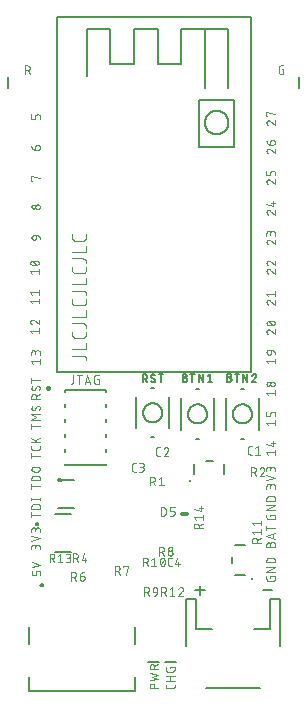
<source format=gbr>
G04 EAGLE Gerber RS-274X export*
G75*
%MOMM*%
%FSLAX34Y34*%
%LPD*%
%INSilkscreen Top*%
%IPPOS*%
%AMOC8*
5,1,8,0,0,1.08239X$1,22.5*%
G01*
%ADD10C,0.101600*%
%ADD11C,0.355600*%
%ADD12C,0.203200*%
%ADD13C,0.254000*%
%ADD14C,0.127000*%
%ADD15C,0.177800*%
%ADD16C,0.152400*%
%ADD17C,0.076200*%
%ADD18C,0.200000*%
%ADD19C,0.300000*%
%ADD20C,0.050800*%


D10*
X55808Y285193D02*
X64896Y285193D01*
X64896Y285192D02*
X64995Y285190D01*
X65095Y285184D01*
X65194Y285175D01*
X65292Y285162D01*
X65390Y285145D01*
X65488Y285124D01*
X65584Y285099D01*
X65679Y285071D01*
X65773Y285039D01*
X65866Y285004D01*
X65958Y284965D01*
X66048Y284922D01*
X66136Y284877D01*
X66223Y284827D01*
X66307Y284775D01*
X66390Y284719D01*
X66470Y284661D01*
X66548Y284599D01*
X66623Y284534D01*
X66696Y284466D01*
X66766Y284396D01*
X66834Y284323D01*
X66899Y284248D01*
X66961Y284170D01*
X67019Y284090D01*
X67075Y284007D01*
X67127Y283923D01*
X67177Y283836D01*
X67222Y283748D01*
X67265Y283658D01*
X67304Y283566D01*
X67339Y283473D01*
X67371Y283379D01*
X67399Y283284D01*
X67424Y283188D01*
X67445Y283090D01*
X67462Y282992D01*
X67475Y282894D01*
X67484Y282795D01*
X67490Y282695D01*
X67492Y282596D01*
X67492Y281298D01*
X67492Y290870D02*
X55808Y290870D01*
X67492Y290870D02*
X67492Y296063D01*
X67492Y302935D02*
X67492Y305532D01*
X67492Y302935D02*
X67490Y302836D01*
X67484Y302736D01*
X67475Y302637D01*
X67462Y302539D01*
X67445Y302441D01*
X67424Y302343D01*
X67399Y302247D01*
X67371Y302152D01*
X67339Y302058D01*
X67304Y301965D01*
X67265Y301873D01*
X67222Y301783D01*
X67177Y301695D01*
X67127Y301608D01*
X67075Y301524D01*
X67019Y301441D01*
X66961Y301361D01*
X66899Y301283D01*
X66834Y301208D01*
X66766Y301135D01*
X66696Y301065D01*
X66623Y300997D01*
X66548Y300932D01*
X66470Y300870D01*
X66390Y300812D01*
X66307Y300756D01*
X66223Y300704D01*
X66136Y300654D01*
X66048Y300609D01*
X65958Y300566D01*
X65866Y300527D01*
X65773Y300492D01*
X65679Y300460D01*
X65584Y300432D01*
X65488Y300407D01*
X65390Y300386D01*
X65292Y300369D01*
X65194Y300356D01*
X65095Y300347D01*
X64995Y300341D01*
X64896Y300339D01*
X58404Y300339D01*
X58404Y300338D02*
X58305Y300340D01*
X58205Y300346D01*
X58106Y300355D01*
X58008Y300368D01*
X57910Y300386D01*
X57812Y300406D01*
X57716Y300431D01*
X57620Y300459D01*
X57526Y300491D01*
X57433Y300526D01*
X57342Y300565D01*
X57252Y300608D01*
X57163Y300653D01*
X57077Y300703D01*
X56992Y300755D01*
X56910Y300811D01*
X56830Y300870D01*
X56752Y300931D01*
X56676Y300996D01*
X56603Y301064D01*
X56533Y301134D01*
X56465Y301207D01*
X56400Y301283D01*
X56339Y301361D01*
X56280Y301441D01*
X56224Y301523D01*
X56172Y301608D01*
X56123Y301694D01*
X56077Y301783D01*
X56034Y301873D01*
X55995Y301964D01*
X55960Y302057D01*
X55928Y302151D01*
X55900Y302247D01*
X55875Y302343D01*
X55855Y302441D01*
X55837Y302539D01*
X55824Y302637D01*
X55815Y302736D01*
X55809Y302835D01*
X55807Y302935D01*
X55808Y302935D02*
X55808Y305532D01*
X55808Y312625D02*
X64896Y312625D01*
X64896Y312624D02*
X64995Y312622D01*
X65095Y312616D01*
X65194Y312607D01*
X65292Y312594D01*
X65390Y312577D01*
X65488Y312556D01*
X65584Y312531D01*
X65679Y312503D01*
X65773Y312471D01*
X65866Y312436D01*
X65958Y312397D01*
X66048Y312354D01*
X66136Y312309D01*
X66223Y312259D01*
X66307Y312207D01*
X66390Y312151D01*
X66470Y312093D01*
X66548Y312031D01*
X66623Y311966D01*
X66696Y311898D01*
X66766Y311828D01*
X66834Y311755D01*
X66899Y311680D01*
X66961Y311602D01*
X67019Y311522D01*
X67075Y311439D01*
X67127Y311355D01*
X67177Y311268D01*
X67222Y311180D01*
X67265Y311090D01*
X67304Y310998D01*
X67339Y310905D01*
X67371Y310811D01*
X67399Y310716D01*
X67424Y310620D01*
X67445Y310522D01*
X67462Y310424D01*
X67475Y310326D01*
X67484Y310227D01*
X67490Y310127D01*
X67492Y310028D01*
X67492Y308730D01*
X67492Y318302D02*
X55808Y318302D01*
X67492Y318302D02*
X67492Y323495D01*
X67492Y330367D02*
X67492Y332964D01*
X67492Y330367D02*
X67490Y330268D01*
X67484Y330168D01*
X67475Y330069D01*
X67462Y329971D01*
X67445Y329873D01*
X67424Y329775D01*
X67399Y329679D01*
X67371Y329584D01*
X67339Y329490D01*
X67304Y329397D01*
X67265Y329305D01*
X67222Y329215D01*
X67177Y329127D01*
X67127Y329040D01*
X67075Y328956D01*
X67019Y328873D01*
X66961Y328793D01*
X66899Y328715D01*
X66834Y328640D01*
X66766Y328567D01*
X66696Y328497D01*
X66623Y328429D01*
X66548Y328364D01*
X66470Y328302D01*
X66390Y328244D01*
X66307Y328188D01*
X66223Y328136D01*
X66136Y328086D01*
X66048Y328041D01*
X65958Y327998D01*
X65866Y327959D01*
X65773Y327924D01*
X65679Y327892D01*
X65584Y327864D01*
X65488Y327839D01*
X65390Y327818D01*
X65292Y327801D01*
X65194Y327788D01*
X65095Y327779D01*
X64995Y327773D01*
X64896Y327771D01*
X58404Y327771D01*
X58404Y327770D02*
X58305Y327772D01*
X58205Y327778D01*
X58106Y327787D01*
X58008Y327800D01*
X57910Y327818D01*
X57812Y327838D01*
X57716Y327863D01*
X57620Y327891D01*
X57526Y327923D01*
X57433Y327958D01*
X57342Y327997D01*
X57252Y328040D01*
X57163Y328085D01*
X57077Y328135D01*
X56992Y328187D01*
X56910Y328243D01*
X56830Y328302D01*
X56752Y328363D01*
X56676Y328428D01*
X56603Y328496D01*
X56533Y328566D01*
X56465Y328639D01*
X56400Y328715D01*
X56339Y328793D01*
X56280Y328873D01*
X56224Y328955D01*
X56172Y329040D01*
X56123Y329126D01*
X56077Y329215D01*
X56034Y329305D01*
X55995Y329396D01*
X55960Y329489D01*
X55928Y329583D01*
X55900Y329679D01*
X55875Y329775D01*
X55855Y329873D01*
X55837Y329971D01*
X55824Y330069D01*
X55815Y330168D01*
X55809Y330267D01*
X55807Y330367D01*
X55808Y330367D02*
X55808Y332964D01*
X55808Y340057D02*
X64896Y340057D01*
X64896Y340056D02*
X64995Y340054D01*
X65095Y340048D01*
X65194Y340039D01*
X65292Y340026D01*
X65390Y340009D01*
X65488Y339988D01*
X65584Y339963D01*
X65679Y339935D01*
X65773Y339903D01*
X65866Y339868D01*
X65958Y339829D01*
X66048Y339786D01*
X66136Y339741D01*
X66223Y339691D01*
X66307Y339639D01*
X66390Y339583D01*
X66470Y339525D01*
X66548Y339463D01*
X66623Y339398D01*
X66696Y339330D01*
X66766Y339260D01*
X66834Y339187D01*
X66899Y339112D01*
X66961Y339034D01*
X67019Y338954D01*
X67075Y338871D01*
X67127Y338787D01*
X67177Y338700D01*
X67222Y338612D01*
X67265Y338522D01*
X67304Y338430D01*
X67339Y338337D01*
X67371Y338243D01*
X67399Y338148D01*
X67424Y338052D01*
X67445Y337954D01*
X67462Y337856D01*
X67475Y337758D01*
X67484Y337659D01*
X67490Y337559D01*
X67492Y337460D01*
X67492Y336162D01*
X67492Y345734D02*
X55808Y345734D01*
X67492Y345734D02*
X67492Y350927D01*
X67492Y357799D02*
X67492Y360396D01*
X67492Y357799D02*
X67490Y357700D01*
X67484Y357600D01*
X67475Y357501D01*
X67462Y357403D01*
X67445Y357305D01*
X67424Y357207D01*
X67399Y357111D01*
X67371Y357016D01*
X67339Y356922D01*
X67304Y356829D01*
X67265Y356737D01*
X67222Y356647D01*
X67177Y356559D01*
X67127Y356472D01*
X67075Y356388D01*
X67019Y356305D01*
X66961Y356225D01*
X66899Y356147D01*
X66834Y356072D01*
X66766Y355999D01*
X66696Y355929D01*
X66623Y355861D01*
X66548Y355796D01*
X66470Y355734D01*
X66390Y355676D01*
X66307Y355620D01*
X66223Y355568D01*
X66136Y355518D01*
X66048Y355473D01*
X65958Y355430D01*
X65866Y355391D01*
X65773Y355356D01*
X65679Y355324D01*
X65584Y355296D01*
X65488Y355271D01*
X65390Y355250D01*
X65292Y355233D01*
X65194Y355220D01*
X65095Y355211D01*
X64995Y355205D01*
X64896Y355203D01*
X58404Y355203D01*
X58404Y355202D02*
X58305Y355204D01*
X58205Y355210D01*
X58106Y355219D01*
X58008Y355232D01*
X57910Y355250D01*
X57812Y355270D01*
X57716Y355295D01*
X57620Y355323D01*
X57526Y355355D01*
X57433Y355390D01*
X57342Y355429D01*
X57252Y355472D01*
X57163Y355517D01*
X57077Y355567D01*
X56992Y355619D01*
X56910Y355675D01*
X56830Y355734D01*
X56752Y355795D01*
X56676Y355860D01*
X56603Y355928D01*
X56533Y355998D01*
X56465Y356071D01*
X56400Y356147D01*
X56339Y356225D01*
X56280Y356305D01*
X56224Y356387D01*
X56172Y356472D01*
X56123Y356558D01*
X56077Y356647D01*
X56034Y356737D01*
X55995Y356828D01*
X55960Y356921D01*
X55928Y357015D01*
X55900Y357111D01*
X55875Y357207D01*
X55855Y357305D01*
X55837Y357403D01*
X55824Y357501D01*
X55815Y357600D01*
X55809Y357699D01*
X55807Y357799D01*
X55808Y357799D02*
X55808Y360396D01*
X55808Y367489D02*
X64896Y367489D01*
X64896Y367488D02*
X64995Y367486D01*
X65095Y367480D01*
X65194Y367471D01*
X65292Y367458D01*
X65390Y367441D01*
X65488Y367420D01*
X65584Y367395D01*
X65679Y367367D01*
X65773Y367335D01*
X65866Y367300D01*
X65958Y367261D01*
X66048Y367218D01*
X66136Y367173D01*
X66223Y367123D01*
X66307Y367071D01*
X66390Y367015D01*
X66470Y366957D01*
X66548Y366895D01*
X66623Y366830D01*
X66696Y366762D01*
X66766Y366692D01*
X66834Y366619D01*
X66899Y366544D01*
X66961Y366466D01*
X67019Y366386D01*
X67075Y366303D01*
X67127Y366219D01*
X67177Y366132D01*
X67222Y366044D01*
X67265Y365954D01*
X67304Y365862D01*
X67339Y365769D01*
X67371Y365675D01*
X67399Y365580D01*
X67424Y365484D01*
X67445Y365386D01*
X67462Y365288D01*
X67475Y365190D01*
X67484Y365091D01*
X67490Y364991D01*
X67492Y364892D01*
X67492Y363594D01*
X67492Y373166D02*
X55808Y373166D01*
X67492Y373166D02*
X67492Y378359D01*
X67492Y385231D02*
X67492Y387828D01*
X67492Y385231D02*
X67490Y385132D01*
X67484Y385032D01*
X67475Y384933D01*
X67462Y384835D01*
X67445Y384737D01*
X67424Y384639D01*
X67399Y384543D01*
X67371Y384448D01*
X67339Y384354D01*
X67304Y384261D01*
X67265Y384169D01*
X67222Y384079D01*
X67177Y383991D01*
X67127Y383904D01*
X67075Y383820D01*
X67019Y383737D01*
X66961Y383657D01*
X66899Y383579D01*
X66834Y383504D01*
X66766Y383431D01*
X66696Y383361D01*
X66623Y383293D01*
X66548Y383228D01*
X66470Y383166D01*
X66390Y383108D01*
X66307Y383052D01*
X66223Y383000D01*
X66136Y382950D01*
X66048Y382905D01*
X65958Y382862D01*
X65866Y382823D01*
X65773Y382788D01*
X65679Y382756D01*
X65584Y382728D01*
X65488Y382703D01*
X65390Y382682D01*
X65292Y382665D01*
X65194Y382652D01*
X65095Y382643D01*
X64995Y382637D01*
X64896Y382635D01*
X58404Y382635D01*
X58404Y382634D02*
X58305Y382636D01*
X58205Y382642D01*
X58106Y382651D01*
X58008Y382664D01*
X57910Y382682D01*
X57812Y382702D01*
X57716Y382727D01*
X57620Y382755D01*
X57526Y382787D01*
X57433Y382822D01*
X57342Y382861D01*
X57252Y382904D01*
X57163Y382949D01*
X57077Y382999D01*
X56992Y383051D01*
X56910Y383107D01*
X56830Y383166D01*
X56752Y383227D01*
X56676Y383292D01*
X56603Y383360D01*
X56533Y383430D01*
X56465Y383503D01*
X56400Y383579D01*
X56339Y383657D01*
X56280Y383737D01*
X56224Y383819D01*
X56172Y383904D01*
X56123Y383990D01*
X56077Y384079D01*
X56034Y384169D01*
X55995Y384260D01*
X55960Y384353D01*
X55928Y384447D01*
X55900Y384543D01*
X55875Y384639D01*
X55855Y384737D01*
X55837Y384835D01*
X55824Y384933D01*
X55815Y385032D01*
X55809Y385131D01*
X55807Y385231D01*
X55808Y385231D02*
X55808Y387828D01*
X220380Y406681D02*
X220382Y406763D01*
X220388Y406845D01*
X220397Y406927D01*
X220410Y407008D01*
X220427Y407088D01*
X220448Y407168D01*
X220472Y407246D01*
X220500Y407323D01*
X220531Y407399D01*
X220566Y407474D01*
X220605Y407546D01*
X220646Y407617D01*
X220691Y407686D01*
X220739Y407752D01*
X220790Y407817D01*
X220844Y407879D01*
X220901Y407938D01*
X220960Y407995D01*
X221022Y408049D01*
X221087Y408100D01*
X221153Y408148D01*
X221222Y408193D01*
X221293Y408234D01*
X221365Y408273D01*
X221440Y408308D01*
X221516Y408339D01*
X221593Y408367D01*
X221671Y408391D01*
X221751Y408412D01*
X221831Y408429D01*
X221912Y408442D01*
X221994Y408451D01*
X222076Y408457D01*
X222158Y408459D01*
X220380Y406681D02*
X220382Y406588D01*
X220388Y406496D01*
X220397Y406404D01*
X220410Y406312D01*
X220427Y406221D01*
X220447Y406131D01*
X220471Y406041D01*
X220499Y405953D01*
X220531Y405865D01*
X220565Y405780D01*
X220604Y405695D01*
X220645Y405613D01*
X220690Y405532D01*
X220739Y405452D01*
X220790Y405375D01*
X220844Y405300D01*
X220902Y405228D01*
X220962Y405157D01*
X221026Y405090D01*
X221091Y405025D01*
X221160Y404962D01*
X221231Y404903D01*
X221304Y404846D01*
X221380Y404792D01*
X221457Y404742D01*
X221537Y404694D01*
X221619Y404650D01*
X221702Y404610D01*
X221787Y404572D01*
X221873Y404538D01*
X221960Y404508D01*
X223541Y407866D02*
X223480Y407927D01*
X223417Y407985D01*
X223351Y408040D01*
X223283Y408093D01*
X223212Y408142D01*
X223140Y408187D01*
X223065Y408230D01*
X222989Y408269D01*
X222910Y408305D01*
X222831Y408337D01*
X222750Y408365D01*
X222667Y408390D01*
X222584Y408411D01*
X222500Y408428D01*
X222415Y408442D01*
X222330Y408451D01*
X222244Y408457D01*
X222158Y408459D01*
X223541Y407866D02*
X227492Y404508D01*
X227492Y408459D01*
X225912Y411823D02*
X220380Y413404D01*
X225912Y411823D02*
X225912Y415774D01*
X224331Y414589D02*
X227492Y414589D01*
X220380Y432681D02*
X220382Y432763D01*
X220388Y432845D01*
X220397Y432927D01*
X220410Y433008D01*
X220427Y433088D01*
X220448Y433168D01*
X220472Y433246D01*
X220500Y433323D01*
X220531Y433399D01*
X220566Y433474D01*
X220605Y433546D01*
X220646Y433617D01*
X220691Y433686D01*
X220739Y433752D01*
X220790Y433817D01*
X220844Y433879D01*
X220901Y433938D01*
X220960Y433995D01*
X221022Y434049D01*
X221087Y434100D01*
X221153Y434148D01*
X221222Y434193D01*
X221293Y434234D01*
X221365Y434273D01*
X221440Y434308D01*
X221516Y434339D01*
X221593Y434367D01*
X221671Y434391D01*
X221751Y434412D01*
X221831Y434429D01*
X221912Y434442D01*
X221994Y434451D01*
X222076Y434457D01*
X222158Y434459D01*
X220380Y432681D02*
X220382Y432588D01*
X220388Y432496D01*
X220397Y432404D01*
X220410Y432312D01*
X220427Y432221D01*
X220447Y432131D01*
X220471Y432041D01*
X220499Y431953D01*
X220531Y431865D01*
X220565Y431780D01*
X220604Y431695D01*
X220645Y431613D01*
X220690Y431532D01*
X220739Y431452D01*
X220790Y431375D01*
X220844Y431300D01*
X220902Y431228D01*
X220962Y431157D01*
X221026Y431090D01*
X221091Y431025D01*
X221160Y430962D01*
X221231Y430903D01*
X221304Y430846D01*
X221380Y430792D01*
X221457Y430742D01*
X221537Y430694D01*
X221619Y430650D01*
X221702Y430610D01*
X221787Y430572D01*
X221873Y430538D01*
X221960Y430508D01*
X223541Y433866D02*
X223480Y433927D01*
X223417Y433985D01*
X223351Y434040D01*
X223283Y434093D01*
X223212Y434142D01*
X223140Y434187D01*
X223065Y434230D01*
X222989Y434269D01*
X222910Y434305D01*
X222831Y434337D01*
X222750Y434365D01*
X222667Y434390D01*
X222584Y434411D01*
X222500Y434428D01*
X222415Y434442D01*
X222330Y434451D01*
X222244Y434457D01*
X222158Y434459D01*
X223541Y433866D02*
X227492Y430508D01*
X227492Y434459D01*
X227492Y437823D02*
X227492Y440194D01*
X227490Y440272D01*
X227484Y440349D01*
X227475Y440426D01*
X227462Y440502D01*
X227445Y440578D01*
X227424Y440653D01*
X227400Y440726D01*
X227372Y440799D01*
X227340Y440870D01*
X227305Y440939D01*
X227267Y441006D01*
X227226Y441072D01*
X227181Y441135D01*
X227133Y441196D01*
X227083Y441255D01*
X227029Y441311D01*
X226973Y441365D01*
X226914Y441415D01*
X226853Y441463D01*
X226790Y441508D01*
X226724Y441549D01*
X226657Y441587D01*
X226588Y441622D01*
X226517Y441654D01*
X226444Y441682D01*
X226371Y441706D01*
X226296Y441727D01*
X226220Y441744D01*
X226144Y441757D01*
X226067Y441766D01*
X225990Y441772D01*
X225912Y441774D01*
X225121Y441774D01*
X225043Y441772D01*
X224966Y441766D01*
X224889Y441757D01*
X224813Y441744D01*
X224737Y441727D01*
X224662Y441706D01*
X224589Y441682D01*
X224516Y441654D01*
X224445Y441622D01*
X224376Y441587D01*
X224309Y441549D01*
X224243Y441508D01*
X224180Y441463D01*
X224119Y441415D01*
X224060Y441365D01*
X224004Y441311D01*
X223950Y441255D01*
X223900Y441196D01*
X223852Y441135D01*
X223807Y441072D01*
X223766Y441006D01*
X223728Y440939D01*
X223693Y440870D01*
X223661Y440799D01*
X223633Y440726D01*
X223609Y440653D01*
X223588Y440578D01*
X223571Y440502D01*
X223558Y440426D01*
X223549Y440349D01*
X223543Y440272D01*
X223541Y440194D01*
X223541Y437823D01*
X220380Y437823D01*
X220380Y441774D01*
X220380Y458681D02*
X220382Y458763D01*
X220388Y458845D01*
X220397Y458927D01*
X220410Y459008D01*
X220427Y459088D01*
X220448Y459168D01*
X220472Y459246D01*
X220500Y459323D01*
X220531Y459399D01*
X220566Y459474D01*
X220605Y459546D01*
X220646Y459617D01*
X220691Y459686D01*
X220739Y459752D01*
X220790Y459817D01*
X220844Y459879D01*
X220901Y459938D01*
X220960Y459995D01*
X221022Y460049D01*
X221087Y460100D01*
X221153Y460148D01*
X221222Y460193D01*
X221293Y460234D01*
X221365Y460273D01*
X221440Y460308D01*
X221516Y460339D01*
X221593Y460367D01*
X221671Y460391D01*
X221751Y460412D01*
X221831Y460429D01*
X221912Y460442D01*
X221994Y460451D01*
X222076Y460457D01*
X222158Y460459D01*
X220380Y458681D02*
X220382Y458588D01*
X220388Y458496D01*
X220397Y458404D01*
X220410Y458312D01*
X220427Y458221D01*
X220447Y458131D01*
X220471Y458041D01*
X220499Y457953D01*
X220531Y457865D01*
X220565Y457780D01*
X220604Y457695D01*
X220645Y457613D01*
X220690Y457532D01*
X220739Y457452D01*
X220790Y457375D01*
X220844Y457300D01*
X220902Y457228D01*
X220962Y457157D01*
X221026Y457090D01*
X221091Y457025D01*
X221160Y456962D01*
X221231Y456903D01*
X221304Y456846D01*
X221380Y456792D01*
X221457Y456742D01*
X221537Y456694D01*
X221619Y456650D01*
X221702Y456610D01*
X221787Y456572D01*
X221873Y456538D01*
X221960Y456508D01*
X223541Y459866D02*
X223480Y459927D01*
X223417Y459985D01*
X223351Y460040D01*
X223283Y460093D01*
X223212Y460142D01*
X223140Y460187D01*
X223065Y460230D01*
X222989Y460269D01*
X222910Y460305D01*
X222831Y460337D01*
X222750Y460365D01*
X222667Y460390D01*
X222584Y460411D01*
X222500Y460428D01*
X222415Y460442D01*
X222330Y460451D01*
X222244Y460457D01*
X222158Y460459D01*
X223541Y459866D02*
X227492Y456508D01*
X227492Y460459D01*
X223541Y463823D02*
X223541Y466194D01*
X223543Y466272D01*
X223549Y466349D01*
X223558Y466426D01*
X223571Y466502D01*
X223588Y466578D01*
X223609Y466653D01*
X223633Y466726D01*
X223661Y466799D01*
X223693Y466870D01*
X223728Y466939D01*
X223766Y467006D01*
X223807Y467072D01*
X223852Y467135D01*
X223900Y467196D01*
X223950Y467255D01*
X224004Y467311D01*
X224060Y467365D01*
X224119Y467415D01*
X224180Y467463D01*
X224243Y467508D01*
X224309Y467549D01*
X224376Y467587D01*
X224445Y467622D01*
X224516Y467654D01*
X224589Y467682D01*
X224662Y467706D01*
X224737Y467727D01*
X224813Y467744D01*
X224889Y467757D01*
X224966Y467766D01*
X225043Y467772D01*
X225121Y467774D01*
X225516Y467774D01*
X225516Y467775D02*
X225603Y467773D01*
X225691Y467767D01*
X225778Y467758D01*
X225864Y467744D01*
X225950Y467727D01*
X226034Y467706D01*
X226118Y467681D01*
X226201Y467652D01*
X226282Y467620D01*
X226362Y467585D01*
X226440Y467546D01*
X226517Y467503D01*
X226591Y467457D01*
X226663Y467408D01*
X226733Y467356D01*
X226801Y467300D01*
X226866Y467242D01*
X226929Y467181D01*
X226988Y467117D01*
X227045Y467050D01*
X227099Y466982D01*
X227150Y466910D01*
X227197Y466837D01*
X227242Y466762D01*
X227283Y466684D01*
X227320Y466605D01*
X227354Y466525D01*
X227384Y466443D01*
X227411Y466360D01*
X227434Y466275D01*
X227453Y466190D01*
X227468Y466104D01*
X227480Y466017D01*
X227488Y465930D01*
X227492Y465843D01*
X227492Y465755D01*
X227488Y465668D01*
X227480Y465581D01*
X227468Y465494D01*
X227453Y465408D01*
X227434Y465323D01*
X227411Y465238D01*
X227384Y465155D01*
X227354Y465073D01*
X227320Y464993D01*
X227283Y464914D01*
X227242Y464836D01*
X227197Y464761D01*
X227150Y464688D01*
X227099Y464616D01*
X227045Y464548D01*
X226988Y464481D01*
X226929Y464417D01*
X226866Y464356D01*
X226801Y464298D01*
X226733Y464242D01*
X226663Y464190D01*
X226591Y464141D01*
X226517Y464095D01*
X226440Y464052D01*
X226362Y464013D01*
X226282Y463978D01*
X226201Y463946D01*
X226118Y463917D01*
X226034Y463892D01*
X225950Y463871D01*
X225864Y463854D01*
X225778Y463840D01*
X225691Y463831D01*
X225603Y463825D01*
X225516Y463823D01*
X223541Y463823D01*
X223431Y463825D01*
X223321Y463831D01*
X223211Y463840D01*
X223101Y463854D01*
X222992Y463871D01*
X222884Y463892D01*
X222776Y463917D01*
X222670Y463945D01*
X222564Y463978D01*
X222460Y464014D01*
X222357Y464053D01*
X222255Y464096D01*
X222155Y464143D01*
X222057Y464193D01*
X221961Y464246D01*
X221866Y464303D01*
X221773Y464363D01*
X221683Y464427D01*
X221595Y464493D01*
X221509Y464563D01*
X221426Y464635D01*
X221345Y464710D01*
X221267Y464788D01*
X221192Y464869D01*
X221120Y464952D01*
X221050Y465038D01*
X220984Y465126D01*
X220920Y465216D01*
X220860Y465309D01*
X220804Y465403D01*
X220750Y465500D01*
X220700Y465598D01*
X220653Y465698D01*
X220610Y465800D01*
X220571Y465903D01*
X220535Y466007D01*
X220502Y466113D01*
X220474Y466219D01*
X220449Y466327D01*
X220428Y466435D01*
X220411Y466544D01*
X220397Y466654D01*
X220388Y466763D01*
X220382Y466874D01*
X220380Y466984D01*
X220380Y482681D02*
X220382Y482763D01*
X220388Y482845D01*
X220397Y482927D01*
X220410Y483008D01*
X220427Y483088D01*
X220448Y483168D01*
X220472Y483246D01*
X220500Y483323D01*
X220531Y483399D01*
X220566Y483474D01*
X220605Y483546D01*
X220646Y483617D01*
X220691Y483686D01*
X220739Y483752D01*
X220790Y483817D01*
X220844Y483879D01*
X220901Y483938D01*
X220960Y483995D01*
X221022Y484049D01*
X221087Y484100D01*
X221153Y484148D01*
X221222Y484193D01*
X221293Y484234D01*
X221365Y484273D01*
X221440Y484308D01*
X221516Y484339D01*
X221593Y484367D01*
X221671Y484391D01*
X221751Y484412D01*
X221831Y484429D01*
X221912Y484442D01*
X221994Y484451D01*
X222076Y484457D01*
X222158Y484459D01*
X220380Y482681D02*
X220382Y482588D01*
X220388Y482496D01*
X220397Y482404D01*
X220410Y482312D01*
X220427Y482221D01*
X220447Y482131D01*
X220471Y482041D01*
X220499Y481953D01*
X220531Y481865D01*
X220565Y481780D01*
X220604Y481695D01*
X220645Y481613D01*
X220690Y481532D01*
X220739Y481452D01*
X220790Y481375D01*
X220844Y481300D01*
X220902Y481228D01*
X220962Y481157D01*
X221026Y481090D01*
X221091Y481025D01*
X221160Y480962D01*
X221231Y480903D01*
X221304Y480846D01*
X221380Y480792D01*
X221457Y480742D01*
X221537Y480694D01*
X221619Y480650D01*
X221702Y480610D01*
X221787Y480572D01*
X221873Y480538D01*
X221960Y480508D01*
X223541Y483866D02*
X223480Y483927D01*
X223417Y483985D01*
X223351Y484040D01*
X223283Y484093D01*
X223212Y484142D01*
X223140Y484187D01*
X223065Y484230D01*
X222989Y484269D01*
X222910Y484305D01*
X222831Y484337D01*
X222750Y484365D01*
X222667Y484390D01*
X222584Y484411D01*
X222500Y484428D01*
X222415Y484442D01*
X222330Y484451D01*
X222244Y484457D01*
X222158Y484459D01*
X223541Y483866D02*
X227492Y480508D01*
X227492Y484459D01*
X221170Y487823D02*
X220380Y487823D01*
X220380Y491774D01*
X227492Y489799D01*
X222158Y383459D02*
X222076Y383457D01*
X221994Y383451D01*
X221912Y383442D01*
X221831Y383429D01*
X221751Y383412D01*
X221671Y383391D01*
X221593Y383367D01*
X221516Y383339D01*
X221440Y383308D01*
X221365Y383273D01*
X221293Y383234D01*
X221222Y383193D01*
X221153Y383148D01*
X221087Y383100D01*
X221022Y383049D01*
X220960Y382995D01*
X220901Y382938D01*
X220844Y382879D01*
X220790Y382817D01*
X220739Y382752D01*
X220691Y382686D01*
X220646Y382617D01*
X220605Y382546D01*
X220566Y382474D01*
X220531Y382399D01*
X220500Y382323D01*
X220472Y382246D01*
X220448Y382168D01*
X220427Y382088D01*
X220410Y382008D01*
X220397Y381927D01*
X220388Y381845D01*
X220382Y381763D01*
X220380Y381681D01*
X220382Y381588D01*
X220388Y381496D01*
X220397Y381404D01*
X220410Y381312D01*
X220427Y381221D01*
X220447Y381131D01*
X220471Y381041D01*
X220499Y380953D01*
X220531Y380865D01*
X220565Y380780D01*
X220604Y380695D01*
X220645Y380613D01*
X220690Y380532D01*
X220739Y380452D01*
X220790Y380375D01*
X220844Y380300D01*
X220902Y380228D01*
X220962Y380157D01*
X221026Y380090D01*
X221091Y380025D01*
X221160Y379962D01*
X221231Y379903D01*
X221304Y379846D01*
X221380Y379792D01*
X221457Y379742D01*
X221537Y379694D01*
X221619Y379650D01*
X221702Y379610D01*
X221787Y379572D01*
X221873Y379538D01*
X221960Y379508D01*
X223541Y382866D02*
X223480Y382927D01*
X223417Y382985D01*
X223351Y383040D01*
X223283Y383093D01*
X223212Y383142D01*
X223140Y383187D01*
X223065Y383230D01*
X222989Y383269D01*
X222910Y383305D01*
X222831Y383337D01*
X222750Y383365D01*
X222667Y383390D01*
X222584Y383411D01*
X222500Y383428D01*
X222415Y383442D01*
X222330Y383451D01*
X222244Y383457D01*
X222158Y383459D01*
X223541Y382866D02*
X227492Y379508D01*
X227492Y383459D01*
X227492Y386823D02*
X227492Y388799D01*
X227490Y388886D01*
X227484Y388974D01*
X227475Y389061D01*
X227461Y389147D01*
X227444Y389233D01*
X227423Y389317D01*
X227398Y389401D01*
X227369Y389484D01*
X227337Y389565D01*
X227302Y389645D01*
X227263Y389723D01*
X227220Y389800D01*
X227174Y389874D01*
X227125Y389946D01*
X227073Y390016D01*
X227017Y390084D01*
X226959Y390149D01*
X226898Y390212D01*
X226834Y390271D01*
X226767Y390328D01*
X226699Y390382D01*
X226627Y390433D01*
X226554Y390480D01*
X226479Y390525D01*
X226401Y390566D01*
X226322Y390603D01*
X226242Y390637D01*
X226160Y390667D01*
X226077Y390694D01*
X225992Y390717D01*
X225907Y390736D01*
X225821Y390751D01*
X225734Y390763D01*
X225647Y390771D01*
X225560Y390775D01*
X225472Y390775D01*
X225385Y390771D01*
X225298Y390763D01*
X225211Y390751D01*
X225125Y390736D01*
X225040Y390717D01*
X224955Y390694D01*
X224872Y390667D01*
X224790Y390637D01*
X224710Y390603D01*
X224631Y390566D01*
X224553Y390525D01*
X224478Y390480D01*
X224405Y390433D01*
X224333Y390382D01*
X224265Y390328D01*
X224198Y390271D01*
X224134Y390212D01*
X224073Y390149D01*
X224015Y390084D01*
X223959Y390016D01*
X223907Y389946D01*
X223858Y389874D01*
X223812Y389800D01*
X223769Y389723D01*
X223730Y389645D01*
X223695Y389565D01*
X223663Y389484D01*
X223634Y389401D01*
X223609Y389317D01*
X223588Y389233D01*
X223571Y389147D01*
X223557Y389061D01*
X223548Y388974D01*
X223542Y388886D01*
X223540Y388799D01*
X220380Y389194D02*
X220380Y386823D01*
X220380Y389194D02*
X220382Y389273D01*
X220388Y389351D01*
X220398Y389429D01*
X220411Y389507D01*
X220429Y389584D01*
X220450Y389660D01*
X220475Y389734D01*
X220504Y389808D01*
X220536Y389880D01*
X220572Y389950D01*
X220612Y390018D01*
X220655Y390084D01*
X220701Y390148D01*
X220750Y390210D01*
X220802Y390269D01*
X220857Y390325D01*
X220915Y390379D01*
X220975Y390429D01*
X221038Y390477D01*
X221103Y390521D01*
X221170Y390562D01*
X221239Y390600D01*
X221310Y390634D01*
X221383Y390665D01*
X221457Y390692D01*
X221532Y390715D01*
X221608Y390734D01*
X221686Y390750D01*
X221764Y390762D01*
X221842Y390770D01*
X221921Y390774D01*
X221999Y390774D01*
X222078Y390770D01*
X222156Y390762D01*
X222234Y390750D01*
X222312Y390734D01*
X222388Y390715D01*
X222463Y390692D01*
X222537Y390665D01*
X222610Y390634D01*
X222681Y390600D01*
X222750Y390562D01*
X222817Y390521D01*
X222882Y390477D01*
X222945Y390429D01*
X223005Y390379D01*
X223063Y390325D01*
X223118Y390269D01*
X223170Y390210D01*
X223219Y390148D01*
X223265Y390084D01*
X223308Y390018D01*
X223348Y389950D01*
X223384Y389880D01*
X223416Y389808D01*
X223445Y389734D01*
X223470Y389660D01*
X223491Y389584D01*
X223509Y389507D01*
X223522Y389429D01*
X223532Y389351D01*
X223538Y389273D01*
X223540Y389194D01*
X223541Y389194D02*
X223541Y387613D01*
X222158Y358459D02*
X222076Y358457D01*
X221994Y358451D01*
X221912Y358442D01*
X221831Y358429D01*
X221751Y358412D01*
X221671Y358391D01*
X221593Y358367D01*
X221516Y358339D01*
X221440Y358308D01*
X221365Y358273D01*
X221293Y358234D01*
X221222Y358193D01*
X221153Y358148D01*
X221087Y358100D01*
X221022Y358049D01*
X220960Y357995D01*
X220901Y357938D01*
X220844Y357879D01*
X220790Y357817D01*
X220739Y357752D01*
X220691Y357686D01*
X220646Y357617D01*
X220605Y357546D01*
X220566Y357474D01*
X220531Y357399D01*
X220500Y357323D01*
X220472Y357246D01*
X220448Y357168D01*
X220427Y357088D01*
X220410Y357008D01*
X220397Y356927D01*
X220388Y356845D01*
X220382Y356763D01*
X220380Y356681D01*
X220382Y356588D01*
X220388Y356496D01*
X220397Y356404D01*
X220410Y356312D01*
X220427Y356221D01*
X220447Y356131D01*
X220471Y356041D01*
X220499Y355953D01*
X220531Y355865D01*
X220565Y355780D01*
X220604Y355695D01*
X220645Y355613D01*
X220690Y355532D01*
X220739Y355452D01*
X220790Y355375D01*
X220844Y355300D01*
X220902Y355228D01*
X220962Y355157D01*
X221026Y355090D01*
X221091Y355025D01*
X221160Y354962D01*
X221231Y354903D01*
X221304Y354846D01*
X221380Y354792D01*
X221457Y354742D01*
X221537Y354694D01*
X221619Y354650D01*
X221702Y354610D01*
X221787Y354572D01*
X221873Y354538D01*
X221960Y354508D01*
X223541Y357866D02*
X223480Y357927D01*
X223417Y357985D01*
X223351Y358040D01*
X223283Y358093D01*
X223212Y358142D01*
X223140Y358187D01*
X223065Y358230D01*
X222989Y358269D01*
X222910Y358305D01*
X222831Y358337D01*
X222750Y358365D01*
X222667Y358390D01*
X222584Y358411D01*
X222500Y358428D01*
X222415Y358442D01*
X222330Y358451D01*
X222244Y358457D01*
X222158Y358459D01*
X223541Y357866D02*
X227492Y354508D01*
X227492Y358459D01*
X220380Y363996D02*
X220382Y364078D01*
X220388Y364160D01*
X220397Y364242D01*
X220410Y364323D01*
X220427Y364403D01*
X220448Y364483D01*
X220472Y364561D01*
X220500Y364638D01*
X220531Y364714D01*
X220566Y364789D01*
X220605Y364861D01*
X220646Y364932D01*
X220691Y365001D01*
X220739Y365067D01*
X220790Y365132D01*
X220844Y365194D01*
X220901Y365253D01*
X220960Y365310D01*
X221022Y365364D01*
X221087Y365415D01*
X221153Y365463D01*
X221222Y365508D01*
X221293Y365549D01*
X221365Y365588D01*
X221440Y365623D01*
X221516Y365654D01*
X221593Y365682D01*
X221671Y365706D01*
X221751Y365727D01*
X221831Y365744D01*
X221912Y365757D01*
X221994Y365766D01*
X222076Y365772D01*
X222158Y365774D01*
X220380Y363996D02*
X220382Y363903D01*
X220388Y363811D01*
X220397Y363719D01*
X220410Y363627D01*
X220427Y363536D01*
X220447Y363446D01*
X220471Y363356D01*
X220499Y363268D01*
X220531Y363180D01*
X220565Y363095D01*
X220604Y363010D01*
X220645Y362928D01*
X220690Y362847D01*
X220739Y362767D01*
X220790Y362690D01*
X220844Y362615D01*
X220902Y362543D01*
X220962Y362472D01*
X221026Y362405D01*
X221091Y362340D01*
X221160Y362277D01*
X221231Y362218D01*
X221304Y362161D01*
X221380Y362107D01*
X221457Y362057D01*
X221537Y362009D01*
X221619Y361965D01*
X221702Y361925D01*
X221787Y361887D01*
X221873Y361853D01*
X221960Y361823D01*
X223541Y365182D02*
X223480Y365243D01*
X223417Y365301D01*
X223351Y365356D01*
X223283Y365409D01*
X223212Y365458D01*
X223140Y365503D01*
X223065Y365546D01*
X222989Y365585D01*
X222910Y365621D01*
X222831Y365653D01*
X222750Y365681D01*
X222667Y365706D01*
X222584Y365727D01*
X222500Y365744D01*
X222415Y365758D01*
X222330Y365767D01*
X222244Y365773D01*
X222158Y365775D01*
X223541Y365182D02*
X227492Y361823D01*
X227492Y365774D01*
X222158Y332459D02*
X222076Y332457D01*
X221994Y332451D01*
X221912Y332442D01*
X221831Y332429D01*
X221751Y332412D01*
X221671Y332391D01*
X221593Y332367D01*
X221516Y332339D01*
X221440Y332308D01*
X221365Y332273D01*
X221293Y332234D01*
X221222Y332193D01*
X221153Y332148D01*
X221087Y332100D01*
X221022Y332049D01*
X220960Y331995D01*
X220901Y331938D01*
X220844Y331879D01*
X220790Y331817D01*
X220739Y331752D01*
X220691Y331686D01*
X220646Y331617D01*
X220605Y331546D01*
X220566Y331474D01*
X220531Y331399D01*
X220500Y331323D01*
X220472Y331246D01*
X220448Y331168D01*
X220427Y331088D01*
X220410Y331008D01*
X220397Y330927D01*
X220388Y330845D01*
X220382Y330763D01*
X220380Y330681D01*
X220382Y330588D01*
X220388Y330496D01*
X220397Y330404D01*
X220410Y330312D01*
X220427Y330221D01*
X220447Y330131D01*
X220471Y330041D01*
X220499Y329953D01*
X220531Y329865D01*
X220565Y329780D01*
X220604Y329695D01*
X220645Y329613D01*
X220690Y329532D01*
X220739Y329452D01*
X220790Y329375D01*
X220844Y329300D01*
X220902Y329228D01*
X220962Y329157D01*
X221026Y329090D01*
X221091Y329025D01*
X221160Y328962D01*
X221231Y328903D01*
X221304Y328846D01*
X221380Y328792D01*
X221457Y328742D01*
X221537Y328694D01*
X221619Y328650D01*
X221702Y328610D01*
X221787Y328572D01*
X221873Y328538D01*
X221960Y328508D01*
X223541Y331866D02*
X223480Y331927D01*
X223417Y331985D01*
X223351Y332040D01*
X223283Y332093D01*
X223212Y332142D01*
X223140Y332187D01*
X223065Y332230D01*
X222989Y332269D01*
X222910Y332305D01*
X222831Y332337D01*
X222750Y332365D01*
X222667Y332390D01*
X222584Y332411D01*
X222500Y332428D01*
X222415Y332442D01*
X222330Y332451D01*
X222244Y332457D01*
X222158Y332459D01*
X223541Y331866D02*
X227492Y328508D01*
X227492Y332459D01*
X221960Y335823D02*
X220380Y337799D01*
X227492Y337799D01*
X227492Y339774D02*
X227492Y335823D01*
X222158Y307459D02*
X222076Y307457D01*
X221994Y307451D01*
X221912Y307442D01*
X221831Y307429D01*
X221751Y307412D01*
X221671Y307391D01*
X221593Y307367D01*
X221516Y307339D01*
X221440Y307308D01*
X221365Y307273D01*
X221293Y307234D01*
X221222Y307193D01*
X221153Y307148D01*
X221087Y307100D01*
X221022Y307049D01*
X220960Y306995D01*
X220901Y306938D01*
X220844Y306879D01*
X220790Y306817D01*
X220739Y306752D01*
X220691Y306686D01*
X220646Y306617D01*
X220605Y306546D01*
X220566Y306474D01*
X220531Y306399D01*
X220500Y306323D01*
X220472Y306246D01*
X220448Y306168D01*
X220427Y306088D01*
X220410Y306008D01*
X220397Y305927D01*
X220388Y305845D01*
X220382Y305763D01*
X220380Y305681D01*
X220382Y305588D01*
X220388Y305496D01*
X220397Y305404D01*
X220410Y305312D01*
X220427Y305221D01*
X220447Y305131D01*
X220471Y305041D01*
X220499Y304953D01*
X220531Y304865D01*
X220565Y304780D01*
X220604Y304695D01*
X220645Y304613D01*
X220690Y304532D01*
X220739Y304452D01*
X220790Y304375D01*
X220844Y304300D01*
X220902Y304228D01*
X220962Y304157D01*
X221026Y304090D01*
X221091Y304025D01*
X221160Y303962D01*
X221231Y303903D01*
X221304Y303846D01*
X221380Y303792D01*
X221457Y303742D01*
X221537Y303694D01*
X221619Y303650D01*
X221702Y303610D01*
X221787Y303572D01*
X221873Y303538D01*
X221960Y303508D01*
X223541Y306866D02*
X223480Y306927D01*
X223417Y306985D01*
X223351Y307040D01*
X223283Y307093D01*
X223212Y307142D01*
X223140Y307187D01*
X223065Y307230D01*
X222989Y307269D01*
X222910Y307305D01*
X222831Y307337D01*
X222750Y307365D01*
X222667Y307390D01*
X222584Y307411D01*
X222500Y307428D01*
X222415Y307442D01*
X222330Y307451D01*
X222244Y307457D01*
X222158Y307459D01*
X223541Y306866D02*
X227492Y303508D01*
X227492Y307459D01*
X223936Y310823D02*
X223788Y310825D01*
X223641Y310830D01*
X223493Y310840D01*
X223346Y310853D01*
X223199Y310869D01*
X223053Y310890D01*
X222908Y310914D01*
X222762Y310942D01*
X222618Y310973D01*
X222475Y311008D01*
X222332Y311047D01*
X222191Y311089D01*
X222050Y311135D01*
X221911Y311184D01*
X221773Y311237D01*
X221636Y311293D01*
X221501Y311353D01*
X221368Y311416D01*
X221297Y311442D01*
X221228Y311472D01*
X221160Y311506D01*
X221094Y311543D01*
X221030Y311583D01*
X220968Y311627D01*
X220909Y311673D01*
X220852Y311723D01*
X220798Y311776D01*
X220746Y311831D01*
X220698Y311889D01*
X220652Y311949D01*
X220610Y312012D01*
X220571Y312077D01*
X220535Y312143D01*
X220503Y312212D01*
X220475Y312281D01*
X220450Y312353D01*
X220429Y312425D01*
X220411Y312499D01*
X220398Y312573D01*
X220388Y312648D01*
X220382Y312723D01*
X220380Y312799D01*
X220382Y312875D01*
X220388Y312950D01*
X220398Y313025D01*
X220411Y313099D01*
X220429Y313173D01*
X220450Y313245D01*
X220475Y313317D01*
X220503Y313386D01*
X220535Y313455D01*
X220571Y313521D01*
X220610Y313586D01*
X220652Y313649D01*
X220698Y313709D01*
X220746Y313767D01*
X220798Y313822D01*
X220852Y313875D01*
X220909Y313925D01*
X220968Y313971D01*
X221030Y314015D01*
X221094Y314055D01*
X221160Y314092D01*
X221228Y314126D01*
X221297Y314156D01*
X221368Y314182D01*
X221368Y314181D02*
X221501Y314244D01*
X221636Y314304D01*
X221773Y314360D01*
X221911Y314413D01*
X222050Y314462D01*
X222191Y314508D01*
X222332Y314550D01*
X222475Y314589D01*
X222618Y314624D01*
X222762Y314655D01*
X222908Y314683D01*
X223053Y314707D01*
X223199Y314728D01*
X223346Y314744D01*
X223493Y314757D01*
X223641Y314767D01*
X223788Y314772D01*
X223936Y314774D01*
X223936Y310823D02*
X224084Y310825D01*
X224231Y310830D01*
X224379Y310840D01*
X224526Y310853D01*
X224673Y310869D01*
X224819Y310890D01*
X224964Y310914D01*
X225110Y310942D01*
X225254Y310973D01*
X225397Y311008D01*
X225540Y311047D01*
X225681Y311089D01*
X225822Y311135D01*
X225961Y311184D01*
X226099Y311237D01*
X226236Y311293D01*
X226371Y311353D01*
X226504Y311416D01*
X226575Y311442D01*
X226644Y311472D01*
X226712Y311506D01*
X226778Y311543D01*
X226842Y311583D01*
X226904Y311627D01*
X226963Y311673D01*
X227020Y311723D01*
X227074Y311776D01*
X227126Y311831D01*
X227174Y311889D01*
X227220Y311949D01*
X227262Y312012D01*
X227301Y312077D01*
X227337Y312143D01*
X227369Y312212D01*
X227397Y312282D01*
X227422Y312353D01*
X227443Y312425D01*
X227461Y312499D01*
X227474Y312573D01*
X227484Y312648D01*
X227490Y312723D01*
X227492Y312799D01*
X226504Y314181D02*
X226371Y314244D01*
X226236Y314304D01*
X226099Y314360D01*
X225961Y314413D01*
X225822Y314462D01*
X225681Y314508D01*
X225540Y314550D01*
X225397Y314589D01*
X225254Y314624D01*
X225110Y314655D01*
X224964Y314683D01*
X224819Y314707D01*
X224673Y314728D01*
X224526Y314744D01*
X224379Y314757D01*
X224231Y314767D01*
X224084Y314772D01*
X223936Y314774D01*
X226504Y314182D02*
X226575Y314156D01*
X226644Y314126D01*
X226712Y314092D01*
X226778Y314055D01*
X226842Y314015D01*
X226904Y313971D01*
X226963Y313925D01*
X227020Y313875D01*
X227074Y313822D01*
X227126Y313767D01*
X227174Y313709D01*
X227220Y313649D01*
X227262Y313586D01*
X227301Y313521D01*
X227337Y313455D01*
X227369Y313386D01*
X227397Y313316D01*
X227422Y313245D01*
X227443Y313173D01*
X227461Y313099D01*
X227474Y313025D01*
X227484Y312950D01*
X227490Y312875D01*
X227492Y312799D01*
X225912Y311218D02*
X221960Y314379D01*
X220380Y280754D02*
X221960Y278778D01*
X220380Y280754D02*
X227492Y280754D01*
X227492Y282729D02*
X227492Y278778D01*
X224331Y287674D02*
X224331Y290044D01*
X224331Y287674D02*
X224329Y287596D01*
X224323Y287519D01*
X224314Y287442D01*
X224301Y287366D01*
X224284Y287290D01*
X224263Y287215D01*
X224239Y287142D01*
X224211Y287069D01*
X224179Y286998D01*
X224144Y286929D01*
X224106Y286862D01*
X224065Y286796D01*
X224020Y286733D01*
X223972Y286672D01*
X223922Y286613D01*
X223868Y286557D01*
X223812Y286503D01*
X223753Y286453D01*
X223692Y286405D01*
X223629Y286360D01*
X223563Y286319D01*
X223496Y286281D01*
X223427Y286246D01*
X223356Y286214D01*
X223283Y286186D01*
X223210Y286162D01*
X223135Y286141D01*
X223059Y286124D01*
X222983Y286111D01*
X222906Y286102D01*
X222829Y286096D01*
X222751Y286094D01*
X222751Y286093D02*
X222356Y286093D01*
X222269Y286095D01*
X222181Y286101D01*
X222094Y286110D01*
X222008Y286124D01*
X221922Y286141D01*
X221838Y286162D01*
X221754Y286187D01*
X221671Y286216D01*
X221590Y286248D01*
X221510Y286283D01*
X221432Y286322D01*
X221355Y286365D01*
X221281Y286411D01*
X221209Y286460D01*
X221139Y286512D01*
X221071Y286568D01*
X221006Y286626D01*
X220943Y286687D01*
X220884Y286751D01*
X220827Y286818D01*
X220773Y286886D01*
X220722Y286958D01*
X220675Y287031D01*
X220630Y287106D01*
X220589Y287184D01*
X220552Y287263D01*
X220518Y287343D01*
X220488Y287425D01*
X220461Y287508D01*
X220438Y287593D01*
X220419Y287678D01*
X220404Y287764D01*
X220392Y287851D01*
X220384Y287938D01*
X220380Y288025D01*
X220380Y288113D01*
X220384Y288200D01*
X220392Y288287D01*
X220404Y288374D01*
X220419Y288460D01*
X220438Y288545D01*
X220461Y288630D01*
X220488Y288713D01*
X220518Y288795D01*
X220552Y288875D01*
X220589Y288954D01*
X220630Y289032D01*
X220675Y289107D01*
X220722Y289180D01*
X220773Y289252D01*
X220827Y289320D01*
X220884Y289387D01*
X220943Y289451D01*
X221006Y289512D01*
X221071Y289570D01*
X221139Y289626D01*
X221209Y289678D01*
X221281Y289727D01*
X221355Y289773D01*
X221432Y289816D01*
X221510Y289855D01*
X221590Y289890D01*
X221671Y289922D01*
X221754Y289951D01*
X221838Y289976D01*
X221922Y289997D01*
X222008Y290014D01*
X222094Y290028D01*
X222181Y290037D01*
X222269Y290043D01*
X222356Y290045D01*
X222356Y290044D02*
X224331Y290044D01*
X224441Y290042D01*
X224552Y290036D01*
X224661Y290027D01*
X224771Y290013D01*
X224880Y289996D01*
X224988Y289975D01*
X225096Y289950D01*
X225202Y289922D01*
X225308Y289889D01*
X225412Y289853D01*
X225515Y289814D01*
X225617Y289771D01*
X225717Y289724D01*
X225815Y289674D01*
X225912Y289621D01*
X226006Y289564D01*
X226099Y289504D01*
X226189Y289440D01*
X226277Y289374D01*
X226363Y289304D01*
X226446Y289232D01*
X226527Y289157D01*
X226605Y289079D01*
X226680Y288998D01*
X226752Y288915D01*
X226822Y288829D01*
X226888Y288741D01*
X226952Y288651D01*
X227012Y288558D01*
X227069Y288464D01*
X227122Y288367D01*
X227172Y288269D01*
X227219Y288169D01*
X227262Y288067D01*
X227301Y287964D01*
X227337Y287860D01*
X227370Y287754D01*
X227398Y287648D01*
X227423Y287540D01*
X227444Y287432D01*
X227461Y287323D01*
X227475Y287213D01*
X227484Y287104D01*
X227490Y286993D01*
X227492Y286883D01*
X220380Y254024D02*
X221960Y252048D01*
X220380Y254024D02*
X227492Y254024D01*
X227492Y255999D02*
X227492Y252048D01*
X225516Y259363D02*
X225429Y259365D01*
X225341Y259371D01*
X225254Y259380D01*
X225168Y259394D01*
X225082Y259411D01*
X224998Y259432D01*
X224914Y259457D01*
X224831Y259486D01*
X224750Y259518D01*
X224670Y259553D01*
X224592Y259592D01*
X224515Y259635D01*
X224441Y259681D01*
X224369Y259730D01*
X224299Y259782D01*
X224231Y259838D01*
X224166Y259896D01*
X224103Y259957D01*
X224044Y260021D01*
X223987Y260088D01*
X223933Y260156D01*
X223882Y260228D01*
X223835Y260301D01*
X223790Y260376D01*
X223749Y260454D01*
X223712Y260533D01*
X223678Y260613D01*
X223648Y260695D01*
X223621Y260778D01*
X223598Y260863D01*
X223579Y260948D01*
X223564Y261034D01*
X223552Y261121D01*
X223544Y261208D01*
X223540Y261295D01*
X223540Y261383D01*
X223544Y261470D01*
X223552Y261557D01*
X223564Y261644D01*
X223579Y261730D01*
X223598Y261815D01*
X223621Y261900D01*
X223648Y261983D01*
X223678Y262065D01*
X223712Y262145D01*
X223749Y262224D01*
X223790Y262302D01*
X223835Y262377D01*
X223882Y262450D01*
X223933Y262522D01*
X223987Y262590D01*
X224044Y262657D01*
X224103Y262721D01*
X224166Y262782D01*
X224231Y262840D01*
X224299Y262896D01*
X224369Y262948D01*
X224441Y262997D01*
X224515Y263043D01*
X224592Y263086D01*
X224670Y263125D01*
X224750Y263160D01*
X224831Y263192D01*
X224914Y263221D01*
X224998Y263246D01*
X225082Y263267D01*
X225168Y263284D01*
X225254Y263298D01*
X225341Y263307D01*
X225429Y263313D01*
X225516Y263315D01*
X225603Y263313D01*
X225691Y263307D01*
X225778Y263298D01*
X225864Y263284D01*
X225950Y263267D01*
X226034Y263246D01*
X226118Y263221D01*
X226201Y263192D01*
X226282Y263160D01*
X226362Y263125D01*
X226440Y263086D01*
X226517Y263043D01*
X226591Y262997D01*
X226663Y262948D01*
X226733Y262896D01*
X226801Y262840D01*
X226866Y262782D01*
X226929Y262721D01*
X226988Y262657D01*
X227045Y262590D01*
X227099Y262522D01*
X227150Y262450D01*
X227197Y262377D01*
X227242Y262302D01*
X227283Y262224D01*
X227320Y262145D01*
X227354Y262065D01*
X227384Y261983D01*
X227411Y261900D01*
X227434Y261815D01*
X227453Y261730D01*
X227468Y261644D01*
X227480Y261557D01*
X227488Y261470D01*
X227492Y261383D01*
X227492Y261295D01*
X227488Y261208D01*
X227480Y261121D01*
X227468Y261034D01*
X227453Y260948D01*
X227434Y260863D01*
X227411Y260778D01*
X227384Y260695D01*
X227354Y260613D01*
X227320Y260533D01*
X227283Y260454D01*
X227242Y260376D01*
X227197Y260301D01*
X227150Y260228D01*
X227099Y260156D01*
X227045Y260088D01*
X226988Y260021D01*
X226929Y259957D01*
X226866Y259896D01*
X226801Y259838D01*
X226733Y259782D01*
X226663Y259730D01*
X226591Y259681D01*
X226517Y259635D01*
X226440Y259592D01*
X226362Y259553D01*
X226282Y259518D01*
X226201Y259486D01*
X226118Y259457D01*
X226034Y259432D01*
X225950Y259411D01*
X225864Y259394D01*
X225778Y259380D01*
X225691Y259371D01*
X225603Y259365D01*
X225516Y259363D01*
X221960Y259759D02*
X221881Y259761D01*
X221803Y259767D01*
X221725Y259777D01*
X221647Y259790D01*
X221570Y259808D01*
X221494Y259829D01*
X221420Y259854D01*
X221346Y259883D01*
X221274Y259915D01*
X221204Y259951D01*
X221136Y259991D01*
X221070Y260034D01*
X221006Y260080D01*
X220944Y260129D01*
X220885Y260181D01*
X220829Y260236D01*
X220775Y260294D01*
X220725Y260354D01*
X220677Y260417D01*
X220633Y260482D01*
X220592Y260549D01*
X220554Y260618D01*
X220520Y260689D01*
X220489Y260762D01*
X220462Y260836D01*
X220439Y260911D01*
X220420Y260987D01*
X220404Y261065D01*
X220392Y261143D01*
X220384Y261221D01*
X220380Y261300D01*
X220380Y261378D01*
X220384Y261457D01*
X220392Y261535D01*
X220404Y261613D01*
X220420Y261691D01*
X220439Y261767D01*
X220462Y261842D01*
X220489Y261916D01*
X220520Y261989D01*
X220554Y262060D01*
X220592Y262129D01*
X220633Y262196D01*
X220677Y262261D01*
X220725Y262324D01*
X220775Y262384D01*
X220829Y262442D01*
X220885Y262497D01*
X220944Y262549D01*
X221006Y262598D01*
X221070Y262644D01*
X221136Y262687D01*
X221204Y262727D01*
X221274Y262763D01*
X221346Y262795D01*
X221420Y262824D01*
X221494Y262849D01*
X221570Y262870D01*
X221647Y262888D01*
X221725Y262901D01*
X221803Y262911D01*
X221881Y262917D01*
X221960Y262919D01*
X222039Y262917D01*
X222117Y262911D01*
X222195Y262901D01*
X222273Y262888D01*
X222350Y262870D01*
X222426Y262849D01*
X222500Y262824D01*
X222574Y262795D01*
X222646Y262763D01*
X222716Y262727D01*
X222784Y262687D01*
X222850Y262644D01*
X222914Y262598D01*
X222976Y262549D01*
X223035Y262497D01*
X223091Y262442D01*
X223145Y262384D01*
X223195Y262324D01*
X223243Y262261D01*
X223287Y262196D01*
X223328Y262129D01*
X223366Y262060D01*
X223400Y261989D01*
X223431Y261916D01*
X223458Y261842D01*
X223481Y261767D01*
X223500Y261691D01*
X223516Y261613D01*
X223528Y261535D01*
X223536Y261457D01*
X223540Y261378D01*
X223540Y261300D01*
X223536Y261221D01*
X223528Y261143D01*
X223516Y261065D01*
X223500Y260987D01*
X223481Y260911D01*
X223458Y260836D01*
X223431Y260762D01*
X223400Y260689D01*
X223366Y260618D01*
X223328Y260549D01*
X223287Y260482D01*
X223243Y260417D01*
X223195Y260354D01*
X223145Y260294D01*
X223091Y260236D01*
X223035Y260181D01*
X222976Y260129D01*
X222914Y260080D01*
X222850Y260034D01*
X222784Y259991D01*
X222716Y259951D01*
X222646Y259915D01*
X222574Y259883D01*
X222500Y259854D01*
X222426Y259829D01*
X222350Y259808D01*
X222273Y259790D01*
X222195Y259777D01*
X222117Y259767D01*
X222039Y259761D01*
X221960Y259759D01*
X220380Y228484D02*
X221960Y226508D01*
X220380Y228484D02*
X227492Y228484D01*
X227492Y230459D02*
X227492Y226508D01*
X227492Y233823D02*
X227492Y236194D01*
X227490Y236272D01*
X227484Y236349D01*
X227475Y236426D01*
X227462Y236502D01*
X227445Y236578D01*
X227424Y236653D01*
X227400Y236726D01*
X227372Y236799D01*
X227340Y236870D01*
X227305Y236939D01*
X227267Y237006D01*
X227226Y237072D01*
X227181Y237135D01*
X227133Y237196D01*
X227083Y237255D01*
X227029Y237311D01*
X226973Y237365D01*
X226914Y237415D01*
X226853Y237463D01*
X226790Y237508D01*
X226724Y237549D01*
X226657Y237587D01*
X226588Y237622D01*
X226517Y237654D01*
X226444Y237682D01*
X226371Y237706D01*
X226296Y237727D01*
X226220Y237744D01*
X226144Y237757D01*
X226067Y237766D01*
X225990Y237772D01*
X225912Y237774D01*
X225121Y237774D01*
X225043Y237772D01*
X224966Y237766D01*
X224889Y237757D01*
X224813Y237744D01*
X224737Y237727D01*
X224662Y237706D01*
X224589Y237682D01*
X224516Y237654D01*
X224445Y237622D01*
X224376Y237587D01*
X224309Y237549D01*
X224243Y237508D01*
X224180Y237463D01*
X224119Y237415D01*
X224060Y237365D01*
X224004Y237311D01*
X223950Y237255D01*
X223900Y237196D01*
X223852Y237135D01*
X223807Y237072D01*
X223766Y237006D01*
X223728Y236939D01*
X223693Y236870D01*
X223661Y236799D01*
X223633Y236726D01*
X223609Y236653D01*
X223588Y236578D01*
X223571Y236502D01*
X223558Y236426D01*
X223549Y236349D01*
X223543Y236272D01*
X223541Y236194D01*
X223541Y233823D01*
X220380Y233823D01*
X220380Y237774D01*
X220380Y203484D02*
X221960Y201508D01*
X220380Y203484D02*
X227492Y203484D01*
X227492Y205459D02*
X227492Y201508D01*
X225912Y208823D02*
X220380Y210404D01*
X225912Y208823D02*
X225912Y212774D01*
X224331Y211589D02*
X227492Y211589D01*
X227492Y174674D02*
X227492Y172698D01*
X227492Y174674D02*
X227490Y174761D01*
X227484Y174849D01*
X227475Y174936D01*
X227461Y175022D01*
X227444Y175108D01*
X227423Y175192D01*
X227398Y175276D01*
X227369Y175359D01*
X227337Y175440D01*
X227302Y175520D01*
X227263Y175598D01*
X227220Y175675D01*
X227174Y175749D01*
X227125Y175821D01*
X227073Y175891D01*
X227017Y175959D01*
X226959Y176024D01*
X226898Y176087D01*
X226834Y176146D01*
X226767Y176203D01*
X226699Y176257D01*
X226627Y176308D01*
X226554Y176355D01*
X226479Y176400D01*
X226401Y176441D01*
X226322Y176478D01*
X226242Y176512D01*
X226160Y176542D01*
X226077Y176569D01*
X225992Y176592D01*
X225907Y176611D01*
X225821Y176626D01*
X225734Y176638D01*
X225647Y176646D01*
X225560Y176650D01*
X225472Y176650D01*
X225385Y176646D01*
X225298Y176638D01*
X225211Y176626D01*
X225125Y176611D01*
X225040Y176592D01*
X224955Y176569D01*
X224872Y176542D01*
X224790Y176512D01*
X224710Y176478D01*
X224631Y176441D01*
X224553Y176400D01*
X224478Y176355D01*
X224405Y176308D01*
X224333Y176257D01*
X224265Y176203D01*
X224198Y176146D01*
X224134Y176087D01*
X224073Y176024D01*
X224015Y175959D01*
X223959Y175891D01*
X223907Y175821D01*
X223858Y175749D01*
X223812Y175675D01*
X223769Y175598D01*
X223730Y175520D01*
X223695Y175440D01*
X223663Y175359D01*
X223634Y175276D01*
X223609Y175192D01*
X223588Y175108D01*
X223571Y175022D01*
X223557Y174936D01*
X223548Y174849D01*
X223542Y174761D01*
X223540Y174674D01*
X220380Y175069D02*
X220380Y172698D01*
X220380Y175069D02*
X220382Y175148D01*
X220388Y175226D01*
X220398Y175304D01*
X220411Y175382D01*
X220429Y175459D01*
X220450Y175535D01*
X220475Y175609D01*
X220504Y175683D01*
X220536Y175755D01*
X220572Y175825D01*
X220612Y175893D01*
X220655Y175959D01*
X220701Y176023D01*
X220750Y176085D01*
X220802Y176144D01*
X220857Y176200D01*
X220915Y176254D01*
X220975Y176304D01*
X221038Y176352D01*
X221103Y176396D01*
X221170Y176437D01*
X221239Y176475D01*
X221310Y176509D01*
X221383Y176540D01*
X221457Y176567D01*
X221532Y176590D01*
X221608Y176609D01*
X221686Y176625D01*
X221764Y176637D01*
X221842Y176645D01*
X221921Y176649D01*
X221999Y176649D01*
X222078Y176645D01*
X222156Y176637D01*
X222234Y176625D01*
X222312Y176609D01*
X222388Y176590D01*
X222463Y176567D01*
X222537Y176540D01*
X222610Y176509D01*
X222681Y176475D01*
X222750Y176437D01*
X222817Y176396D01*
X222882Y176352D01*
X222945Y176304D01*
X223005Y176254D01*
X223063Y176200D01*
X223118Y176144D01*
X223170Y176085D01*
X223219Y176023D01*
X223265Y175959D01*
X223308Y175893D01*
X223348Y175825D01*
X223384Y175755D01*
X223416Y175683D01*
X223445Y175609D01*
X223470Y175535D01*
X223491Y175459D01*
X223509Y175382D01*
X223522Y175304D01*
X223532Y175226D01*
X223538Y175148D01*
X223540Y175069D01*
X223541Y175069D02*
X223541Y173488D01*
X220380Y179618D02*
X227492Y181989D01*
X220380Y184359D01*
X227492Y187328D02*
X227492Y189304D01*
X227490Y189391D01*
X227484Y189479D01*
X227475Y189566D01*
X227461Y189652D01*
X227444Y189738D01*
X227423Y189822D01*
X227398Y189906D01*
X227369Y189989D01*
X227337Y190070D01*
X227302Y190150D01*
X227263Y190228D01*
X227220Y190305D01*
X227174Y190379D01*
X227125Y190451D01*
X227073Y190521D01*
X227017Y190589D01*
X226959Y190654D01*
X226898Y190717D01*
X226834Y190776D01*
X226767Y190833D01*
X226699Y190887D01*
X226627Y190938D01*
X226554Y190985D01*
X226479Y191030D01*
X226401Y191071D01*
X226322Y191108D01*
X226242Y191142D01*
X226160Y191172D01*
X226077Y191199D01*
X225992Y191222D01*
X225907Y191241D01*
X225821Y191256D01*
X225734Y191268D01*
X225647Y191276D01*
X225560Y191280D01*
X225472Y191280D01*
X225385Y191276D01*
X225298Y191268D01*
X225211Y191256D01*
X225125Y191241D01*
X225040Y191222D01*
X224955Y191199D01*
X224872Y191172D01*
X224790Y191142D01*
X224710Y191108D01*
X224631Y191071D01*
X224553Y191030D01*
X224478Y190985D01*
X224405Y190938D01*
X224333Y190887D01*
X224265Y190833D01*
X224198Y190776D01*
X224134Y190717D01*
X224073Y190654D01*
X224015Y190589D01*
X223959Y190521D01*
X223907Y190451D01*
X223858Y190379D01*
X223812Y190305D01*
X223769Y190228D01*
X223730Y190150D01*
X223695Y190070D01*
X223663Y189989D01*
X223634Y189906D01*
X223609Y189822D01*
X223588Y189738D01*
X223571Y189652D01*
X223557Y189566D01*
X223548Y189479D01*
X223542Y189391D01*
X223540Y189304D01*
X220380Y189699D02*
X220380Y187328D01*
X220380Y189699D02*
X220382Y189778D01*
X220388Y189856D01*
X220398Y189934D01*
X220411Y190012D01*
X220429Y190089D01*
X220450Y190165D01*
X220475Y190239D01*
X220504Y190313D01*
X220536Y190385D01*
X220572Y190455D01*
X220612Y190523D01*
X220655Y190589D01*
X220701Y190653D01*
X220750Y190715D01*
X220802Y190774D01*
X220857Y190830D01*
X220915Y190884D01*
X220975Y190934D01*
X221038Y190982D01*
X221103Y191026D01*
X221170Y191067D01*
X221239Y191105D01*
X221310Y191139D01*
X221383Y191170D01*
X221457Y191197D01*
X221532Y191220D01*
X221608Y191239D01*
X221686Y191255D01*
X221764Y191267D01*
X221842Y191275D01*
X221921Y191279D01*
X221999Y191279D01*
X222078Y191275D01*
X222156Y191267D01*
X222234Y191255D01*
X222312Y191239D01*
X222388Y191220D01*
X222463Y191197D01*
X222537Y191170D01*
X222610Y191139D01*
X222681Y191105D01*
X222750Y191067D01*
X222817Y191026D01*
X222882Y190982D01*
X222945Y190934D01*
X223005Y190884D01*
X223063Y190830D01*
X223118Y190774D01*
X223170Y190715D01*
X223219Y190653D01*
X223265Y190589D01*
X223308Y190523D01*
X223348Y190455D01*
X223384Y190385D01*
X223416Y190313D01*
X223445Y190239D01*
X223470Y190165D01*
X223491Y190089D01*
X223509Y190012D01*
X223522Y189934D01*
X223532Y189856D01*
X223538Y189778D01*
X223540Y189699D01*
X223541Y189699D02*
X223541Y188119D01*
X223541Y150649D02*
X223541Y149464D01*
X223541Y150649D02*
X227492Y150649D01*
X227492Y148278D01*
X227490Y148200D01*
X227484Y148123D01*
X227475Y148046D01*
X227462Y147970D01*
X227445Y147894D01*
X227424Y147819D01*
X227400Y147746D01*
X227372Y147673D01*
X227340Y147602D01*
X227305Y147533D01*
X227267Y147466D01*
X227226Y147400D01*
X227181Y147337D01*
X227133Y147276D01*
X227083Y147217D01*
X227029Y147161D01*
X226973Y147107D01*
X226914Y147057D01*
X226853Y147009D01*
X226790Y146964D01*
X226724Y146923D01*
X226657Y146885D01*
X226588Y146850D01*
X226517Y146818D01*
X226444Y146790D01*
X226371Y146766D01*
X226296Y146745D01*
X226220Y146728D01*
X226144Y146715D01*
X226067Y146706D01*
X225990Y146700D01*
X225912Y146698D01*
X221960Y146698D01*
X221882Y146700D01*
X221805Y146706D01*
X221728Y146715D01*
X221652Y146728D01*
X221576Y146745D01*
X221501Y146766D01*
X221427Y146790D01*
X221355Y146818D01*
X221284Y146850D01*
X221215Y146885D01*
X221147Y146923D01*
X221082Y146964D01*
X221018Y147009D01*
X220957Y147057D01*
X220898Y147108D01*
X220842Y147161D01*
X220789Y147217D01*
X220738Y147276D01*
X220690Y147337D01*
X220645Y147401D01*
X220604Y147466D01*
X220566Y147534D01*
X220531Y147603D01*
X220499Y147674D01*
X220471Y147746D01*
X220447Y147820D01*
X220426Y147895D01*
X220409Y147971D01*
X220396Y148047D01*
X220387Y148124D01*
X220381Y148201D01*
X220379Y148279D01*
X220380Y148278D02*
X220380Y150649D01*
X220380Y154501D02*
X227492Y154501D01*
X227492Y158452D02*
X220380Y154501D01*
X220380Y158452D02*
X227492Y158452D01*
X227492Y162304D02*
X220380Y162304D01*
X220380Y164279D01*
X220382Y164365D01*
X220388Y164451D01*
X220397Y164537D01*
X220410Y164622D01*
X220427Y164707D01*
X220447Y164790D01*
X220471Y164873D01*
X220499Y164955D01*
X220530Y165035D01*
X220565Y165114D01*
X220603Y165191D01*
X220645Y165267D01*
X220689Y165341D01*
X220737Y165412D01*
X220788Y165482D01*
X220842Y165549D01*
X220899Y165614D01*
X220959Y165676D01*
X221021Y165736D01*
X221086Y165793D01*
X221153Y165847D01*
X221223Y165898D01*
X221294Y165946D01*
X221368Y165990D01*
X221444Y166032D01*
X221521Y166070D01*
X221600Y166105D01*
X221680Y166136D01*
X221762Y166164D01*
X221845Y166188D01*
X221928Y166208D01*
X222013Y166225D01*
X222098Y166238D01*
X222184Y166247D01*
X222270Y166253D01*
X222356Y166255D01*
X225516Y166255D01*
X225602Y166253D01*
X225688Y166247D01*
X225774Y166238D01*
X225859Y166225D01*
X225944Y166208D01*
X226027Y166188D01*
X226110Y166164D01*
X226192Y166136D01*
X226272Y166105D01*
X226351Y166070D01*
X226428Y166032D01*
X226504Y165990D01*
X226578Y165946D01*
X226649Y165898D01*
X226719Y165847D01*
X226786Y165793D01*
X226851Y165736D01*
X226913Y165676D01*
X226973Y165614D01*
X227030Y165549D01*
X227084Y165482D01*
X227135Y165412D01*
X227183Y165341D01*
X227227Y165267D01*
X227269Y165191D01*
X227307Y165114D01*
X227342Y165035D01*
X227373Y164955D01*
X227401Y164873D01*
X227425Y164790D01*
X227445Y164707D01*
X227462Y164622D01*
X227475Y164537D01*
X227484Y164451D01*
X227490Y164365D01*
X227492Y164279D01*
X227492Y162304D01*
X223541Y125484D02*
X223541Y123508D01*
X223540Y125484D02*
X223542Y125571D01*
X223548Y125659D01*
X223557Y125746D01*
X223571Y125832D01*
X223588Y125918D01*
X223609Y126002D01*
X223634Y126086D01*
X223663Y126169D01*
X223695Y126250D01*
X223730Y126330D01*
X223769Y126408D01*
X223812Y126485D01*
X223858Y126559D01*
X223907Y126631D01*
X223959Y126701D01*
X224015Y126769D01*
X224073Y126834D01*
X224134Y126897D01*
X224198Y126956D01*
X224265Y127013D01*
X224333Y127067D01*
X224405Y127118D01*
X224478Y127165D01*
X224553Y127210D01*
X224631Y127251D01*
X224710Y127288D01*
X224790Y127322D01*
X224872Y127352D01*
X224955Y127379D01*
X225040Y127402D01*
X225125Y127421D01*
X225211Y127436D01*
X225298Y127448D01*
X225385Y127456D01*
X225472Y127460D01*
X225560Y127460D01*
X225647Y127456D01*
X225734Y127448D01*
X225821Y127436D01*
X225907Y127421D01*
X225992Y127402D01*
X226077Y127379D01*
X226160Y127352D01*
X226242Y127322D01*
X226322Y127288D01*
X226401Y127251D01*
X226479Y127210D01*
X226554Y127165D01*
X226627Y127118D01*
X226699Y127067D01*
X226767Y127013D01*
X226834Y126956D01*
X226898Y126897D01*
X226959Y126834D01*
X227017Y126769D01*
X227073Y126701D01*
X227125Y126631D01*
X227174Y126559D01*
X227220Y126485D01*
X227263Y126408D01*
X227302Y126330D01*
X227337Y126250D01*
X227369Y126169D01*
X227398Y126086D01*
X227423Y126002D01*
X227444Y125918D01*
X227461Y125832D01*
X227475Y125746D01*
X227484Y125659D01*
X227490Y125571D01*
X227492Y125484D01*
X227492Y123508D01*
X220380Y123508D01*
X220380Y125484D01*
X220382Y125563D01*
X220388Y125641D01*
X220398Y125719D01*
X220411Y125797D01*
X220429Y125874D01*
X220450Y125950D01*
X220475Y126024D01*
X220504Y126098D01*
X220536Y126170D01*
X220572Y126240D01*
X220612Y126308D01*
X220655Y126374D01*
X220701Y126438D01*
X220750Y126500D01*
X220802Y126559D01*
X220857Y126615D01*
X220915Y126669D01*
X220975Y126719D01*
X221038Y126767D01*
X221103Y126811D01*
X221170Y126852D01*
X221239Y126890D01*
X221310Y126924D01*
X221383Y126955D01*
X221457Y126982D01*
X221532Y127005D01*
X221608Y127024D01*
X221686Y127040D01*
X221764Y127052D01*
X221842Y127060D01*
X221921Y127064D01*
X221999Y127064D01*
X222078Y127060D01*
X222156Y127052D01*
X222234Y127040D01*
X222312Y127024D01*
X222388Y127005D01*
X222463Y126982D01*
X222537Y126955D01*
X222610Y126924D01*
X222681Y126890D01*
X222750Y126852D01*
X222817Y126811D01*
X222882Y126767D01*
X222945Y126719D01*
X223005Y126669D01*
X223063Y126615D01*
X223118Y126559D01*
X223170Y126500D01*
X223219Y126438D01*
X223265Y126374D01*
X223308Y126308D01*
X223348Y126240D01*
X223384Y126170D01*
X223416Y126098D01*
X223445Y126024D01*
X223470Y125950D01*
X223491Y125874D01*
X223509Y125797D01*
X223522Y125719D01*
X223532Y125641D01*
X223538Y125563D01*
X223540Y125484D01*
X227492Y130045D02*
X220380Y132416D01*
X227492Y134787D01*
X225714Y134194D02*
X225714Y130638D01*
X227492Y139244D02*
X220380Y139244D01*
X220380Y141219D02*
X220380Y137268D01*
X223541Y98459D02*
X223541Y97274D01*
X223541Y98459D02*
X227492Y98459D01*
X227492Y96088D01*
X227490Y96010D01*
X227484Y95933D01*
X227475Y95856D01*
X227462Y95780D01*
X227445Y95704D01*
X227424Y95629D01*
X227400Y95556D01*
X227372Y95483D01*
X227340Y95412D01*
X227305Y95343D01*
X227267Y95276D01*
X227226Y95210D01*
X227181Y95147D01*
X227133Y95086D01*
X227083Y95027D01*
X227029Y94971D01*
X226973Y94917D01*
X226914Y94867D01*
X226853Y94819D01*
X226790Y94774D01*
X226724Y94733D01*
X226657Y94695D01*
X226588Y94660D01*
X226517Y94628D01*
X226444Y94600D01*
X226371Y94576D01*
X226296Y94555D01*
X226220Y94538D01*
X226144Y94525D01*
X226067Y94516D01*
X225990Y94510D01*
X225912Y94508D01*
X221960Y94508D01*
X221882Y94510D01*
X221805Y94516D01*
X221728Y94525D01*
X221652Y94538D01*
X221576Y94555D01*
X221501Y94576D01*
X221427Y94600D01*
X221355Y94628D01*
X221284Y94660D01*
X221215Y94695D01*
X221147Y94733D01*
X221082Y94774D01*
X221018Y94819D01*
X220957Y94867D01*
X220898Y94918D01*
X220842Y94971D01*
X220789Y95027D01*
X220738Y95086D01*
X220690Y95147D01*
X220645Y95211D01*
X220604Y95276D01*
X220566Y95344D01*
X220531Y95413D01*
X220499Y95484D01*
X220471Y95556D01*
X220447Y95630D01*
X220426Y95705D01*
X220409Y95781D01*
X220396Y95857D01*
X220387Y95934D01*
X220381Y96011D01*
X220379Y96089D01*
X220380Y96088D02*
X220380Y98459D01*
X220380Y102311D02*
X227492Y102311D01*
X227492Y106262D02*
X220380Y102311D01*
X220380Y106262D02*
X227492Y106262D01*
X227492Y110114D02*
X220380Y110114D01*
X220380Y112089D01*
X220382Y112175D01*
X220388Y112261D01*
X220397Y112347D01*
X220410Y112432D01*
X220427Y112517D01*
X220447Y112600D01*
X220471Y112683D01*
X220499Y112765D01*
X220530Y112845D01*
X220565Y112924D01*
X220603Y113001D01*
X220645Y113077D01*
X220689Y113151D01*
X220737Y113222D01*
X220788Y113292D01*
X220842Y113359D01*
X220899Y113424D01*
X220959Y113486D01*
X221021Y113546D01*
X221086Y113603D01*
X221153Y113657D01*
X221223Y113708D01*
X221294Y113756D01*
X221368Y113800D01*
X221444Y113842D01*
X221521Y113880D01*
X221600Y113915D01*
X221680Y113946D01*
X221762Y113974D01*
X221845Y113998D01*
X221928Y114018D01*
X222013Y114035D01*
X222098Y114048D01*
X222184Y114057D01*
X222270Y114063D01*
X222356Y114065D01*
X225516Y114065D01*
X225602Y114063D01*
X225688Y114057D01*
X225774Y114048D01*
X225859Y114035D01*
X225944Y114018D01*
X226027Y113998D01*
X226110Y113974D01*
X226192Y113946D01*
X226272Y113915D01*
X226351Y113880D01*
X226428Y113842D01*
X226504Y113800D01*
X226578Y113756D01*
X226649Y113708D01*
X226719Y113657D01*
X226786Y113603D01*
X226851Y113546D01*
X226913Y113486D01*
X226973Y113424D01*
X227030Y113359D01*
X227084Y113292D01*
X227135Y113222D01*
X227183Y113151D01*
X227227Y113077D01*
X227269Y113001D01*
X227307Y112924D01*
X227342Y112845D01*
X227373Y112765D01*
X227401Y112683D01*
X227425Y112600D01*
X227445Y112517D01*
X227462Y112432D01*
X227475Y112347D01*
X227484Y112261D01*
X227490Y112175D01*
X227492Y112089D01*
X227492Y110114D01*
X26516Y409318D02*
X26429Y409320D01*
X26341Y409326D01*
X26254Y409335D01*
X26168Y409349D01*
X26082Y409366D01*
X25998Y409387D01*
X25914Y409412D01*
X25831Y409441D01*
X25750Y409473D01*
X25670Y409508D01*
X25592Y409547D01*
X25515Y409590D01*
X25441Y409636D01*
X25369Y409685D01*
X25299Y409737D01*
X25231Y409793D01*
X25166Y409851D01*
X25103Y409912D01*
X25044Y409976D01*
X24987Y410043D01*
X24933Y410111D01*
X24882Y410183D01*
X24835Y410256D01*
X24790Y410331D01*
X24749Y410409D01*
X24712Y410488D01*
X24678Y410568D01*
X24648Y410650D01*
X24621Y410733D01*
X24598Y410818D01*
X24579Y410903D01*
X24564Y410989D01*
X24552Y411076D01*
X24544Y411163D01*
X24540Y411250D01*
X24540Y411338D01*
X24544Y411425D01*
X24552Y411512D01*
X24564Y411599D01*
X24579Y411685D01*
X24598Y411770D01*
X24621Y411855D01*
X24648Y411938D01*
X24678Y412020D01*
X24712Y412100D01*
X24749Y412179D01*
X24790Y412257D01*
X24835Y412332D01*
X24882Y412405D01*
X24933Y412477D01*
X24987Y412545D01*
X25044Y412612D01*
X25103Y412676D01*
X25166Y412737D01*
X25231Y412795D01*
X25299Y412851D01*
X25369Y412903D01*
X25441Y412952D01*
X25515Y412998D01*
X25592Y413041D01*
X25670Y413080D01*
X25750Y413115D01*
X25831Y413147D01*
X25914Y413176D01*
X25998Y413201D01*
X26082Y413222D01*
X26168Y413239D01*
X26254Y413253D01*
X26341Y413262D01*
X26429Y413268D01*
X26516Y413270D01*
X26603Y413268D01*
X26691Y413262D01*
X26778Y413253D01*
X26864Y413239D01*
X26950Y413222D01*
X27034Y413201D01*
X27118Y413176D01*
X27201Y413147D01*
X27282Y413115D01*
X27362Y413080D01*
X27440Y413041D01*
X27517Y412998D01*
X27591Y412952D01*
X27663Y412903D01*
X27733Y412851D01*
X27801Y412795D01*
X27866Y412737D01*
X27929Y412676D01*
X27988Y412612D01*
X28045Y412545D01*
X28099Y412477D01*
X28150Y412405D01*
X28197Y412332D01*
X28242Y412257D01*
X28283Y412179D01*
X28320Y412100D01*
X28354Y412020D01*
X28384Y411938D01*
X28411Y411855D01*
X28434Y411770D01*
X28453Y411685D01*
X28468Y411599D01*
X28480Y411512D01*
X28488Y411425D01*
X28492Y411338D01*
X28492Y411250D01*
X28488Y411163D01*
X28480Y411076D01*
X28468Y410989D01*
X28453Y410903D01*
X28434Y410818D01*
X28411Y410733D01*
X28384Y410650D01*
X28354Y410568D01*
X28320Y410488D01*
X28283Y410409D01*
X28242Y410331D01*
X28197Y410256D01*
X28150Y410183D01*
X28099Y410111D01*
X28045Y410043D01*
X27988Y409976D01*
X27929Y409912D01*
X27866Y409851D01*
X27801Y409793D01*
X27733Y409737D01*
X27663Y409685D01*
X27591Y409636D01*
X27517Y409590D01*
X27440Y409547D01*
X27362Y409508D01*
X27282Y409473D01*
X27201Y409441D01*
X27118Y409412D01*
X27034Y409387D01*
X26950Y409366D01*
X26864Y409349D01*
X26778Y409335D01*
X26691Y409326D01*
X26603Y409320D01*
X26516Y409318D01*
X22960Y409714D02*
X22881Y409716D01*
X22803Y409722D01*
X22725Y409732D01*
X22647Y409745D01*
X22570Y409763D01*
X22494Y409784D01*
X22420Y409809D01*
X22346Y409838D01*
X22274Y409870D01*
X22204Y409906D01*
X22136Y409946D01*
X22070Y409989D01*
X22006Y410035D01*
X21944Y410084D01*
X21885Y410136D01*
X21829Y410191D01*
X21775Y410249D01*
X21725Y410309D01*
X21677Y410372D01*
X21633Y410437D01*
X21592Y410504D01*
X21554Y410573D01*
X21520Y410644D01*
X21489Y410717D01*
X21462Y410791D01*
X21439Y410866D01*
X21420Y410942D01*
X21404Y411020D01*
X21392Y411098D01*
X21384Y411176D01*
X21380Y411255D01*
X21380Y411333D01*
X21384Y411412D01*
X21392Y411490D01*
X21404Y411568D01*
X21420Y411646D01*
X21439Y411722D01*
X21462Y411797D01*
X21489Y411871D01*
X21520Y411944D01*
X21554Y412015D01*
X21592Y412084D01*
X21633Y412151D01*
X21677Y412216D01*
X21725Y412279D01*
X21775Y412339D01*
X21829Y412397D01*
X21885Y412452D01*
X21944Y412504D01*
X22006Y412553D01*
X22070Y412599D01*
X22136Y412642D01*
X22204Y412682D01*
X22274Y412718D01*
X22346Y412750D01*
X22420Y412779D01*
X22494Y412804D01*
X22570Y412825D01*
X22647Y412843D01*
X22725Y412856D01*
X22803Y412866D01*
X22881Y412872D01*
X22960Y412874D01*
X23039Y412872D01*
X23117Y412866D01*
X23195Y412856D01*
X23273Y412843D01*
X23350Y412825D01*
X23426Y412804D01*
X23500Y412779D01*
X23574Y412750D01*
X23646Y412718D01*
X23716Y412682D01*
X23784Y412642D01*
X23850Y412599D01*
X23914Y412553D01*
X23976Y412504D01*
X24035Y412452D01*
X24091Y412397D01*
X24145Y412339D01*
X24195Y412279D01*
X24243Y412216D01*
X24287Y412151D01*
X24328Y412084D01*
X24366Y412015D01*
X24400Y411944D01*
X24431Y411871D01*
X24458Y411797D01*
X24481Y411722D01*
X24500Y411646D01*
X24516Y411568D01*
X24528Y411490D01*
X24536Y411412D01*
X24540Y411333D01*
X24540Y411255D01*
X24536Y411176D01*
X24528Y411098D01*
X24516Y411020D01*
X24500Y410942D01*
X24481Y410866D01*
X24458Y410791D01*
X24431Y410717D01*
X24400Y410644D01*
X24366Y410573D01*
X24328Y410504D01*
X24287Y410437D01*
X24243Y410372D01*
X24195Y410309D01*
X24145Y410249D01*
X24091Y410191D01*
X24035Y410136D01*
X23976Y410084D01*
X23914Y410035D01*
X23850Y409989D01*
X23784Y409946D01*
X23716Y409906D01*
X23646Y409870D01*
X23574Y409838D01*
X23500Y409809D01*
X23426Y409784D01*
X23350Y409763D01*
X23273Y409745D01*
X23195Y409732D01*
X23117Y409722D01*
X23039Y409716D01*
X22960Y409714D01*
X28492Y485508D02*
X28492Y487879D01*
X28490Y487957D01*
X28484Y488034D01*
X28475Y488111D01*
X28462Y488187D01*
X28445Y488263D01*
X28424Y488338D01*
X28400Y488411D01*
X28372Y488484D01*
X28340Y488555D01*
X28305Y488624D01*
X28267Y488691D01*
X28226Y488757D01*
X28181Y488820D01*
X28133Y488881D01*
X28083Y488940D01*
X28029Y488996D01*
X27973Y489050D01*
X27914Y489100D01*
X27853Y489148D01*
X27790Y489193D01*
X27724Y489234D01*
X27657Y489272D01*
X27588Y489307D01*
X27517Y489339D01*
X27444Y489367D01*
X27371Y489391D01*
X27296Y489412D01*
X27220Y489429D01*
X27144Y489442D01*
X27067Y489451D01*
X26990Y489457D01*
X26912Y489459D01*
X26121Y489459D01*
X26043Y489457D01*
X25966Y489451D01*
X25889Y489442D01*
X25813Y489429D01*
X25737Y489412D01*
X25662Y489391D01*
X25589Y489367D01*
X25516Y489339D01*
X25445Y489307D01*
X25376Y489272D01*
X25309Y489234D01*
X25243Y489193D01*
X25180Y489148D01*
X25119Y489100D01*
X25060Y489050D01*
X25004Y488996D01*
X24950Y488940D01*
X24900Y488881D01*
X24852Y488820D01*
X24807Y488757D01*
X24766Y488691D01*
X24728Y488624D01*
X24693Y488555D01*
X24661Y488484D01*
X24633Y488411D01*
X24609Y488338D01*
X24588Y488263D01*
X24571Y488187D01*
X24558Y488111D01*
X24549Y488034D01*
X24543Y487957D01*
X24541Y487879D01*
X24541Y485508D01*
X21380Y485508D01*
X21380Y489459D01*
X24541Y461879D02*
X24541Y459508D01*
X24541Y461879D02*
X24543Y461957D01*
X24549Y462034D01*
X24558Y462111D01*
X24571Y462187D01*
X24588Y462263D01*
X24609Y462338D01*
X24633Y462411D01*
X24661Y462484D01*
X24693Y462555D01*
X24728Y462624D01*
X24766Y462691D01*
X24807Y462757D01*
X24852Y462820D01*
X24900Y462881D01*
X24950Y462940D01*
X25004Y462996D01*
X25060Y463050D01*
X25119Y463100D01*
X25180Y463148D01*
X25243Y463193D01*
X25309Y463234D01*
X25376Y463272D01*
X25445Y463307D01*
X25516Y463339D01*
X25589Y463367D01*
X25662Y463391D01*
X25737Y463412D01*
X25813Y463429D01*
X25889Y463442D01*
X25966Y463451D01*
X26043Y463457D01*
X26121Y463459D01*
X26516Y463459D01*
X26516Y463460D02*
X26603Y463458D01*
X26691Y463452D01*
X26778Y463443D01*
X26864Y463429D01*
X26950Y463412D01*
X27034Y463391D01*
X27118Y463366D01*
X27201Y463337D01*
X27282Y463305D01*
X27362Y463270D01*
X27440Y463231D01*
X27517Y463188D01*
X27591Y463142D01*
X27663Y463093D01*
X27733Y463041D01*
X27801Y462985D01*
X27866Y462927D01*
X27929Y462866D01*
X27988Y462802D01*
X28045Y462735D01*
X28099Y462667D01*
X28150Y462595D01*
X28197Y462522D01*
X28242Y462447D01*
X28283Y462369D01*
X28320Y462290D01*
X28354Y462210D01*
X28384Y462128D01*
X28411Y462045D01*
X28434Y461960D01*
X28453Y461875D01*
X28468Y461789D01*
X28480Y461702D01*
X28488Y461615D01*
X28492Y461528D01*
X28492Y461440D01*
X28488Y461353D01*
X28480Y461266D01*
X28468Y461179D01*
X28453Y461093D01*
X28434Y461008D01*
X28411Y460923D01*
X28384Y460840D01*
X28354Y460758D01*
X28320Y460678D01*
X28283Y460599D01*
X28242Y460521D01*
X28197Y460446D01*
X28150Y460373D01*
X28099Y460301D01*
X28045Y460233D01*
X27988Y460166D01*
X27929Y460102D01*
X27866Y460041D01*
X27801Y459983D01*
X27733Y459927D01*
X27663Y459875D01*
X27591Y459826D01*
X27517Y459780D01*
X27440Y459737D01*
X27362Y459698D01*
X27282Y459663D01*
X27201Y459631D01*
X27118Y459602D01*
X27034Y459577D01*
X26950Y459556D01*
X26864Y459539D01*
X26778Y459525D01*
X26691Y459516D01*
X26603Y459510D01*
X26516Y459508D01*
X24541Y459508D01*
X24431Y459510D01*
X24321Y459516D01*
X24211Y459525D01*
X24101Y459539D01*
X23992Y459556D01*
X23884Y459577D01*
X23776Y459602D01*
X23670Y459630D01*
X23564Y459663D01*
X23460Y459699D01*
X23357Y459738D01*
X23255Y459781D01*
X23155Y459828D01*
X23057Y459878D01*
X22961Y459931D01*
X22866Y459988D01*
X22773Y460048D01*
X22683Y460112D01*
X22595Y460178D01*
X22509Y460248D01*
X22426Y460320D01*
X22345Y460395D01*
X22267Y460473D01*
X22192Y460554D01*
X22120Y460637D01*
X22050Y460723D01*
X21984Y460811D01*
X21920Y460901D01*
X21860Y460994D01*
X21804Y461088D01*
X21750Y461185D01*
X21700Y461283D01*
X21653Y461383D01*
X21610Y461485D01*
X21571Y461588D01*
X21535Y461692D01*
X21502Y461798D01*
X21474Y461904D01*
X21449Y462012D01*
X21428Y462120D01*
X21411Y462229D01*
X21397Y462339D01*
X21388Y462448D01*
X21382Y462559D01*
X21380Y462669D01*
X21380Y433508D02*
X22170Y433508D01*
X21380Y433508D02*
X21380Y437459D01*
X28492Y435484D01*
X20380Y306484D02*
X21960Y304508D01*
X20380Y306484D02*
X27492Y306484D01*
X27492Y308459D02*
X27492Y304508D01*
X20380Y313996D02*
X20382Y314078D01*
X20388Y314160D01*
X20397Y314242D01*
X20410Y314323D01*
X20427Y314403D01*
X20448Y314483D01*
X20472Y314561D01*
X20500Y314638D01*
X20531Y314714D01*
X20566Y314789D01*
X20605Y314861D01*
X20646Y314932D01*
X20691Y315001D01*
X20739Y315067D01*
X20790Y315132D01*
X20844Y315194D01*
X20901Y315253D01*
X20960Y315310D01*
X21022Y315364D01*
X21087Y315415D01*
X21153Y315463D01*
X21222Y315508D01*
X21293Y315549D01*
X21365Y315588D01*
X21440Y315623D01*
X21516Y315654D01*
X21593Y315682D01*
X21671Y315706D01*
X21751Y315727D01*
X21831Y315744D01*
X21912Y315757D01*
X21994Y315766D01*
X22076Y315772D01*
X22158Y315774D01*
X20380Y313996D02*
X20382Y313903D01*
X20388Y313811D01*
X20397Y313719D01*
X20410Y313627D01*
X20427Y313536D01*
X20447Y313446D01*
X20471Y313356D01*
X20499Y313268D01*
X20531Y313180D01*
X20565Y313095D01*
X20604Y313010D01*
X20645Y312928D01*
X20690Y312847D01*
X20739Y312767D01*
X20790Y312690D01*
X20844Y312615D01*
X20902Y312543D01*
X20962Y312472D01*
X21026Y312405D01*
X21091Y312340D01*
X21160Y312277D01*
X21231Y312218D01*
X21304Y312161D01*
X21380Y312107D01*
X21457Y312057D01*
X21537Y312009D01*
X21619Y311965D01*
X21702Y311925D01*
X21787Y311887D01*
X21873Y311853D01*
X21960Y311823D01*
X23541Y315182D02*
X23480Y315243D01*
X23417Y315301D01*
X23351Y315356D01*
X23283Y315409D01*
X23212Y315458D01*
X23140Y315503D01*
X23065Y315546D01*
X22989Y315585D01*
X22910Y315621D01*
X22831Y315653D01*
X22750Y315681D01*
X22667Y315706D01*
X22584Y315727D01*
X22500Y315744D01*
X22415Y315758D01*
X22330Y315767D01*
X22244Y315773D01*
X22158Y315775D01*
X23541Y315182D02*
X27492Y311823D01*
X27492Y315774D01*
X21380Y280484D02*
X22960Y278508D01*
X21380Y280484D02*
X28492Y280484D01*
X28492Y282459D02*
X28492Y278508D01*
X28492Y285823D02*
X28492Y287799D01*
X28490Y287886D01*
X28484Y287974D01*
X28475Y288061D01*
X28461Y288147D01*
X28444Y288233D01*
X28423Y288317D01*
X28398Y288401D01*
X28369Y288484D01*
X28337Y288565D01*
X28302Y288645D01*
X28263Y288723D01*
X28220Y288800D01*
X28174Y288874D01*
X28125Y288946D01*
X28073Y289016D01*
X28017Y289084D01*
X27959Y289149D01*
X27898Y289212D01*
X27834Y289271D01*
X27767Y289328D01*
X27699Y289382D01*
X27627Y289433D01*
X27554Y289480D01*
X27479Y289525D01*
X27401Y289566D01*
X27322Y289603D01*
X27242Y289637D01*
X27160Y289667D01*
X27077Y289694D01*
X26992Y289717D01*
X26907Y289736D01*
X26821Y289751D01*
X26734Y289763D01*
X26647Y289771D01*
X26560Y289775D01*
X26472Y289775D01*
X26385Y289771D01*
X26298Y289763D01*
X26211Y289751D01*
X26125Y289736D01*
X26040Y289717D01*
X25955Y289694D01*
X25872Y289667D01*
X25790Y289637D01*
X25710Y289603D01*
X25631Y289566D01*
X25553Y289525D01*
X25478Y289480D01*
X25405Y289433D01*
X25333Y289382D01*
X25265Y289328D01*
X25198Y289271D01*
X25134Y289212D01*
X25073Y289149D01*
X25015Y289084D01*
X24959Y289016D01*
X24907Y288946D01*
X24858Y288874D01*
X24812Y288800D01*
X24769Y288723D01*
X24730Y288645D01*
X24695Y288565D01*
X24663Y288484D01*
X24634Y288401D01*
X24609Y288317D01*
X24588Y288233D01*
X24571Y288147D01*
X24557Y288061D01*
X24548Y287974D01*
X24542Y287886D01*
X24540Y287799D01*
X21380Y288194D02*
X21380Y285823D01*
X21380Y288194D02*
X21382Y288273D01*
X21388Y288351D01*
X21398Y288429D01*
X21411Y288507D01*
X21429Y288584D01*
X21450Y288660D01*
X21475Y288734D01*
X21504Y288808D01*
X21536Y288880D01*
X21572Y288950D01*
X21612Y289018D01*
X21655Y289084D01*
X21701Y289148D01*
X21750Y289210D01*
X21802Y289269D01*
X21857Y289325D01*
X21915Y289379D01*
X21975Y289429D01*
X22038Y289477D01*
X22103Y289521D01*
X22170Y289562D01*
X22239Y289600D01*
X22310Y289634D01*
X22383Y289665D01*
X22457Y289692D01*
X22532Y289715D01*
X22608Y289734D01*
X22686Y289750D01*
X22764Y289762D01*
X22842Y289770D01*
X22921Y289774D01*
X22999Y289774D01*
X23078Y289770D01*
X23156Y289762D01*
X23234Y289750D01*
X23312Y289734D01*
X23388Y289715D01*
X23463Y289692D01*
X23537Y289665D01*
X23610Y289634D01*
X23681Y289600D01*
X23750Y289562D01*
X23817Y289521D01*
X23882Y289477D01*
X23945Y289429D01*
X24005Y289379D01*
X24063Y289325D01*
X24118Y289269D01*
X24170Y289210D01*
X24219Y289148D01*
X24265Y289084D01*
X24308Y289018D01*
X24348Y288950D01*
X24384Y288880D01*
X24416Y288808D01*
X24445Y288734D01*
X24470Y288660D01*
X24491Y288584D01*
X24509Y288507D01*
X24522Y288429D01*
X24532Y288351D01*
X24538Y288273D01*
X24540Y288194D01*
X24541Y288194D02*
X24541Y286613D01*
X28492Y123214D02*
X28492Y121238D01*
X28492Y123214D02*
X28490Y123301D01*
X28484Y123389D01*
X28475Y123476D01*
X28461Y123562D01*
X28444Y123648D01*
X28423Y123732D01*
X28398Y123816D01*
X28369Y123899D01*
X28337Y123980D01*
X28302Y124060D01*
X28263Y124138D01*
X28220Y124215D01*
X28174Y124289D01*
X28125Y124361D01*
X28073Y124431D01*
X28017Y124499D01*
X27959Y124564D01*
X27898Y124627D01*
X27834Y124686D01*
X27767Y124743D01*
X27699Y124797D01*
X27627Y124848D01*
X27554Y124895D01*
X27479Y124940D01*
X27401Y124981D01*
X27322Y125018D01*
X27242Y125052D01*
X27160Y125082D01*
X27077Y125109D01*
X26992Y125132D01*
X26907Y125151D01*
X26821Y125166D01*
X26734Y125178D01*
X26647Y125186D01*
X26560Y125190D01*
X26472Y125190D01*
X26385Y125186D01*
X26298Y125178D01*
X26211Y125166D01*
X26125Y125151D01*
X26040Y125132D01*
X25955Y125109D01*
X25872Y125082D01*
X25790Y125052D01*
X25710Y125018D01*
X25631Y124981D01*
X25553Y124940D01*
X25478Y124895D01*
X25405Y124848D01*
X25333Y124797D01*
X25265Y124743D01*
X25198Y124686D01*
X25134Y124627D01*
X25073Y124564D01*
X25015Y124499D01*
X24959Y124431D01*
X24907Y124361D01*
X24858Y124289D01*
X24812Y124215D01*
X24769Y124138D01*
X24730Y124060D01*
X24695Y123980D01*
X24663Y123899D01*
X24634Y123816D01*
X24609Y123732D01*
X24588Y123648D01*
X24571Y123562D01*
X24557Y123476D01*
X24548Y123389D01*
X24542Y123301D01*
X24540Y123214D01*
X21380Y123609D02*
X21380Y121238D01*
X21380Y123609D02*
X21382Y123688D01*
X21388Y123766D01*
X21398Y123844D01*
X21411Y123922D01*
X21429Y123999D01*
X21450Y124075D01*
X21475Y124149D01*
X21504Y124223D01*
X21536Y124295D01*
X21572Y124365D01*
X21612Y124433D01*
X21655Y124499D01*
X21701Y124563D01*
X21750Y124625D01*
X21802Y124684D01*
X21857Y124740D01*
X21915Y124794D01*
X21975Y124844D01*
X22038Y124892D01*
X22103Y124936D01*
X22170Y124977D01*
X22239Y125015D01*
X22310Y125049D01*
X22383Y125080D01*
X22457Y125107D01*
X22532Y125130D01*
X22608Y125149D01*
X22686Y125165D01*
X22764Y125177D01*
X22842Y125185D01*
X22921Y125189D01*
X22999Y125189D01*
X23078Y125185D01*
X23156Y125177D01*
X23234Y125165D01*
X23312Y125149D01*
X23388Y125130D01*
X23463Y125107D01*
X23537Y125080D01*
X23610Y125049D01*
X23681Y125015D01*
X23750Y124977D01*
X23817Y124936D01*
X23882Y124892D01*
X23945Y124844D01*
X24005Y124794D01*
X24063Y124740D01*
X24118Y124684D01*
X24170Y124625D01*
X24219Y124563D01*
X24265Y124499D01*
X24308Y124433D01*
X24348Y124365D01*
X24384Y124295D01*
X24416Y124223D01*
X24445Y124149D01*
X24470Y124075D01*
X24491Y123999D01*
X24509Y123922D01*
X24522Y123844D01*
X24532Y123766D01*
X24538Y123688D01*
X24540Y123609D01*
X24541Y123609D02*
X24541Y122028D01*
X21380Y128158D02*
X28492Y130529D01*
X21380Y132899D01*
X28492Y135868D02*
X28492Y137844D01*
X28490Y137931D01*
X28484Y138019D01*
X28475Y138106D01*
X28461Y138192D01*
X28444Y138278D01*
X28423Y138362D01*
X28398Y138446D01*
X28369Y138529D01*
X28337Y138610D01*
X28302Y138690D01*
X28263Y138768D01*
X28220Y138845D01*
X28174Y138919D01*
X28125Y138991D01*
X28073Y139061D01*
X28017Y139129D01*
X27959Y139194D01*
X27898Y139257D01*
X27834Y139316D01*
X27767Y139373D01*
X27699Y139427D01*
X27627Y139478D01*
X27554Y139525D01*
X27479Y139570D01*
X27401Y139611D01*
X27322Y139648D01*
X27242Y139682D01*
X27160Y139712D01*
X27077Y139739D01*
X26992Y139762D01*
X26907Y139781D01*
X26821Y139796D01*
X26734Y139808D01*
X26647Y139816D01*
X26560Y139820D01*
X26472Y139820D01*
X26385Y139816D01*
X26298Y139808D01*
X26211Y139796D01*
X26125Y139781D01*
X26040Y139762D01*
X25955Y139739D01*
X25872Y139712D01*
X25790Y139682D01*
X25710Y139648D01*
X25631Y139611D01*
X25553Y139570D01*
X25478Y139525D01*
X25405Y139478D01*
X25333Y139427D01*
X25265Y139373D01*
X25198Y139316D01*
X25134Y139257D01*
X25073Y139194D01*
X25015Y139129D01*
X24959Y139061D01*
X24907Y138991D01*
X24858Y138919D01*
X24812Y138845D01*
X24769Y138768D01*
X24730Y138690D01*
X24695Y138610D01*
X24663Y138529D01*
X24634Y138446D01*
X24609Y138362D01*
X24588Y138278D01*
X24571Y138192D01*
X24557Y138106D01*
X24548Y138019D01*
X24542Y137931D01*
X24540Y137844D01*
X21380Y138239D02*
X21380Y135868D01*
X21380Y138239D02*
X21382Y138318D01*
X21388Y138396D01*
X21398Y138474D01*
X21411Y138552D01*
X21429Y138629D01*
X21450Y138705D01*
X21475Y138779D01*
X21504Y138853D01*
X21536Y138925D01*
X21572Y138995D01*
X21612Y139063D01*
X21655Y139129D01*
X21701Y139193D01*
X21750Y139255D01*
X21802Y139314D01*
X21857Y139370D01*
X21915Y139424D01*
X21975Y139474D01*
X22038Y139522D01*
X22103Y139566D01*
X22170Y139607D01*
X22239Y139645D01*
X22310Y139679D01*
X22383Y139710D01*
X22457Y139737D01*
X22532Y139760D01*
X22608Y139779D01*
X22686Y139795D01*
X22764Y139807D01*
X22842Y139815D01*
X22921Y139819D01*
X22999Y139819D01*
X23078Y139815D01*
X23156Y139807D01*
X23234Y139795D01*
X23312Y139779D01*
X23388Y139760D01*
X23463Y139737D01*
X23537Y139710D01*
X23610Y139679D01*
X23681Y139645D01*
X23750Y139607D01*
X23817Y139566D01*
X23882Y139522D01*
X23945Y139474D01*
X24005Y139424D01*
X24063Y139370D01*
X24118Y139314D01*
X24170Y139255D01*
X24219Y139193D01*
X24265Y139129D01*
X24308Y139063D01*
X24348Y138995D01*
X24384Y138925D01*
X24416Y138853D01*
X24445Y138779D01*
X24470Y138705D01*
X24491Y138629D01*
X24509Y138552D01*
X24522Y138474D01*
X24532Y138396D01*
X24538Y138318D01*
X24540Y138239D01*
X24541Y138239D02*
X24541Y136659D01*
X21380Y225484D02*
X28492Y225484D01*
X21380Y223508D02*
X21380Y227459D01*
X21380Y230672D02*
X28492Y230672D01*
X25331Y233043D02*
X21380Y230672D01*
X25331Y233043D02*
X21380Y235413D01*
X28492Y235413D01*
X28492Y241241D02*
X28490Y241319D01*
X28484Y241396D01*
X28475Y241473D01*
X28462Y241549D01*
X28445Y241625D01*
X28424Y241700D01*
X28400Y241773D01*
X28372Y241846D01*
X28340Y241917D01*
X28305Y241986D01*
X28267Y242053D01*
X28226Y242119D01*
X28181Y242182D01*
X28133Y242243D01*
X28083Y242302D01*
X28029Y242358D01*
X27973Y242412D01*
X27914Y242462D01*
X27853Y242510D01*
X27790Y242555D01*
X27724Y242596D01*
X27657Y242634D01*
X27588Y242669D01*
X27517Y242701D01*
X27444Y242729D01*
X27371Y242753D01*
X27296Y242774D01*
X27220Y242791D01*
X27144Y242804D01*
X27067Y242813D01*
X26990Y242819D01*
X26912Y242821D01*
X28492Y241241D02*
X28490Y241126D01*
X28484Y241012D01*
X28474Y240898D01*
X28461Y240784D01*
X28443Y240671D01*
X28421Y240558D01*
X28396Y240446D01*
X28367Y240336D01*
X28334Y240226D01*
X28297Y240117D01*
X28257Y240010D01*
X28213Y239904D01*
X28165Y239800D01*
X28114Y239697D01*
X28059Y239597D01*
X28001Y239498D01*
X27939Y239401D01*
X27875Y239307D01*
X27807Y239214D01*
X27735Y239124D01*
X27661Y239037D01*
X27584Y238952D01*
X27504Y238870D01*
X22960Y239068D02*
X22882Y239070D01*
X22805Y239076D01*
X22728Y239085D01*
X22652Y239098D01*
X22576Y239115D01*
X22501Y239136D01*
X22428Y239160D01*
X22355Y239188D01*
X22284Y239220D01*
X22215Y239255D01*
X22148Y239293D01*
X22082Y239334D01*
X22019Y239379D01*
X21958Y239427D01*
X21899Y239477D01*
X21843Y239531D01*
X21789Y239587D01*
X21739Y239646D01*
X21691Y239707D01*
X21646Y239770D01*
X21605Y239836D01*
X21567Y239903D01*
X21532Y239972D01*
X21500Y240043D01*
X21472Y240116D01*
X21448Y240189D01*
X21427Y240264D01*
X21410Y240340D01*
X21397Y240416D01*
X21388Y240493D01*
X21382Y240570D01*
X21380Y240648D01*
X21382Y240754D01*
X21388Y240860D01*
X21397Y240965D01*
X21410Y241070D01*
X21427Y241175D01*
X21448Y241279D01*
X21472Y241382D01*
X21500Y241484D01*
X21532Y241585D01*
X21567Y241685D01*
X21606Y241783D01*
X21649Y241881D01*
X21694Y241976D01*
X21743Y242070D01*
X21796Y242162D01*
X21852Y242252D01*
X21911Y242340D01*
X21973Y242426D01*
X24343Y239858D02*
X24301Y239791D01*
X24256Y239726D01*
X24207Y239663D01*
X24156Y239602D01*
X24101Y239545D01*
X24044Y239490D01*
X23984Y239437D01*
X23922Y239388D01*
X23857Y239342D01*
X23791Y239300D01*
X23722Y239260D01*
X23651Y239224D01*
X23578Y239192D01*
X23504Y239163D01*
X23429Y239138D01*
X23353Y239117D01*
X23275Y239099D01*
X23197Y239086D01*
X23118Y239076D01*
X23039Y239070D01*
X22960Y239068D01*
X25529Y242031D02*
X25571Y242098D01*
X25616Y242163D01*
X25665Y242226D01*
X25716Y242287D01*
X25771Y242344D01*
X25828Y242399D01*
X25888Y242452D01*
X25950Y242501D01*
X26015Y242547D01*
X26081Y242589D01*
X26150Y242629D01*
X26221Y242665D01*
X26294Y242697D01*
X26368Y242726D01*
X26443Y242751D01*
X26519Y242772D01*
X26597Y242790D01*
X26675Y242803D01*
X26754Y242813D01*
X26833Y242819D01*
X26912Y242821D01*
X25529Y242031D02*
X24343Y239858D01*
X21380Y200484D02*
X28492Y200484D01*
X21380Y198508D02*
X21380Y202459D01*
X28492Y206889D02*
X28492Y208469D01*
X28492Y206889D02*
X28490Y206811D01*
X28484Y206734D01*
X28475Y206657D01*
X28462Y206581D01*
X28445Y206505D01*
X28424Y206430D01*
X28400Y206357D01*
X28372Y206284D01*
X28340Y206213D01*
X28305Y206144D01*
X28267Y206077D01*
X28226Y206011D01*
X28181Y205948D01*
X28133Y205887D01*
X28083Y205828D01*
X28029Y205772D01*
X27973Y205718D01*
X27914Y205668D01*
X27853Y205620D01*
X27790Y205575D01*
X27724Y205534D01*
X27657Y205496D01*
X27588Y205461D01*
X27517Y205429D01*
X27444Y205401D01*
X27371Y205377D01*
X27296Y205356D01*
X27220Y205339D01*
X27144Y205326D01*
X27067Y205317D01*
X26990Y205311D01*
X26912Y205309D01*
X26912Y205308D02*
X22960Y205308D01*
X22882Y205310D01*
X22805Y205316D01*
X22728Y205325D01*
X22652Y205338D01*
X22576Y205355D01*
X22501Y205376D01*
X22427Y205400D01*
X22355Y205428D01*
X22284Y205460D01*
X22215Y205495D01*
X22147Y205533D01*
X22082Y205574D01*
X22018Y205619D01*
X21957Y205667D01*
X21898Y205718D01*
X21842Y205771D01*
X21789Y205827D01*
X21738Y205886D01*
X21690Y205947D01*
X21645Y206011D01*
X21604Y206076D01*
X21566Y206144D01*
X21531Y206213D01*
X21499Y206284D01*
X21471Y206356D01*
X21447Y206430D01*
X21426Y206505D01*
X21409Y206581D01*
X21396Y206657D01*
X21387Y206734D01*
X21381Y206811D01*
X21379Y206889D01*
X21380Y206889D02*
X21380Y208469D01*
X21380Y211814D02*
X28492Y211814D01*
X25726Y211814D02*
X21380Y215765D01*
X24146Y213395D02*
X28492Y215765D01*
X28492Y174484D02*
X21380Y174484D01*
X21380Y176459D02*
X21380Y172508D01*
X21380Y179579D02*
X28492Y179579D01*
X21380Y179579D02*
X21380Y181555D01*
X21382Y181641D01*
X21388Y181727D01*
X21397Y181813D01*
X21410Y181898D01*
X21427Y181983D01*
X21447Y182066D01*
X21471Y182149D01*
X21499Y182231D01*
X21530Y182311D01*
X21565Y182390D01*
X21603Y182467D01*
X21645Y182543D01*
X21689Y182617D01*
X21737Y182688D01*
X21788Y182758D01*
X21842Y182825D01*
X21899Y182890D01*
X21959Y182952D01*
X22021Y183012D01*
X22086Y183069D01*
X22153Y183123D01*
X22223Y183174D01*
X22294Y183222D01*
X22368Y183266D01*
X22444Y183308D01*
X22521Y183346D01*
X22600Y183381D01*
X22680Y183412D01*
X22762Y183440D01*
X22845Y183464D01*
X22928Y183484D01*
X23013Y183501D01*
X23098Y183514D01*
X23184Y183523D01*
X23270Y183529D01*
X23356Y183531D01*
X23356Y183530D02*
X26516Y183530D01*
X26516Y183531D02*
X26602Y183529D01*
X26688Y183523D01*
X26774Y183514D01*
X26859Y183501D01*
X26944Y183484D01*
X27027Y183464D01*
X27110Y183440D01*
X27192Y183412D01*
X27272Y183381D01*
X27351Y183346D01*
X27428Y183308D01*
X27504Y183266D01*
X27578Y183222D01*
X27649Y183174D01*
X27719Y183123D01*
X27786Y183069D01*
X27851Y183012D01*
X27913Y182952D01*
X27973Y182890D01*
X28030Y182825D01*
X28084Y182758D01*
X28135Y182688D01*
X28183Y182617D01*
X28227Y182543D01*
X28269Y182467D01*
X28307Y182390D01*
X28342Y182311D01*
X28373Y182231D01*
X28401Y182149D01*
X28425Y182066D01*
X28445Y181983D01*
X28462Y181898D01*
X28475Y181813D01*
X28484Y181727D01*
X28490Y181641D01*
X28492Y181555D01*
X28492Y179579D01*
X26516Y187138D02*
X23356Y187138D01*
X23269Y187140D01*
X23181Y187146D01*
X23094Y187155D01*
X23008Y187169D01*
X22922Y187186D01*
X22838Y187207D01*
X22754Y187232D01*
X22671Y187261D01*
X22590Y187293D01*
X22510Y187328D01*
X22432Y187367D01*
X22355Y187410D01*
X22281Y187456D01*
X22209Y187505D01*
X22139Y187557D01*
X22071Y187613D01*
X22006Y187671D01*
X21943Y187732D01*
X21884Y187796D01*
X21827Y187863D01*
X21773Y187931D01*
X21722Y188003D01*
X21675Y188076D01*
X21630Y188151D01*
X21589Y188229D01*
X21552Y188308D01*
X21518Y188388D01*
X21488Y188470D01*
X21461Y188553D01*
X21438Y188638D01*
X21419Y188723D01*
X21404Y188809D01*
X21392Y188896D01*
X21384Y188983D01*
X21380Y189070D01*
X21380Y189158D01*
X21384Y189245D01*
X21392Y189332D01*
X21404Y189419D01*
X21419Y189505D01*
X21438Y189590D01*
X21461Y189675D01*
X21488Y189758D01*
X21518Y189840D01*
X21552Y189920D01*
X21589Y189999D01*
X21630Y190077D01*
X21675Y190152D01*
X21722Y190225D01*
X21773Y190297D01*
X21827Y190365D01*
X21884Y190432D01*
X21943Y190496D01*
X22006Y190557D01*
X22071Y190615D01*
X22139Y190671D01*
X22209Y190723D01*
X22281Y190772D01*
X22355Y190818D01*
X22432Y190861D01*
X22510Y190900D01*
X22590Y190935D01*
X22671Y190967D01*
X22754Y190996D01*
X22838Y191021D01*
X22922Y191042D01*
X23008Y191059D01*
X23094Y191073D01*
X23181Y191082D01*
X23269Y191088D01*
X23356Y191090D01*
X23356Y191089D02*
X26516Y191089D01*
X26516Y191090D02*
X26603Y191088D01*
X26691Y191082D01*
X26778Y191073D01*
X26864Y191059D01*
X26950Y191042D01*
X27034Y191021D01*
X27118Y190996D01*
X27201Y190967D01*
X27282Y190935D01*
X27362Y190900D01*
X27440Y190861D01*
X27517Y190818D01*
X27591Y190772D01*
X27663Y190723D01*
X27733Y190671D01*
X27801Y190615D01*
X27866Y190557D01*
X27929Y190496D01*
X27988Y190432D01*
X28045Y190365D01*
X28099Y190297D01*
X28150Y190225D01*
X28197Y190152D01*
X28242Y190077D01*
X28283Y189999D01*
X28320Y189920D01*
X28354Y189840D01*
X28384Y189758D01*
X28411Y189675D01*
X28434Y189590D01*
X28453Y189505D01*
X28468Y189419D01*
X28480Y189332D01*
X28488Y189245D01*
X28492Y189158D01*
X28492Y189070D01*
X28488Y188983D01*
X28480Y188896D01*
X28468Y188809D01*
X28453Y188723D01*
X28434Y188638D01*
X28411Y188553D01*
X28384Y188470D01*
X28354Y188388D01*
X28320Y188308D01*
X28283Y188229D01*
X28242Y188151D01*
X28197Y188076D01*
X28150Y188003D01*
X28099Y187931D01*
X28045Y187863D01*
X27988Y187796D01*
X27929Y187732D01*
X27866Y187671D01*
X27801Y187613D01*
X27733Y187557D01*
X27663Y187505D01*
X27591Y187456D01*
X27517Y187410D01*
X27440Y187367D01*
X27362Y187328D01*
X27282Y187293D01*
X27201Y187261D01*
X27118Y187232D01*
X27034Y187207D01*
X26950Y187186D01*
X26864Y187169D01*
X26778Y187155D01*
X26691Y187146D01*
X26603Y187140D01*
X26516Y187138D01*
X28492Y150484D02*
X21380Y150484D01*
X21380Y152459D02*
X21380Y148508D01*
X21380Y155579D02*
X28492Y155579D01*
X21380Y155579D02*
X21380Y157555D01*
X21382Y157641D01*
X21388Y157727D01*
X21397Y157813D01*
X21410Y157898D01*
X21427Y157983D01*
X21447Y158066D01*
X21471Y158149D01*
X21499Y158231D01*
X21530Y158311D01*
X21565Y158390D01*
X21603Y158467D01*
X21645Y158543D01*
X21689Y158617D01*
X21737Y158688D01*
X21788Y158758D01*
X21842Y158825D01*
X21899Y158890D01*
X21959Y158952D01*
X22021Y159012D01*
X22086Y159069D01*
X22153Y159123D01*
X22223Y159174D01*
X22294Y159222D01*
X22368Y159266D01*
X22444Y159308D01*
X22521Y159346D01*
X22600Y159381D01*
X22680Y159412D01*
X22762Y159440D01*
X22845Y159464D01*
X22928Y159484D01*
X23013Y159501D01*
X23098Y159514D01*
X23184Y159523D01*
X23270Y159529D01*
X23356Y159531D01*
X23356Y159530D02*
X26516Y159530D01*
X26516Y159531D02*
X26602Y159529D01*
X26688Y159523D01*
X26774Y159514D01*
X26859Y159501D01*
X26944Y159484D01*
X27027Y159464D01*
X27110Y159440D01*
X27192Y159412D01*
X27272Y159381D01*
X27351Y159346D01*
X27428Y159308D01*
X27504Y159266D01*
X27578Y159222D01*
X27649Y159174D01*
X27719Y159123D01*
X27786Y159069D01*
X27851Y159012D01*
X27913Y158952D01*
X27973Y158890D01*
X28030Y158825D01*
X28084Y158758D01*
X28135Y158688D01*
X28183Y158617D01*
X28227Y158543D01*
X28269Y158467D01*
X28307Y158390D01*
X28342Y158311D01*
X28373Y158231D01*
X28401Y158149D01*
X28425Y158066D01*
X28445Y157983D01*
X28462Y157898D01*
X28475Y157813D01*
X28484Y157727D01*
X28490Y157641D01*
X28492Y157555D01*
X28492Y155579D01*
X28492Y163651D02*
X21380Y163651D01*
X28492Y162861D02*
X28492Y164441D01*
X21380Y164441D02*
X21380Y162861D01*
X21380Y248778D02*
X28492Y248778D01*
X21380Y248778D02*
X21380Y250754D01*
X21382Y250841D01*
X21388Y250929D01*
X21397Y251016D01*
X21411Y251102D01*
X21428Y251188D01*
X21449Y251272D01*
X21474Y251356D01*
X21503Y251439D01*
X21535Y251520D01*
X21570Y251600D01*
X21609Y251678D01*
X21652Y251755D01*
X21698Y251829D01*
X21747Y251901D01*
X21799Y251971D01*
X21855Y252039D01*
X21913Y252104D01*
X21974Y252167D01*
X22038Y252226D01*
X22105Y252283D01*
X22173Y252337D01*
X22245Y252388D01*
X22318Y252435D01*
X22393Y252480D01*
X22471Y252521D01*
X22550Y252558D01*
X22630Y252592D01*
X22712Y252622D01*
X22795Y252649D01*
X22880Y252672D01*
X22965Y252691D01*
X23051Y252706D01*
X23138Y252718D01*
X23225Y252726D01*
X23312Y252730D01*
X23400Y252730D01*
X23487Y252726D01*
X23574Y252718D01*
X23661Y252706D01*
X23747Y252691D01*
X23832Y252672D01*
X23917Y252649D01*
X24000Y252622D01*
X24082Y252592D01*
X24162Y252558D01*
X24241Y252521D01*
X24319Y252480D01*
X24394Y252435D01*
X24467Y252388D01*
X24539Y252337D01*
X24607Y252283D01*
X24674Y252226D01*
X24738Y252167D01*
X24799Y252104D01*
X24857Y252039D01*
X24913Y251971D01*
X24965Y251901D01*
X25014Y251829D01*
X25060Y251755D01*
X25103Y251678D01*
X25142Y251600D01*
X25177Y251520D01*
X25209Y251439D01*
X25238Y251356D01*
X25263Y251272D01*
X25284Y251188D01*
X25301Y251102D01*
X25315Y251016D01*
X25324Y250929D01*
X25330Y250841D01*
X25332Y250754D01*
X25331Y250754D02*
X25331Y248778D01*
X25331Y251149D02*
X28492Y252729D01*
X28492Y258160D02*
X28490Y258238D01*
X28484Y258315D01*
X28475Y258392D01*
X28462Y258468D01*
X28445Y258544D01*
X28424Y258619D01*
X28400Y258692D01*
X28372Y258765D01*
X28340Y258836D01*
X28305Y258905D01*
X28267Y258972D01*
X28226Y259038D01*
X28181Y259101D01*
X28133Y259162D01*
X28083Y259221D01*
X28029Y259277D01*
X27973Y259331D01*
X27914Y259381D01*
X27853Y259429D01*
X27790Y259474D01*
X27724Y259515D01*
X27657Y259553D01*
X27588Y259588D01*
X27517Y259620D01*
X27444Y259648D01*
X27371Y259672D01*
X27296Y259693D01*
X27220Y259710D01*
X27144Y259723D01*
X27067Y259732D01*
X26990Y259738D01*
X26912Y259740D01*
X28492Y258160D02*
X28490Y258045D01*
X28484Y257931D01*
X28474Y257817D01*
X28461Y257703D01*
X28443Y257590D01*
X28421Y257477D01*
X28396Y257365D01*
X28367Y257255D01*
X28334Y257145D01*
X28297Y257036D01*
X28257Y256929D01*
X28213Y256823D01*
X28165Y256719D01*
X28114Y256616D01*
X28059Y256516D01*
X28001Y256417D01*
X27939Y256320D01*
X27875Y256226D01*
X27807Y256133D01*
X27735Y256043D01*
X27661Y255956D01*
X27584Y255871D01*
X27504Y255789D01*
X22960Y255987D02*
X22882Y255989D01*
X22805Y255995D01*
X22728Y256004D01*
X22652Y256017D01*
X22576Y256034D01*
X22501Y256055D01*
X22428Y256079D01*
X22355Y256107D01*
X22284Y256139D01*
X22215Y256174D01*
X22148Y256212D01*
X22082Y256253D01*
X22019Y256298D01*
X21958Y256346D01*
X21899Y256396D01*
X21843Y256450D01*
X21789Y256506D01*
X21739Y256565D01*
X21691Y256626D01*
X21646Y256689D01*
X21605Y256755D01*
X21567Y256822D01*
X21532Y256891D01*
X21500Y256962D01*
X21472Y257035D01*
X21448Y257108D01*
X21427Y257183D01*
X21410Y257259D01*
X21397Y257335D01*
X21388Y257412D01*
X21382Y257489D01*
X21380Y257567D01*
X21382Y257673D01*
X21388Y257779D01*
X21397Y257884D01*
X21410Y257989D01*
X21427Y258094D01*
X21448Y258198D01*
X21472Y258301D01*
X21500Y258403D01*
X21532Y258504D01*
X21567Y258604D01*
X21606Y258702D01*
X21649Y258800D01*
X21694Y258895D01*
X21743Y258989D01*
X21796Y259081D01*
X21852Y259171D01*
X21911Y259259D01*
X21973Y259345D01*
X24343Y256777D02*
X24301Y256710D01*
X24256Y256645D01*
X24207Y256582D01*
X24156Y256521D01*
X24101Y256464D01*
X24044Y256409D01*
X23984Y256356D01*
X23922Y256307D01*
X23857Y256261D01*
X23791Y256219D01*
X23722Y256179D01*
X23651Y256143D01*
X23578Y256111D01*
X23504Y256082D01*
X23429Y256057D01*
X23353Y256036D01*
X23275Y256018D01*
X23197Y256005D01*
X23118Y255995D01*
X23039Y255989D01*
X22960Y255987D01*
X25529Y258950D02*
X25571Y259017D01*
X25616Y259082D01*
X25665Y259145D01*
X25716Y259206D01*
X25771Y259263D01*
X25828Y259318D01*
X25888Y259371D01*
X25950Y259420D01*
X26015Y259466D01*
X26081Y259508D01*
X26150Y259548D01*
X26221Y259584D01*
X26294Y259616D01*
X26368Y259645D01*
X26443Y259670D01*
X26519Y259691D01*
X26597Y259709D01*
X26675Y259722D01*
X26754Y259732D01*
X26833Y259738D01*
X26912Y259740D01*
X25529Y258950D02*
X24343Y256777D01*
X21380Y264348D02*
X28492Y264348D01*
X21380Y262373D02*
X21380Y266324D01*
X28892Y101479D02*
X28892Y99108D01*
X28892Y101479D02*
X28890Y101557D01*
X28884Y101634D01*
X28875Y101711D01*
X28862Y101787D01*
X28845Y101863D01*
X28824Y101938D01*
X28800Y102011D01*
X28772Y102084D01*
X28740Y102155D01*
X28705Y102224D01*
X28667Y102291D01*
X28626Y102357D01*
X28581Y102420D01*
X28533Y102481D01*
X28483Y102540D01*
X28429Y102596D01*
X28373Y102650D01*
X28314Y102700D01*
X28253Y102748D01*
X28190Y102793D01*
X28124Y102834D01*
X28057Y102872D01*
X27988Y102907D01*
X27917Y102939D01*
X27844Y102967D01*
X27771Y102991D01*
X27696Y103012D01*
X27620Y103029D01*
X27544Y103042D01*
X27467Y103051D01*
X27390Y103057D01*
X27312Y103059D01*
X26521Y103059D01*
X26443Y103057D01*
X26366Y103051D01*
X26289Y103042D01*
X26213Y103029D01*
X26137Y103012D01*
X26062Y102991D01*
X25989Y102967D01*
X25916Y102939D01*
X25845Y102907D01*
X25776Y102872D01*
X25709Y102834D01*
X25643Y102793D01*
X25580Y102748D01*
X25519Y102700D01*
X25460Y102650D01*
X25404Y102596D01*
X25350Y102540D01*
X25300Y102481D01*
X25252Y102420D01*
X25207Y102357D01*
X25166Y102291D01*
X25128Y102224D01*
X25093Y102155D01*
X25061Y102084D01*
X25033Y102011D01*
X25009Y101938D01*
X24988Y101863D01*
X24971Y101787D01*
X24958Y101711D01*
X24949Y101634D01*
X24943Y101557D01*
X24941Y101479D01*
X24941Y99108D01*
X21780Y99108D01*
X21780Y103059D01*
X21780Y106028D02*
X28892Y108399D01*
X21780Y110769D01*
X121380Y3508D02*
X128492Y3508D01*
X121380Y3508D02*
X121380Y5484D01*
X121382Y5571D01*
X121388Y5659D01*
X121397Y5746D01*
X121411Y5832D01*
X121428Y5918D01*
X121449Y6002D01*
X121474Y6086D01*
X121503Y6169D01*
X121535Y6250D01*
X121570Y6330D01*
X121609Y6408D01*
X121652Y6485D01*
X121698Y6559D01*
X121747Y6631D01*
X121799Y6701D01*
X121855Y6769D01*
X121913Y6834D01*
X121974Y6897D01*
X122038Y6956D01*
X122105Y7013D01*
X122173Y7067D01*
X122245Y7118D01*
X122318Y7165D01*
X122393Y7210D01*
X122471Y7251D01*
X122550Y7288D01*
X122630Y7322D01*
X122712Y7352D01*
X122795Y7379D01*
X122880Y7402D01*
X122965Y7421D01*
X123051Y7436D01*
X123138Y7448D01*
X123225Y7456D01*
X123312Y7460D01*
X123400Y7460D01*
X123487Y7456D01*
X123574Y7448D01*
X123661Y7436D01*
X123747Y7421D01*
X123832Y7402D01*
X123917Y7379D01*
X124000Y7352D01*
X124082Y7322D01*
X124162Y7288D01*
X124241Y7251D01*
X124319Y7210D01*
X124394Y7165D01*
X124467Y7118D01*
X124539Y7067D01*
X124607Y7013D01*
X124674Y6956D01*
X124738Y6897D01*
X124799Y6834D01*
X124857Y6769D01*
X124913Y6701D01*
X124965Y6631D01*
X125014Y6559D01*
X125060Y6485D01*
X125103Y6408D01*
X125142Y6330D01*
X125177Y6250D01*
X125209Y6169D01*
X125238Y6086D01*
X125263Y6002D01*
X125284Y5918D01*
X125301Y5832D01*
X125315Y5746D01*
X125324Y5659D01*
X125330Y5571D01*
X125332Y5484D01*
X125331Y5484D02*
X125331Y3508D01*
X121380Y10231D02*
X128492Y11811D01*
X123751Y13391D01*
X128492Y14972D01*
X121380Y16552D01*
X121380Y20011D02*
X128492Y20011D01*
X121380Y20011D02*
X121380Y21986D01*
X121382Y22073D01*
X121388Y22161D01*
X121397Y22248D01*
X121411Y22334D01*
X121428Y22420D01*
X121449Y22504D01*
X121474Y22588D01*
X121503Y22671D01*
X121535Y22752D01*
X121570Y22832D01*
X121609Y22910D01*
X121652Y22987D01*
X121698Y23061D01*
X121747Y23133D01*
X121799Y23203D01*
X121855Y23271D01*
X121913Y23336D01*
X121974Y23399D01*
X122038Y23458D01*
X122105Y23515D01*
X122173Y23569D01*
X122245Y23620D01*
X122318Y23667D01*
X122393Y23712D01*
X122471Y23753D01*
X122550Y23790D01*
X122630Y23824D01*
X122712Y23854D01*
X122795Y23881D01*
X122880Y23904D01*
X122965Y23923D01*
X123051Y23938D01*
X123138Y23950D01*
X123225Y23958D01*
X123312Y23962D01*
X123400Y23962D01*
X123487Y23958D01*
X123574Y23950D01*
X123661Y23938D01*
X123747Y23923D01*
X123832Y23904D01*
X123917Y23881D01*
X124000Y23854D01*
X124082Y23824D01*
X124162Y23790D01*
X124241Y23753D01*
X124319Y23712D01*
X124394Y23667D01*
X124467Y23620D01*
X124539Y23569D01*
X124607Y23515D01*
X124674Y23458D01*
X124738Y23399D01*
X124799Y23336D01*
X124857Y23271D01*
X124913Y23203D01*
X124965Y23133D01*
X125014Y23061D01*
X125060Y22987D01*
X125103Y22910D01*
X125142Y22832D01*
X125177Y22752D01*
X125209Y22671D01*
X125238Y22588D01*
X125263Y22504D01*
X125284Y22420D01*
X125301Y22334D01*
X125315Y22248D01*
X125324Y22161D01*
X125330Y22073D01*
X125332Y21986D01*
X125331Y21986D02*
X125331Y20011D01*
X125331Y22381D02*
X128492Y23962D01*
X15968Y523778D02*
X15968Y530890D01*
X17944Y530890D01*
X18031Y530888D01*
X18119Y530882D01*
X18206Y530873D01*
X18292Y530859D01*
X18378Y530842D01*
X18462Y530821D01*
X18546Y530796D01*
X18629Y530767D01*
X18710Y530735D01*
X18790Y530700D01*
X18868Y530661D01*
X18945Y530618D01*
X19019Y530572D01*
X19091Y530523D01*
X19161Y530471D01*
X19229Y530415D01*
X19294Y530357D01*
X19357Y530296D01*
X19416Y530232D01*
X19473Y530165D01*
X19527Y530097D01*
X19578Y530025D01*
X19625Y529952D01*
X19670Y529877D01*
X19711Y529799D01*
X19748Y529720D01*
X19782Y529640D01*
X19812Y529558D01*
X19839Y529475D01*
X19862Y529390D01*
X19881Y529305D01*
X19896Y529219D01*
X19908Y529132D01*
X19916Y529045D01*
X19920Y528958D01*
X19920Y528870D01*
X19916Y528783D01*
X19908Y528696D01*
X19896Y528609D01*
X19881Y528523D01*
X19862Y528438D01*
X19839Y528353D01*
X19812Y528270D01*
X19782Y528188D01*
X19748Y528108D01*
X19711Y528029D01*
X19670Y527951D01*
X19625Y527876D01*
X19578Y527803D01*
X19527Y527731D01*
X19473Y527663D01*
X19416Y527596D01*
X19357Y527532D01*
X19294Y527471D01*
X19229Y527413D01*
X19161Y527357D01*
X19091Y527305D01*
X19019Y527256D01*
X18945Y527210D01*
X18868Y527167D01*
X18790Y527128D01*
X18710Y527093D01*
X18629Y527061D01*
X18546Y527032D01*
X18462Y527007D01*
X18378Y526986D01*
X18292Y526969D01*
X18206Y526955D01*
X18119Y526946D01*
X18031Y526940D01*
X17944Y526938D01*
X17944Y526939D02*
X15968Y526939D01*
X18339Y526939D02*
X19919Y523778D01*
X233544Y527729D02*
X234729Y527729D01*
X234729Y523778D01*
X232358Y523778D01*
X232280Y523780D01*
X232203Y523786D01*
X232126Y523795D01*
X232050Y523808D01*
X231974Y523825D01*
X231899Y523846D01*
X231826Y523870D01*
X231753Y523898D01*
X231682Y523930D01*
X231613Y523965D01*
X231546Y524003D01*
X231480Y524044D01*
X231417Y524089D01*
X231356Y524137D01*
X231297Y524187D01*
X231241Y524241D01*
X231187Y524297D01*
X231137Y524356D01*
X231089Y524417D01*
X231044Y524480D01*
X231003Y524546D01*
X230965Y524613D01*
X230930Y524682D01*
X230898Y524753D01*
X230870Y524826D01*
X230846Y524899D01*
X230825Y524974D01*
X230808Y525050D01*
X230795Y525126D01*
X230786Y525203D01*
X230780Y525280D01*
X230778Y525358D01*
X230778Y529310D01*
X230780Y529388D01*
X230786Y529465D01*
X230795Y529542D01*
X230808Y529618D01*
X230825Y529694D01*
X230846Y529769D01*
X230870Y529842D01*
X230898Y529915D01*
X230930Y529986D01*
X230965Y530055D01*
X231003Y530122D01*
X231044Y530188D01*
X231089Y530251D01*
X231137Y530312D01*
X231187Y530371D01*
X231241Y530427D01*
X231297Y530481D01*
X231356Y530531D01*
X231417Y530579D01*
X231480Y530624D01*
X231546Y530665D01*
X231613Y530703D01*
X231682Y530738D01*
X231753Y530770D01*
X231826Y530798D01*
X231899Y530822D01*
X231974Y530843D01*
X232050Y530860D01*
X232126Y530873D01*
X232203Y530882D01*
X232280Y530888D01*
X232358Y530890D01*
X234729Y530890D01*
X142492Y6669D02*
X142492Y5088D01*
X142490Y5010D01*
X142484Y4933D01*
X142475Y4856D01*
X142462Y4780D01*
X142445Y4704D01*
X142424Y4629D01*
X142400Y4556D01*
X142372Y4483D01*
X142340Y4412D01*
X142305Y4343D01*
X142267Y4276D01*
X142226Y4210D01*
X142181Y4147D01*
X142133Y4086D01*
X142083Y4027D01*
X142029Y3971D01*
X141973Y3917D01*
X141914Y3867D01*
X141853Y3819D01*
X141790Y3774D01*
X141724Y3733D01*
X141657Y3695D01*
X141588Y3660D01*
X141517Y3628D01*
X141444Y3600D01*
X141371Y3576D01*
X141296Y3555D01*
X141220Y3538D01*
X141144Y3525D01*
X141067Y3516D01*
X140990Y3510D01*
X140912Y3508D01*
X136960Y3508D01*
X136882Y3510D01*
X136805Y3516D01*
X136728Y3525D01*
X136652Y3538D01*
X136576Y3555D01*
X136501Y3576D01*
X136427Y3600D01*
X136355Y3628D01*
X136284Y3660D01*
X136215Y3695D01*
X136147Y3733D01*
X136082Y3774D01*
X136018Y3819D01*
X135957Y3867D01*
X135898Y3918D01*
X135842Y3971D01*
X135789Y4027D01*
X135738Y4086D01*
X135690Y4147D01*
X135645Y4211D01*
X135604Y4276D01*
X135566Y4344D01*
X135531Y4413D01*
X135499Y4484D01*
X135471Y4556D01*
X135447Y4630D01*
X135426Y4705D01*
X135409Y4781D01*
X135396Y4857D01*
X135387Y4934D01*
X135381Y5011D01*
X135379Y5089D01*
X135380Y5088D02*
X135380Y6669D01*
X135380Y9875D02*
X142492Y9875D01*
X138541Y9875D02*
X138541Y13826D01*
X135380Y13826D02*
X142492Y13826D01*
X138541Y20444D02*
X138541Y21629D01*
X142492Y21629D01*
X142492Y19258D01*
X142490Y19180D01*
X142484Y19103D01*
X142475Y19026D01*
X142462Y18950D01*
X142445Y18874D01*
X142424Y18799D01*
X142400Y18726D01*
X142372Y18653D01*
X142340Y18582D01*
X142305Y18513D01*
X142267Y18446D01*
X142226Y18380D01*
X142181Y18317D01*
X142133Y18256D01*
X142083Y18197D01*
X142029Y18141D01*
X141973Y18087D01*
X141914Y18037D01*
X141853Y17989D01*
X141790Y17944D01*
X141724Y17903D01*
X141657Y17865D01*
X141588Y17830D01*
X141517Y17798D01*
X141444Y17770D01*
X141371Y17746D01*
X141296Y17725D01*
X141220Y17708D01*
X141144Y17695D01*
X141067Y17686D01*
X140990Y17680D01*
X140912Y17678D01*
X136960Y17678D01*
X136960Y17677D02*
X136882Y17679D01*
X136805Y17685D01*
X136728Y17694D01*
X136652Y17707D01*
X136576Y17724D01*
X136501Y17745D01*
X136427Y17769D01*
X136355Y17797D01*
X136284Y17829D01*
X136215Y17864D01*
X136147Y17902D01*
X136082Y17943D01*
X136018Y17988D01*
X135957Y18036D01*
X135898Y18087D01*
X135842Y18140D01*
X135789Y18196D01*
X135738Y18255D01*
X135690Y18316D01*
X135645Y18380D01*
X135604Y18445D01*
X135566Y18513D01*
X135531Y18582D01*
X135499Y18653D01*
X135471Y18725D01*
X135447Y18799D01*
X135426Y18874D01*
X135409Y18950D01*
X135396Y19026D01*
X135387Y19103D01*
X135381Y19180D01*
X135379Y19258D01*
X135380Y19258D02*
X135380Y21629D01*
X25331Y384898D02*
X25331Y387269D01*
X25331Y384898D02*
X25329Y384820D01*
X25323Y384743D01*
X25314Y384666D01*
X25301Y384590D01*
X25284Y384514D01*
X25263Y384439D01*
X25239Y384366D01*
X25211Y384293D01*
X25179Y384222D01*
X25144Y384153D01*
X25106Y384086D01*
X25065Y384020D01*
X25020Y383957D01*
X24972Y383896D01*
X24922Y383837D01*
X24868Y383781D01*
X24812Y383727D01*
X24753Y383677D01*
X24692Y383629D01*
X24629Y383584D01*
X24563Y383543D01*
X24496Y383505D01*
X24427Y383470D01*
X24356Y383438D01*
X24283Y383410D01*
X24210Y383386D01*
X24135Y383365D01*
X24059Y383348D01*
X23983Y383335D01*
X23906Y383326D01*
X23829Y383320D01*
X23751Y383318D01*
X23356Y383318D01*
X23269Y383320D01*
X23181Y383326D01*
X23094Y383335D01*
X23008Y383349D01*
X22922Y383366D01*
X22838Y383387D01*
X22754Y383412D01*
X22671Y383441D01*
X22590Y383473D01*
X22510Y383508D01*
X22432Y383547D01*
X22355Y383590D01*
X22281Y383636D01*
X22209Y383685D01*
X22139Y383737D01*
X22071Y383793D01*
X22006Y383851D01*
X21943Y383912D01*
X21884Y383976D01*
X21827Y384043D01*
X21773Y384111D01*
X21722Y384183D01*
X21675Y384256D01*
X21630Y384331D01*
X21589Y384409D01*
X21552Y384488D01*
X21518Y384568D01*
X21488Y384650D01*
X21461Y384733D01*
X21438Y384818D01*
X21419Y384903D01*
X21404Y384989D01*
X21392Y385076D01*
X21384Y385163D01*
X21380Y385250D01*
X21380Y385338D01*
X21384Y385425D01*
X21392Y385512D01*
X21404Y385599D01*
X21419Y385685D01*
X21438Y385770D01*
X21461Y385855D01*
X21488Y385938D01*
X21518Y386020D01*
X21552Y386100D01*
X21589Y386179D01*
X21630Y386257D01*
X21675Y386332D01*
X21722Y386405D01*
X21773Y386477D01*
X21827Y386545D01*
X21884Y386612D01*
X21943Y386676D01*
X22006Y386737D01*
X22071Y386795D01*
X22139Y386851D01*
X22209Y386903D01*
X22281Y386952D01*
X22355Y386998D01*
X22432Y387041D01*
X22510Y387080D01*
X22590Y387115D01*
X22671Y387147D01*
X22754Y387176D01*
X22838Y387201D01*
X22922Y387222D01*
X23008Y387239D01*
X23094Y387253D01*
X23181Y387262D01*
X23269Y387268D01*
X23356Y387270D01*
X23356Y387269D02*
X25331Y387269D01*
X25441Y387267D01*
X25552Y387261D01*
X25661Y387252D01*
X25771Y387238D01*
X25880Y387221D01*
X25988Y387200D01*
X26096Y387175D01*
X26202Y387147D01*
X26308Y387114D01*
X26412Y387078D01*
X26515Y387039D01*
X26617Y386996D01*
X26717Y386949D01*
X26815Y386899D01*
X26912Y386846D01*
X27006Y386789D01*
X27099Y386729D01*
X27189Y386665D01*
X27277Y386599D01*
X27363Y386529D01*
X27446Y386457D01*
X27527Y386382D01*
X27605Y386304D01*
X27680Y386223D01*
X27752Y386140D01*
X27822Y386054D01*
X27888Y385966D01*
X27952Y385876D01*
X28012Y385783D01*
X28069Y385689D01*
X28122Y385592D01*
X28172Y385494D01*
X28219Y385394D01*
X28262Y385292D01*
X28301Y385189D01*
X28337Y385085D01*
X28370Y384979D01*
X28398Y384873D01*
X28423Y384765D01*
X28444Y384657D01*
X28461Y384548D01*
X28475Y384438D01*
X28484Y384329D01*
X28490Y384218D01*
X28492Y384108D01*
X20380Y356484D02*
X21960Y354508D01*
X20380Y356484D02*
X27492Y356484D01*
X27492Y358459D02*
X27492Y354508D01*
X23936Y361823D02*
X23788Y361825D01*
X23641Y361830D01*
X23493Y361840D01*
X23346Y361853D01*
X23199Y361869D01*
X23053Y361890D01*
X22908Y361914D01*
X22762Y361942D01*
X22618Y361973D01*
X22475Y362008D01*
X22332Y362047D01*
X22191Y362089D01*
X22050Y362135D01*
X21911Y362184D01*
X21773Y362237D01*
X21636Y362293D01*
X21501Y362353D01*
X21368Y362416D01*
X21297Y362442D01*
X21228Y362472D01*
X21160Y362506D01*
X21094Y362543D01*
X21030Y362583D01*
X20968Y362627D01*
X20909Y362673D01*
X20852Y362723D01*
X20798Y362776D01*
X20746Y362831D01*
X20698Y362889D01*
X20652Y362949D01*
X20610Y363012D01*
X20571Y363077D01*
X20535Y363143D01*
X20503Y363212D01*
X20475Y363281D01*
X20450Y363353D01*
X20429Y363425D01*
X20411Y363499D01*
X20398Y363573D01*
X20388Y363648D01*
X20382Y363723D01*
X20380Y363799D01*
X20382Y363875D01*
X20388Y363950D01*
X20398Y364025D01*
X20411Y364099D01*
X20429Y364173D01*
X20450Y364245D01*
X20475Y364317D01*
X20503Y364386D01*
X20535Y364455D01*
X20571Y364521D01*
X20610Y364586D01*
X20652Y364649D01*
X20698Y364709D01*
X20746Y364767D01*
X20798Y364822D01*
X20852Y364875D01*
X20909Y364925D01*
X20968Y364971D01*
X21030Y365015D01*
X21094Y365055D01*
X21160Y365092D01*
X21228Y365126D01*
X21297Y365156D01*
X21368Y365182D01*
X21368Y365181D02*
X21501Y365244D01*
X21636Y365304D01*
X21773Y365360D01*
X21911Y365413D01*
X22050Y365462D01*
X22191Y365508D01*
X22332Y365550D01*
X22475Y365589D01*
X22618Y365624D01*
X22762Y365655D01*
X22908Y365683D01*
X23053Y365707D01*
X23199Y365728D01*
X23346Y365744D01*
X23493Y365757D01*
X23641Y365767D01*
X23788Y365772D01*
X23936Y365774D01*
X23936Y361823D02*
X24084Y361825D01*
X24231Y361830D01*
X24379Y361840D01*
X24526Y361853D01*
X24673Y361869D01*
X24819Y361890D01*
X24964Y361914D01*
X25110Y361942D01*
X25254Y361973D01*
X25397Y362008D01*
X25540Y362047D01*
X25681Y362089D01*
X25822Y362135D01*
X25961Y362184D01*
X26099Y362237D01*
X26236Y362293D01*
X26371Y362353D01*
X26504Y362416D01*
X26575Y362442D01*
X26644Y362472D01*
X26712Y362506D01*
X26778Y362543D01*
X26842Y362583D01*
X26904Y362627D01*
X26963Y362673D01*
X27020Y362723D01*
X27074Y362776D01*
X27126Y362831D01*
X27174Y362889D01*
X27220Y362949D01*
X27262Y363012D01*
X27301Y363077D01*
X27337Y363143D01*
X27369Y363212D01*
X27397Y363282D01*
X27422Y363353D01*
X27443Y363425D01*
X27461Y363499D01*
X27474Y363573D01*
X27484Y363648D01*
X27490Y363723D01*
X27492Y363799D01*
X26504Y365181D02*
X26371Y365244D01*
X26236Y365304D01*
X26099Y365360D01*
X25961Y365413D01*
X25822Y365462D01*
X25681Y365508D01*
X25540Y365550D01*
X25397Y365589D01*
X25254Y365624D01*
X25110Y365655D01*
X24964Y365683D01*
X24819Y365707D01*
X24673Y365728D01*
X24526Y365744D01*
X24379Y365757D01*
X24231Y365767D01*
X24084Y365772D01*
X23936Y365774D01*
X26504Y365182D02*
X26575Y365156D01*
X26644Y365126D01*
X26712Y365092D01*
X26778Y365055D01*
X26842Y365015D01*
X26904Y364971D01*
X26963Y364925D01*
X27020Y364875D01*
X27074Y364822D01*
X27126Y364767D01*
X27174Y364709D01*
X27220Y364649D01*
X27262Y364586D01*
X27301Y364521D01*
X27337Y364455D01*
X27369Y364386D01*
X27397Y364316D01*
X27422Y364245D01*
X27443Y364173D01*
X27461Y364099D01*
X27474Y364025D01*
X27484Y363950D01*
X27490Y363875D01*
X27492Y363799D01*
X25912Y362218D02*
X21960Y365379D01*
X20380Y331484D02*
X21960Y329508D01*
X20380Y331484D02*
X27492Y331484D01*
X27492Y333459D02*
X27492Y329508D01*
X21960Y336823D02*
X20380Y338799D01*
X27492Y338799D01*
X27492Y340774D02*
X27492Y336823D01*
X56879Y268620D02*
X56879Y263088D01*
X56878Y263088D02*
X56876Y263010D01*
X56870Y262933D01*
X56861Y262856D01*
X56848Y262780D01*
X56831Y262704D01*
X56810Y262629D01*
X56786Y262556D01*
X56758Y262483D01*
X56726Y262412D01*
X56691Y262343D01*
X56653Y262276D01*
X56612Y262210D01*
X56567Y262147D01*
X56519Y262086D01*
X56469Y262027D01*
X56415Y261971D01*
X56359Y261917D01*
X56300Y261867D01*
X56239Y261819D01*
X56176Y261774D01*
X56110Y261733D01*
X56043Y261695D01*
X55974Y261660D01*
X55903Y261628D01*
X55830Y261600D01*
X55757Y261576D01*
X55682Y261555D01*
X55606Y261538D01*
X55530Y261525D01*
X55453Y261516D01*
X55376Y261510D01*
X55298Y261508D01*
X54508Y261508D01*
X61936Y261508D02*
X61936Y268620D01*
X59961Y268620D02*
X63912Y268620D01*
X68764Y268620D02*
X66393Y261508D01*
X71135Y261508D02*
X68764Y268620D01*
X70542Y263286D02*
X66986Y263286D01*
X77113Y265459D02*
X78298Y265459D01*
X78298Y261508D01*
X75928Y261508D01*
X75850Y261510D01*
X75773Y261516D01*
X75696Y261525D01*
X75620Y261538D01*
X75544Y261555D01*
X75469Y261576D01*
X75396Y261600D01*
X75323Y261628D01*
X75252Y261660D01*
X75183Y261695D01*
X75116Y261733D01*
X75050Y261774D01*
X74987Y261819D01*
X74926Y261867D01*
X74867Y261917D01*
X74811Y261971D01*
X74757Y262027D01*
X74707Y262086D01*
X74659Y262147D01*
X74614Y262210D01*
X74573Y262276D01*
X74535Y262343D01*
X74500Y262412D01*
X74468Y262483D01*
X74440Y262556D01*
X74416Y262629D01*
X74395Y262704D01*
X74378Y262780D01*
X74365Y262856D01*
X74356Y262933D01*
X74350Y263010D01*
X74348Y263088D01*
X74347Y263088D02*
X74347Y267040D01*
X74348Y267040D02*
X74350Y267118D01*
X74356Y267195D01*
X74365Y267272D01*
X74378Y267348D01*
X74395Y267424D01*
X74416Y267499D01*
X74440Y267572D01*
X74468Y267645D01*
X74500Y267716D01*
X74535Y267785D01*
X74573Y267852D01*
X74614Y267918D01*
X74659Y267981D01*
X74707Y268042D01*
X74757Y268101D01*
X74811Y268157D01*
X74867Y268211D01*
X74926Y268261D01*
X74987Y268309D01*
X75050Y268354D01*
X75116Y268395D01*
X75183Y268433D01*
X75252Y268468D01*
X75323Y268500D01*
X75396Y268528D01*
X75469Y268552D01*
X75544Y268573D01*
X75620Y268590D01*
X75696Y268603D01*
X75773Y268612D01*
X75850Y268618D01*
X75928Y268620D01*
X78298Y268620D01*
D11*
X36222Y256778D02*
X35432Y256778D01*
X35432Y257568D01*
X36222Y257568D01*
X36222Y256778D01*
D12*
X184700Y193294D02*
X184700Y184706D01*
X159300Y184706D02*
X159300Y193294D01*
X169316Y196088D02*
X174684Y196088D01*
D13*
X155998Y178840D03*
D14*
X169500Y4000D02*
X214500Y4000D01*
X152000Y39000D02*
X152000Y79000D01*
X160500Y79000D01*
X160500Y54000D01*
X174500Y54000D01*
X209500Y54000D02*
X223500Y54000D01*
X223500Y79000D01*
X232000Y79000D01*
X232000Y39000D01*
D15*
X168251Y86465D02*
X159954Y86465D01*
X164102Y82316D02*
X164102Y90614D01*
X217104Y86465D02*
X225401Y86465D01*
D12*
X214000Y222620D02*
X214000Y249380D01*
X186000Y249380D02*
X186000Y222620D01*
X198700Y215000D02*
X201300Y215000D01*
X201300Y257000D02*
X198700Y257000D01*
D14*
X191950Y236000D02*
X191952Y236198D01*
X191960Y236395D01*
X191972Y236592D01*
X191989Y236789D01*
X192011Y236985D01*
X192037Y237181D01*
X192069Y237376D01*
X192105Y237570D01*
X192146Y237764D01*
X192191Y237956D01*
X192242Y238147D01*
X192297Y238337D01*
X192356Y238525D01*
X192421Y238712D01*
X192489Y238897D01*
X192563Y239081D01*
X192641Y239262D01*
X192723Y239442D01*
X192810Y239619D01*
X192901Y239795D01*
X192996Y239968D01*
X193095Y240139D01*
X193199Y240307D01*
X193307Y240472D01*
X193418Y240635D01*
X193534Y240795D01*
X193654Y240953D01*
X193777Y241107D01*
X193904Y241258D01*
X194035Y241406D01*
X194170Y241551D01*
X194308Y241692D01*
X194449Y241830D01*
X194594Y241965D01*
X194742Y242096D01*
X194893Y242223D01*
X195047Y242346D01*
X195205Y242466D01*
X195365Y242582D01*
X195528Y242693D01*
X195693Y242801D01*
X195861Y242905D01*
X196032Y243004D01*
X196205Y243099D01*
X196381Y243190D01*
X196558Y243277D01*
X196738Y243359D01*
X196919Y243437D01*
X197103Y243511D01*
X197288Y243579D01*
X197475Y243644D01*
X197663Y243703D01*
X197853Y243758D01*
X198044Y243809D01*
X198236Y243854D01*
X198430Y243895D01*
X198624Y243931D01*
X198819Y243963D01*
X199015Y243989D01*
X199211Y244011D01*
X199408Y244028D01*
X199605Y244040D01*
X199802Y244048D01*
X200000Y244050D01*
X200198Y244048D01*
X200395Y244040D01*
X200592Y244028D01*
X200789Y244011D01*
X200985Y243989D01*
X201181Y243963D01*
X201376Y243931D01*
X201570Y243895D01*
X201764Y243854D01*
X201956Y243809D01*
X202147Y243758D01*
X202337Y243703D01*
X202525Y243644D01*
X202712Y243579D01*
X202897Y243511D01*
X203081Y243437D01*
X203262Y243359D01*
X203442Y243277D01*
X203619Y243190D01*
X203795Y243099D01*
X203968Y243004D01*
X204139Y242905D01*
X204307Y242801D01*
X204472Y242693D01*
X204635Y242582D01*
X204795Y242466D01*
X204953Y242346D01*
X205107Y242223D01*
X205258Y242096D01*
X205406Y241965D01*
X205551Y241830D01*
X205692Y241692D01*
X205830Y241551D01*
X205965Y241406D01*
X206096Y241258D01*
X206223Y241107D01*
X206346Y240953D01*
X206466Y240795D01*
X206582Y240635D01*
X206693Y240472D01*
X206801Y240307D01*
X206905Y240139D01*
X207004Y239968D01*
X207099Y239795D01*
X207190Y239619D01*
X207277Y239442D01*
X207359Y239262D01*
X207437Y239081D01*
X207511Y238897D01*
X207579Y238712D01*
X207644Y238525D01*
X207703Y238337D01*
X207758Y238147D01*
X207809Y237956D01*
X207854Y237764D01*
X207895Y237570D01*
X207931Y237376D01*
X207963Y237181D01*
X207989Y236985D01*
X208011Y236789D01*
X208028Y236592D01*
X208040Y236395D01*
X208048Y236198D01*
X208050Y236000D01*
X208048Y235802D01*
X208040Y235605D01*
X208028Y235408D01*
X208011Y235211D01*
X207989Y235015D01*
X207963Y234819D01*
X207931Y234624D01*
X207895Y234430D01*
X207854Y234236D01*
X207809Y234044D01*
X207758Y233853D01*
X207703Y233663D01*
X207644Y233475D01*
X207579Y233288D01*
X207511Y233103D01*
X207437Y232919D01*
X207359Y232738D01*
X207277Y232558D01*
X207190Y232381D01*
X207099Y232205D01*
X207004Y232032D01*
X206905Y231861D01*
X206801Y231693D01*
X206693Y231528D01*
X206582Y231365D01*
X206466Y231205D01*
X206346Y231047D01*
X206223Y230893D01*
X206096Y230742D01*
X205965Y230594D01*
X205830Y230449D01*
X205692Y230308D01*
X205551Y230170D01*
X205406Y230035D01*
X205258Y229904D01*
X205107Y229777D01*
X204953Y229654D01*
X204795Y229534D01*
X204635Y229418D01*
X204472Y229307D01*
X204307Y229199D01*
X204139Y229095D01*
X203968Y228996D01*
X203795Y228901D01*
X203619Y228810D01*
X203442Y228723D01*
X203262Y228641D01*
X203081Y228563D01*
X202897Y228489D01*
X202712Y228421D01*
X202525Y228356D01*
X202337Y228297D01*
X202147Y228242D01*
X201956Y228191D01*
X201764Y228146D01*
X201570Y228105D01*
X201376Y228069D01*
X201181Y228037D01*
X200985Y228011D01*
X200789Y227989D01*
X200592Y227972D01*
X200395Y227960D01*
X200198Y227952D01*
X200000Y227950D01*
X199802Y227952D01*
X199605Y227960D01*
X199408Y227972D01*
X199211Y227989D01*
X199015Y228011D01*
X198819Y228037D01*
X198624Y228069D01*
X198430Y228105D01*
X198236Y228146D01*
X198044Y228191D01*
X197853Y228242D01*
X197663Y228297D01*
X197475Y228356D01*
X197288Y228421D01*
X197103Y228489D01*
X196919Y228563D01*
X196738Y228641D01*
X196558Y228723D01*
X196381Y228810D01*
X196205Y228901D01*
X196032Y228996D01*
X195861Y229095D01*
X195693Y229199D01*
X195528Y229307D01*
X195365Y229418D01*
X195205Y229534D01*
X195047Y229654D01*
X194893Y229777D01*
X194742Y229904D01*
X194594Y230035D01*
X194449Y230170D01*
X194308Y230308D01*
X194170Y230449D01*
X194035Y230594D01*
X193904Y230742D01*
X193777Y230893D01*
X193654Y231047D01*
X193534Y231205D01*
X193418Y231365D01*
X193307Y231528D01*
X193199Y231693D01*
X193095Y231861D01*
X192996Y232032D01*
X192901Y232205D01*
X192810Y232381D01*
X192723Y232558D01*
X192641Y232738D01*
X192563Y232919D01*
X192489Y233103D01*
X192421Y233288D01*
X192356Y233475D01*
X192297Y233663D01*
X192242Y233853D01*
X192191Y234044D01*
X192146Y234236D01*
X192105Y234430D01*
X192069Y234624D01*
X192037Y234819D01*
X192011Y235015D01*
X191989Y235211D01*
X191972Y235408D01*
X191960Y235605D01*
X191952Y235802D01*
X191950Y236000D01*
D16*
X188974Y266763D02*
X187139Y266763D01*
X188974Y266762D02*
X189059Y266760D01*
X189143Y266754D01*
X189227Y266744D01*
X189311Y266731D01*
X189394Y266713D01*
X189476Y266692D01*
X189557Y266667D01*
X189637Y266638D01*
X189715Y266606D01*
X189791Y266570D01*
X189866Y266530D01*
X189939Y266487D01*
X190010Y266441D01*
X190079Y266392D01*
X190146Y266339D01*
X190210Y266283D01*
X190271Y266225D01*
X190329Y266164D01*
X190385Y266100D01*
X190438Y266033D01*
X190487Y265964D01*
X190533Y265893D01*
X190576Y265820D01*
X190616Y265745D01*
X190652Y265669D01*
X190684Y265591D01*
X190713Y265511D01*
X190738Y265430D01*
X190759Y265348D01*
X190777Y265265D01*
X190790Y265181D01*
X190800Y265097D01*
X190806Y265013D01*
X190808Y264928D01*
X190806Y264843D01*
X190800Y264759D01*
X190790Y264675D01*
X190777Y264591D01*
X190759Y264508D01*
X190738Y264426D01*
X190713Y264345D01*
X190684Y264265D01*
X190652Y264187D01*
X190616Y264111D01*
X190576Y264036D01*
X190533Y263963D01*
X190487Y263892D01*
X190438Y263823D01*
X190385Y263756D01*
X190329Y263692D01*
X190271Y263631D01*
X190210Y263573D01*
X190146Y263517D01*
X190079Y263464D01*
X190010Y263415D01*
X189939Y263369D01*
X189866Y263326D01*
X189791Y263286D01*
X189715Y263250D01*
X189637Y263218D01*
X189557Y263189D01*
X189476Y263164D01*
X189394Y263143D01*
X189311Y263125D01*
X189227Y263112D01*
X189143Y263102D01*
X189059Y263096D01*
X188974Y263094D01*
X187139Y263094D01*
X187139Y269698D01*
X188974Y269698D01*
X189050Y269696D01*
X189125Y269690D01*
X189200Y269681D01*
X189274Y269667D01*
X189348Y269650D01*
X189420Y269628D01*
X189492Y269604D01*
X189562Y269575D01*
X189630Y269543D01*
X189697Y269508D01*
X189762Y269469D01*
X189825Y269426D01*
X189885Y269381D01*
X189943Y269333D01*
X189999Y269281D01*
X190051Y269227D01*
X190101Y269170D01*
X190148Y269111D01*
X190192Y269050D01*
X190233Y268986D01*
X190270Y268920D01*
X190304Y268852D01*
X190334Y268783D01*
X190361Y268712D01*
X190384Y268640D01*
X190403Y268567D01*
X190418Y268493D01*
X190430Y268418D01*
X190438Y268343D01*
X190442Y268268D01*
X190442Y268192D01*
X190438Y268117D01*
X190430Y268042D01*
X190418Y267967D01*
X190403Y267893D01*
X190384Y267820D01*
X190361Y267748D01*
X190334Y267677D01*
X190304Y267608D01*
X190270Y267540D01*
X190233Y267474D01*
X190192Y267410D01*
X190148Y267349D01*
X190101Y267290D01*
X190051Y267233D01*
X189999Y267179D01*
X189943Y267127D01*
X189885Y267079D01*
X189825Y267034D01*
X189762Y266991D01*
X189697Y266952D01*
X189630Y266917D01*
X189562Y266885D01*
X189492Y266856D01*
X189420Y266832D01*
X189348Y266810D01*
X189274Y266793D01*
X189200Y266779D01*
X189125Y266770D01*
X189050Y266764D01*
X188974Y266762D01*
X195376Y269698D02*
X195376Y263094D01*
X193542Y269698D02*
X197210Y269698D01*
X200613Y269698D02*
X200613Y263094D01*
X204282Y263094D02*
X200613Y269698D01*
X204282Y269698D02*
X204282Y263094D01*
X210190Y269698D02*
X210269Y269696D01*
X210347Y269691D01*
X210425Y269681D01*
X210502Y269668D01*
X210579Y269651D01*
X210655Y269631D01*
X210730Y269607D01*
X210804Y269580D01*
X210876Y269549D01*
X210947Y269514D01*
X211016Y269477D01*
X211083Y269436D01*
X211148Y269392D01*
X211211Y269345D01*
X211271Y269295D01*
X211329Y269242D01*
X211385Y269186D01*
X211438Y269128D01*
X211488Y269068D01*
X211535Y269005D01*
X211579Y268940D01*
X211620Y268873D01*
X211657Y268804D01*
X211692Y268733D01*
X211723Y268661D01*
X211750Y268587D01*
X211774Y268512D01*
X211794Y268436D01*
X211811Y268359D01*
X211824Y268282D01*
X211834Y268204D01*
X211839Y268126D01*
X211841Y268047D01*
X210190Y269698D02*
X210101Y269696D01*
X210012Y269691D01*
X209924Y269681D01*
X209836Y269668D01*
X209749Y269652D01*
X209662Y269631D01*
X209577Y269607D01*
X209492Y269580D01*
X209409Y269549D01*
X209327Y269514D01*
X209246Y269476D01*
X209167Y269435D01*
X209091Y269391D01*
X209015Y269343D01*
X208942Y269292D01*
X208872Y269239D01*
X208803Y269182D01*
X208737Y269122D01*
X208674Y269060D01*
X208613Y268995D01*
X208555Y268928D01*
X208500Y268858D01*
X208447Y268786D01*
X208398Y268712D01*
X208352Y268636D01*
X208310Y268558D01*
X208270Y268478D01*
X208234Y268397D01*
X208201Y268314D01*
X208172Y268230D01*
X211291Y266763D02*
X211347Y266819D01*
X211401Y266878D01*
X211452Y266939D01*
X211501Y267003D01*
X211546Y267068D01*
X211589Y267136D01*
X211628Y267205D01*
X211665Y267276D01*
X211698Y267349D01*
X211727Y267423D01*
X211754Y267498D01*
X211777Y267574D01*
X211796Y267652D01*
X211812Y267730D01*
X211825Y267808D01*
X211834Y267888D01*
X211839Y267967D01*
X211841Y268047D01*
X211291Y266763D02*
X208172Y263094D01*
X211841Y263094D01*
D12*
X176000Y249380D02*
X176000Y222620D01*
X148000Y222620D02*
X148000Y249380D01*
X160700Y215000D02*
X163300Y215000D01*
X163300Y257000D02*
X160700Y257000D01*
D14*
X153950Y236000D02*
X153952Y236198D01*
X153960Y236395D01*
X153972Y236592D01*
X153989Y236789D01*
X154011Y236985D01*
X154037Y237181D01*
X154069Y237376D01*
X154105Y237570D01*
X154146Y237764D01*
X154191Y237956D01*
X154242Y238147D01*
X154297Y238337D01*
X154356Y238525D01*
X154421Y238712D01*
X154489Y238897D01*
X154563Y239081D01*
X154641Y239262D01*
X154723Y239442D01*
X154810Y239619D01*
X154901Y239795D01*
X154996Y239968D01*
X155095Y240139D01*
X155199Y240307D01*
X155307Y240472D01*
X155418Y240635D01*
X155534Y240795D01*
X155654Y240953D01*
X155777Y241107D01*
X155904Y241258D01*
X156035Y241406D01*
X156170Y241551D01*
X156308Y241692D01*
X156449Y241830D01*
X156594Y241965D01*
X156742Y242096D01*
X156893Y242223D01*
X157047Y242346D01*
X157205Y242466D01*
X157365Y242582D01*
X157528Y242693D01*
X157693Y242801D01*
X157861Y242905D01*
X158032Y243004D01*
X158205Y243099D01*
X158381Y243190D01*
X158558Y243277D01*
X158738Y243359D01*
X158919Y243437D01*
X159103Y243511D01*
X159288Y243579D01*
X159475Y243644D01*
X159663Y243703D01*
X159853Y243758D01*
X160044Y243809D01*
X160236Y243854D01*
X160430Y243895D01*
X160624Y243931D01*
X160819Y243963D01*
X161015Y243989D01*
X161211Y244011D01*
X161408Y244028D01*
X161605Y244040D01*
X161802Y244048D01*
X162000Y244050D01*
X162198Y244048D01*
X162395Y244040D01*
X162592Y244028D01*
X162789Y244011D01*
X162985Y243989D01*
X163181Y243963D01*
X163376Y243931D01*
X163570Y243895D01*
X163764Y243854D01*
X163956Y243809D01*
X164147Y243758D01*
X164337Y243703D01*
X164525Y243644D01*
X164712Y243579D01*
X164897Y243511D01*
X165081Y243437D01*
X165262Y243359D01*
X165442Y243277D01*
X165619Y243190D01*
X165795Y243099D01*
X165968Y243004D01*
X166139Y242905D01*
X166307Y242801D01*
X166472Y242693D01*
X166635Y242582D01*
X166795Y242466D01*
X166953Y242346D01*
X167107Y242223D01*
X167258Y242096D01*
X167406Y241965D01*
X167551Y241830D01*
X167692Y241692D01*
X167830Y241551D01*
X167965Y241406D01*
X168096Y241258D01*
X168223Y241107D01*
X168346Y240953D01*
X168466Y240795D01*
X168582Y240635D01*
X168693Y240472D01*
X168801Y240307D01*
X168905Y240139D01*
X169004Y239968D01*
X169099Y239795D01*
X169190Y239619D01*
X169277Y239442D01*
X169359Y239262D01*
X169437Y239081D01*
X169511Y238897D01*
X169579Y238712D01*
X169644Y238525D01*
X169703Y238337D01*
X169758Y238147D01*
X169809Y237956D01*
X169854Y237764D01*
X169895Y237570D01*
X169931Y237376D01*
X169963Y237181D01*
X169989Y236985D01*
X170011Y236789D01*
X170028Y236592D01*
X170040Y236395D01*
X170048Y236198D01*
X170050Y236000D01*
X170048Y235802D01*
X170040Y235605D01*
X170028Y235408D01*
X170011Y235211D01*
X169989Y235015D01*
X169963Y234819D01*
X169931Y234624D01*
X169895Y234430D01*
X169854Y234236D01*
X169809Y234044D01*
X169758Y233853D01*
X169703Y233663D01*
X169644Y233475D01*
X169579Y233288D01*
X169511Y233103D01*
X169437Y232919D01*
X169359Y232738D01*
X169277Y232558D01*
X169190Y232381D01*
X169099Y232205D01*
X169004Y232032D01*
X168905Y231861D01*
X168801Y231693D01*
X168693Y231528D01*
X168582Y231365D01*
X168466Y231205D01*
X168346Y231047D01*
X168223Y230893D01*
X168096Y230742D01*
X167965Y230594D01*
X167830Y230449D01*
X167692Y230308D01*
X167551Y230170D01*
X167406Y230035D01*
X167258Y229904D01*
X167107Y229777D01*
X166953Y229654D01*
X166795Y229534D01*
X166635Y229418D01*
X166472Y229307D01*
X166307Y229199D01*
X166139Y229095D01*
X165968Y228996D01*
X165795Y228901D01*
X165619Y228810D01*
X165442Y228723D01*
X165262Y228641D01*
X165081Y228563D01*
X164897Y228489D01*
X164712Y228421D01*
X164525Y228356D01*
X164337Y228297D01*
X164147Y228242D01*
X163956Y228191D01*
X163764Y228146D01*
X163570Y228105D01*
X163376Y228069D01*
X163181Y228037D01*
X162985Y228011D01*
X162789Y227989D01*
X162592Y227972D01*
X162395Y227960D01*
X162198Y227952D01*
X162000Y227950D01*
X161802Y227952D01*
X161605Y227960D01*
X161408Y227972D01*
X161211Y227989D01*
X161015Y228011D01*
X160819Y228037D01*
X160624Y228069D01*
X160430Y228105D01*
X160236Y228146D01*
X160044Y228191D01*
X159853Y228242D01*
X159663Y228297D01*
X159475Y228356D01*
X159288Y228421D01*
X159103Y228489D01*
X158919Y228563D01*
X158738Y228641D01*
X158558Y228723D01*
X158381Y228810D01*
X158205Y228901D01*
X158032Y228996D01*
X157861Y229095D01*
X157693Y229199D01*
X157528Y229307D01*
X157365Y229418D01*
X157205Y229534D01*
X157047Y229654D01*
X156893Y229777D01*
X156742Y229904D01*
X156594Y230035D01*
X156449Y230170D01*
X156308Y230308D01*
X156170Y230449D01*
X156035Y230594D01*
X155904Y230742D01*
X155777Y230893D01*
X155654Y231047D01*
X155534Y231205D01*
X155418Y231365D01*
X155307Y231528D01*
X155199Y231693D01*
X155095Y231861D01*
X154996Y232032D01*
X154901Y232205D01*
X154810Y232381D01*
X154723Y232558D01*
X154641Y232738D01*
X154563Y232919D01*
X154489Y233103D01*
X154421Y233288D01*
X154356Y233475D01*
X154297Y233663D01*
X154242Y233853D01*
X154191Y234044D01*
X154146Y234236D01*
X154105Y234430D01*
X154069Y234624D01*
X154037Y234819D01*
X154011Y235015D01*
X153989Y235211D01*
X153972Y235408D01*
X153960Y235605D01*
X153952Y235802D01*
X153950Y236000D01*
D16*
X151244Y266763D02*
X149409Y266763D01*
X151244Y266762D02*
X151329Y266760D01*
X151413Y266754D01*
X151497Y266744D01*
X151581Y266731D01*
X151664Y266713D01*
X151746Y266692D01*
X151827Y266667D01*
X151907Y266638D01*
X151985Y266606D01*
X152061Y266570D01*
X152136Y266530D01*
X152209Y266487D01*
X152280Y266441D01*
X152349Y266392D01*
X152416Y266339D01*
X152480Y266283D01*
X152541Y266225D01*
X152599Y266164D01*
X152655Y266100D01*
X152708Y266033D01*
X152757Y265964D01*
X152803Y265893D01*
X152846Y265820D01*
X152886Y265745D01*
X152922Y265669D01*
X152954Y265591D01*
X152983Y265511D01*
X153008Y265430D01*
X153029Y265348D01*
X153047Y265265D01*
X153060Y265181D01*
X153070Y265097D01*
X153076Y265013D01*
X153078Y264928D01*
X153076Y264843D01*
X153070Y264759D01*
X153060Y264675D01*
X153047Y264591D01*
X153029Y264508D01*
X153008Y264426D01*
X152983Y264345D01*
X152954Y264265D01*
X152922Y264187D01*
X152886Y264111D01*
X152846Y264036D01*
X152803Y263963D01*
X152757Y263892D01*
X152708Y263823D01*
X152655Y263756D01*
X152599Y263692D01*
X152541Y263631D01*
X152480Y263573D01*
X152416Y263517D01*
X152349Y263464D01*
X152280Y263415D01*
X152209Y263369D01*
X152136Y263326D01*
X152061Y263286D01*
X151985Y263250D01*
X151907Y263218D01*
X151827Y263189D01*
X151746Y263164D01*
X151664Y263143D01*
X151581Y263125D01*
X151497Y263112D01*
X151413Y263102D01*
X151329Y263096D01*
X151244Y263094D01*
X149409Y263094D01*
X149409Y269698D01*
X151244Y269698D01*
X151320Y269696D01*
X151395Y269690D01*
X151470Y269681D01*
X151544Y269667D01*
X151618Y269650D01*
X151690Y269628D01*
X151762Y269604D01*
X151832Y269575D01*
X151900Y269543D01*
X151967Y269508D01*
X152032Y269469D01*
X152095Y269426D01*
X152155Y269381D01*
X152213Y269333D01*
X152269Y269281D01*
X152321Y269227D01*
X152371Y269170D01*
X152418Y269111D01*
X152462Y269050D01*
X152503Y268986D01*
X152540Y268920D01*
X152574Y268852D01*
X152604Y268783D01*
X152631Y268712D01*
X152654Y268640D01*
X152673Y268567D01*
X152688Y268493D01*
X152700Y268418D01*
X152708Y268343D01*
X152712Y268268D01*
X152712Y268192D01*
X152708Y268117D01*
X152700Y268042D01*
X152688Y267967D01*
X152673Y267893D01*
X152654Y267820D01*
X152631Y267748D01*
X152604Y267677D01*
X152574Y267608D01*
X152540Y267540D01*
X152503Y267474D01*
X152462Y267410D01*
X152418Y267349D01*
X152371Y267290D01*
X152321Y267233D01*
X152269Y267179D01*
X152213Y267127D01*
X152155Y267079D01*
X152095Y267034D01*
X152032Y266991D01*
X151967Y266952D01*
X151900Y266917D01*
X151832Y266885D01*
X151762Y266856D01*
X151690Y266832D01*
X151618Y266810D01*
X151544Y266793D01*
X151470Y266779D01*
X151395Y266770D01*
X151320Y266764D01*
X151244Y266762D01*
X157646Y269698D02*
X157646Y263094D01*
X155812Y269698D02*
X159480Y269698D01*
X162883Y269698D02*
X162883Y263094D01*
X166552Y263094D02*
X162883Y269698D01*
X166552Y269698D02*
X166552Y263094D01*
X170442Y268230D02*
X172276Y269698D01*
X172276Y263094D01*
X170442Y263094D02*
X174111Y263094D01*
D14*
X1585Y511778D02*
X1585Y521303D01*
X248145Y521303D02*
X248145Y511778D01*
D10*
X208004Y201508D02*
X206423Y201508D01*
X206345Y201510D01*
X206268Y201516D01*
X206191Y201525D01*
X206115Y201538D01*
X206039Y201555D01*
X205964Y201576D01*
X205891Y201600D01*
X205818Y201628D01*
X205747Y201660D01*
X205678Y201695D01*
X205611Y201733D01*
X205545Y201774D01*
X205482Y201819D01*
X205421Y201867D01*
X205362Y201917D01*
X205306Y201971D01*
X205252Y202027D01*
X205202Y202086D01*
X205154Y202147D01*
X205109Y202210D01*
X205068Y202276D01*
X205030Y202343D01*
X204995Y202412D01*
X204963Y202483D01*
X204935Y202556D01*
X204911Y202629D01*
X204890Y202704D01*
X204873Y202780D01*
X204860Y202856D01*
X204851Y202933D01*
X204845Y203010D01*
X204843Y203088D01*
X204843Y207040D01*
X204845Y207118D01*
X204851Y207195D01*
X204860Y207272D01*
X204873Y207348D01*
X204890Y207424D01*
X204911Y207499D01*
X204935Y207572D01*
X204963Y207645D01*
X204995Y207716D01*
X205030Y207785D01*
X205068Y207852D01*
X205109Y207918D01*
X205154Y207981D01*
X205202Y208042D01*
X205252Y208101D01*
X205306Y208157D01*
X205362Y208211D01*
X205421Y208261D01*
X205482Y208309D01*
X205545Y208354D01*
X205611Y208395D01*
X205678Y208433D01*
X205747Y208468D01*
X205818Y208500D01*
X205891Y208528D01*
X205964Y208552D01*
X206039Y208573D01*
X206115Y208590D01*
X206191Y208603D01*
X206268Y208612D01*
X206345Y208618D01*
X206423Y208620D01*
X208004Y208620D01*
X210966Y207040D02*
X212942Y208620D01*
X212942Y201508D01*
X214917Y201508D02*
X210966Y201508D01*
X130244Y200508D02*
X128663Y200508D01*
X128585Y200510D01*
X128508Y200516D01*
X128431Y200525D01*
X128355Y200538D01*
X128279Y200555D01*
X128204Y200576D01*
X128131Y200600D01*
X128058Y200628D01*
X127987Y200660D01*
X127918Y200695D01*
X127851Y200733D01*
X127785Y200774D01*
X127722Y200819D01*
X127661Y200867D01*
X127602Y200917D01*
X127546Y200971D01*
X127492Y201027D01*
X127442Y201086D01*
X127394Y201147D01*
X127349Y201210D01*
X127308Y201276D01*
X127270Y201343D01*
X127235Y201412D01*
X127203Y201483D01*
X127175Y201556D01*
X127151Y201629D01*
X127130Y201704D01*
X127113Y201780D01*
X127100Y201856D01*
X127091Y201933D01*
X127085Y202010D01*
X127083Y202088D01*
X127083Y206040D01*
X127085Y206118D01*
X127091Y206195D01*
X127100Y206272D01*
X127113Y206348D01*
X127130Y206424D01*
X127151Y206499D01*
X127175Y206572D01*
X127203Y206645D01*
X127235Y206716D01*
X127270Y206785D01*
X127308Y206852D01*
X127349Y206918D01*
X127394Y206981D01*
X127442Y207042D01*
X127492Y207101D01*
X127546Y207157D01*
X127602Y207211D01*
X127661Y207261D01*
X127722Y207309D01*
X127785Y207354D01*
X127851Y207395D01*
X127918Y207433D01*
X127987Y207468D01*
X128058Y207500D01*
X128131Y207528D01*
X128204Y207552D01*
X128279Y207573D01*
X128355Y207590D01*
X128431Y207603D01*
X128508Y207612D01*
X128585Y207618D01*
X128663Y207620D01*
X130244Y207620D01*
X135379Y207620D02*
X135461Y207618D01*
X135543Y207612D01*
X135625Y207603D01*
X135706Y207590D01*
X135786Y207573D01*
X135866Y207552D01*
X135944Y207528D01*
X136021Y207500D01*
X136097Y207469D01*
X136172Y207434D01*
X136244Y207395D01*
X136315Y207354D01*
X136384Y207309D01*
X136450Y207261D01*
X136515Y207210D01*
X136577Y207156D01*
X136636Y207099D01*
X136693Y207040D01*
X136747Y206978D01*
X136798Y206913D01*
X136846Y206847D01*
X136891Y206778D01*
X136932Y206707D01*
X136971Y206635D01*
X137006Y206560D01*
X137037Y206484D01*
X137065Y206407D01*
X137089Y206329D01*
X137110Y206249D01*
X137127Y206169D01*
X137140Y206088D01*
X137149Y206006D01*
X137155Y205924D01*
X137157Y205842D01*
X135379Y207620D02*
X135286Y207618D01*
X135194Y207612D01*
X135102Y207603D01*
X135010Y207590D01*
X134919Y207573D01*
X134829Y207553D01*
X134739Y207529D01*
X134651Y207501D01*
X134563Y207469D01*
X134478Y207435D01*
X134393Y207396D01*
X134311Y207355D01*
X134230Y207310D01*
X134150Y207261D01*
X134073Y207210D01*
X133998Y207156D01*
X133926Y207098D01*
X133856Y207038D01*
X133788Y206974D01*
X133723Y206909D01*
X133660Y206840D01*
X133601Y206769D01*
X133544Y206696D01*
X133490Y206620D01*
X133440Y206543D01*
X133392Y206463D01*
X133348Y206382D01*
X133308Y206298D01*
X133270Y206214D01*
X133236Y206127D01*
X133206Y206040D01*
X136564Y204459D02*
X136625Y204520D01*
X136683Y204583D01*
X136738Y204649D01*
X136791Y204717D01*
X136840Y204788D01*
X136885Y204860D01*
X136928Y204935D01*
X136967Y205011D01*
X137003Y205090D01*
X137035Y205169D01*
X137063Y205250D01*
X137088Y205333D01*
X137109Y205416D01*
X137126Y205500D01*
X137140Y205585D01*
X137149Y205670D01*
X137155Y205756D01*
X137157Y205842D01*
X136565Y204459D02*
X133206Y200508D01*
X137157Y200508D01*
D17*
X121931Y182687D02*
X121931Y175321D01*
X121931Y182687D02*
X123977Y182687D01*
X124066Y182685D01*
X124155Y182679D01*
X124244Y182669D01*
X124332Y182656D01*
X124420Y182639D01*
X124507Y182617D01*
X124592Y182592D01*
X124677Y182564D01*
X124760Y182531D01*
X124842Y182495D01*
X124922Y182456D01*
X125000Y182413D01*
X125076Y182367D01*
X125151Y182317D01*
X125223Y182264D01*
X125292Y182208D01*
X125359Y182149D01*
X125424Y182088D01*
X125485Y182023D01*
X125544Y181956D01*
X125600Y181887D01*
X125653Y181815D01*
X125703Y181740D01*
X125749Y181664D01*
X125792Y181586D01*
X125831Y181506D01*
X125867Y181424D01*
X125900Y181341D01*
X125928Y181256D01*
X125953Y181171D01*
X125975Y181084D01*
X125992Y180996D01*
X126005Y180908D01*
X126015Y180819D01*
X126021Y180730D01*
X126023Y180641D01*
X126021Y180552D01*
X126015Y180463D01*
X126005Y180374D01*
X125992Y180286D01*
X125975Y180198D01*
X125953Y180111D01*
X125928Y180026D01*
X125900Y179941D01*
X125867Y179858D01*
X125831Y179776D01*
X125792Y179696D01*
X125749Y179618D01*
X125703Y179542D01*
X125653Y179467D01*
X125600Y179395D01*
X125544Y179326D01*
X125485Y179259D01*
X125424Y179194D01*
X125359Y179133D01*
X125292Y179074D01*
X125223Y179018D01*
X125151Y178965D01*
X125076Y178915D01*
X125000Y178869D01*
X124922Y178826D01*
X124842Y178787D01*
X124760Y178751D01*
X124677Y178718D01*
X124592Y178690D01*
X124507Y178665D01*
X124420Y178643D01*
X124332Y178626D01*
X124244Y178613D01*
X124155Y178603D01*
X124066Y178597D01*
X123977Y178595D01*
X121931Y178595D01*
X124386Y178595D02*
X126023Y175321D01*
X129195Y181050D02*
X131241Y182687D01*
X131241Y175321D01*
X129195Y175321D02*
X133287Y175321D01*
D10*
X109584Y187128D02*
X108003Y187128D01*
X107925Y187130D01*
X107848Y187136D01*
X107771Y187145D01*
X107695Y187158D01*
X107619Y187175D01*
X107544Y187196D01*
X107471Y187220D01*
X107398Y187248D01*
X107327Y187280D01*
X107258Y187315D01*
X107191Y187353D01*
X107125Y187394D01*
X107062Y187439D01*
X107001Y187487D01*
X106942Y187537D01*
X106886Y187591D01*
X106832Y187647D01*
X106782Y187706D01*
X106734Y187767D01*
X106689Y187830D01*
X106648Y187896D01*
X106610Y187963D01*
X106575Y188032D01*
X106543Y188103D01*
X106515Y188176D01*
X106491Y188249D01*
X106470Y188324D01*
X106453Y188400D01*
X106440Y188476D01*
X106431Y188553D01*
X106425Y188630D01*
X106423Y188708D01*
X106423Y192660D01*
X106425Y192738D01*
X106431Y192815D01*
X106440Y192892D01*
X106453Y192968D01*
X106470Y193044D01*
X106491Y193119D01*
X106515Y193192D01*
X106543Y193265D01*
X106575Y193336D01*
X106610Y193405D01*
X106648Y193472D01*
X106689Y193538D01*
X106734Y193601D01*
X106782Y193662D01*
X106832Y193721D01*
X106886Y193777D01*
X106942Y193831D01*
X107001Y193881D01*
X107062Y193929D01*
X107125Y193974D01*
X107191Y194015D01*
X107258Y194053D01*
X107327Y194088D01*
X107398Y194120D01*
X107471Y194148D01*
X107544Y194172D01*
X107619Y194193D01*
X107695Y194210D01*
X107771Y194223D01*
X107848Y194232D01*
X107925Y194238D01*
X108003Y194240D01*
X109584Y194240D01*
X112546Y187128D02*
X114522Y187128D01*
X114609Y187130D01*
X114697Y187136D01*
X114784Y187145D01*
X114870Y187159D01*
X114956Y187176D01*
X115040Y187197D01*
X115124Y187222D01*
X115207Y187251D01*
X115288Y187283D01*
X115368Y187318D01*
X115446Y187357D01*
X115523Y187400D01*
X115597Y187446D01*
X115669Y187495D01*
X115739Y187547D01*
X115807Y187603D01*
X115872Y187661D01*
X115935Y187722D01*
X115994Y187786D01*
X116051Y187853D01*
X116105Y187921D01*
X116156Y187993D01*
X116203Y188066D01*
X116248Y188141D01*
X116289Y188219D01*
X116326Y188298D01*
X116360Y188378D01*
X116390Y188460D01*
X116417Y188543D01*
X116440Y188628D01*
X116459Y188713D01*
X116474Y188799D01*
X116486Y188886D01*
X116494Y188973D01*
X116498Y189060D01*
X116498Y189148D01*
X116494Y189235D01*
X116486Y189322D01*
X116474Y189409D01*
X116459Y189495D01*
X116440Y189580D01*
X116417Y189665D01*
X116390Y189748D01*
X116360Y189830D01*
X116326Y189910D01*
X116289Y189989D01*
X116248Y190067D01*
X116203Y190142D01*
X116156Y190215D01*
X116105Y190287D01*
X116051Y190355D01*
X115994Y190422D01*
X115935Y190486D01*
X115872Y190547D01*
X115807Y190605D01*
X115739Y190661D01*
X115669Y190713D01*
X115597Y190762D01*
X115523Y190808D01*
X115446Y190851D01*
X115368Y190890D01*
X115288Y190925D01*
X115207Y190957D01*
X115124Y190986D01*
X115040Y191011D01*
X114956Y191032D01*
X114870Y191049D01*
X114784Y191063D01*
X114697Y191072D01*
X114609Y191078D01*
X114522Y191080D01*
X114917Y194240D02*
X112546Y194240D01*
X114917Y194240D02*
X114996Y194238D01*
X115074Y194232D01*
X115152Y194222D01*
X115230Y194209D01*
X115307Y194191D01*
X115383Y194170D01*
X115457Y194145D01*
X115531Y194116D01*
X115603Y194084D01*
X115673Y194048D01*
X115741Y194008D01*
X115807Y193965D01*
X115871Y193919D01*
X115933Y193870D01*
X115992Y193818D01*
X116048Y193763D01*
X116102Y193705D01*
X116152Y193645D01*
X116200Y193582D01*
X116244Y193517D01*
X116285Y193450D01*
X116323Y193381D01*
X116357Y193310D01*
X116388Y193237D01*
X116415Y193163D01*
X116438Y193088D01*
X116457Y193012D01*
X116473Y192934D01*
X116485Y192856D01*
X116493Y192778D01*
X116497Y192699D01*
X116497Y192621D01*
X116493Y192542D01*
X116485Y192464D01*
X116473Y192386D01*
X116457Y192308D01*
X116438Y192232D01*
X116415Y192157D01*
X116388Y192083D01*
X116357Y192010D01*
X116323Y191939D01*
X116285Y191870D01*
X116244Y191803D01*
X116200Y191738D01*
X116152Y191675D01*
X116102Y191615D01*
X116048Y191557D01*
X115992Y191502D01*
X115933Y191450D01*
X115871Y191401D01*
X115807Y191355D01*
X115741Y191312D01*
X115673Y191272D01*
X115603Y191236D01*
X115531Y191204D01*
X115457Y191175D01*
X115383Y191150D01*
X115307Y191129D01*
X115230Y191111D01*
X115152Y191098D01*
X115074Y191088D01*
X114996Y191082D01*
X114917Y191080D01*
X114917Y191079D02*
X113336Y191079D01*
D12*
X110000Y223620D02*
X110000Y250380D01*
X138000Y250380D02*
X138000Y223620D01*
X125300Y258000D02*
X122700Y258000D01*
X122700Y216000D02*
X125300Y216000D01*
D14*
X115950Y237000D02*
X115952Y237198D01*
X115960Y237395D01*
X115972Y237592D01*
X115989Y237789D01*
X116011Y237985D01*
X116037Y238181D01*
X116069Y238376D01*
X116105Y238570D01*
X116146Y238764D01*
X116191Y238956D01*
X116242Y239147D01*
X116297Y239337D01*
X116356Y239525D01*
X116421Y239712D01*
X116489Y239897D01*
X116563Y240081D01*
X116641Y240262D01*
X116723Y240442D01*
X116810Y240619D01*
X116901Y240795D01*
X116996Y240968D01*
X117095Y241139D01*
X117199Y241307D01*
X117307Y241472D01*
X117418Y241635D01*
X117534Y241795D01*
X117654Y241953D01*
X117777Y242107D01*
X117904Y242258D01*
X118035Y242406D01*
X118170Y242551D01*
X118308Y242692D01*
X118449Y242830D01*
X118594Y242965D01*
X118742Y243096D01*
X118893Y243223D01*
X119047Y243346D01*
X119205Y243466D01*
X119365Y243582D01*
X119528Y243693D01*
X119693Y243801D01*
X119861Y243905D01*
X120032Y244004D01*
X120205Y244099D01*
X120381Y244190D01*
X120558Y244277D01*
X120738Y244359D01*
X120919Y244437D01*
X121103Y244511D01*
X121288Y244579D01*
X121475Y244644D01*
X121663Y244703D01*
X121853Y244758D01*
X122044Y244809D01*
X122236Y244854D01*
X122430Y244895D01*
X122624Y244931D01*
X122819Y244963D01*
X123015Y244989D01*
X123211Y245011D01*
X123408Y245028D01*
X123605Y245040D01*
X123802Y245048D01*
X124000Y245050D01*
X124198Y245048D01*
X124395Y245040D01*
X124592Y245028D01*
X124789Y245011D01*
X124985Y244989D01*
X125181Y244963D01*
X125376Y244931D01*
X125570Y244895D01*
X125764Y244854D01*
X125956Y244809D01*
X126147Y244758D01*
X126337Y244703D01*
X126525Y244644D01*
X126712Y244579D01*
X126897Y244511D01*
X127081Y244437D01*
X127262Y244359D01*
X127442Y244277D01*
X127619Y244190D01*
X127795Y244099D01*
X127968Y244004D01*
X128139Y243905D01*
X128307Y243801D01*
X128472Y243693D01*
X128635Y243582D01*
X128795Y243466D01*
X128953Y243346D01*
X129107Y243223D01*
X129258Y243096D01*
X129406Y242965D01*
X129551Y242830D01*
X129692Y242692D01*
X129830Y242551D01*
X129965Y242406D01*
X130096Y242258D01*
X130223Y242107D01*
X130346Y241953D01*
X130466Y241795D01*
X130582Y241635D01*
X130693Y241472D01*
X130801Y241307D01*
X130905Y241139D01*
X131004Y240968D01*
X131099Y240795D01*
X131190Y240619D01*
X131277Y240442D01*
X131359Y240262D01*
X131437Y240081D01*
X131511Y239897D01*
X131579Y239712D01*
X131644Y239525D01*
X131703Y239337D01*
X131758Y239147D01*
X131809Y238956D01*
X131854Y238764D01*
X131895Y238570D01*
X131931Y238376D01*
X131963Y238181D01*
X131989Y237985D01*
X132011Y237789D01*
X132028Y237592D01*
X132040Y237395D01*
X132048Y237198D01*
X132050Y237000D01*
X132048Y236802D01*
X132040Y236605D01*
X132028Y236408D01*
X132011Y236211D01*
X131989Y236015D01*
X131963Y235819D01*
X131931Y235624D01*
X131895Y235430D01*
X131854Y235236D01*
X131809Y235044D01*
X131758Y234853D01*
X131703Y234663D01*
X131644Y234475D01*
X131579Y234288D01*
X131511Y234103D01*
X131437Y233919D01*
X131359Y233738D01*
X131277Y233558D01*
X131190Y233381D01*
X131099Y233205D01*
X131004Y233032D01*
X130905Y232861D01*
X130801Y232693D01*
X130693Y232528D01*
X130582Y232365D01*
X130466Y232205D01*
X130346Y232047D01*
X130223Y231893D01*
X130096Y231742D01*
X129965Y231594D01*
X129830Y231449D01*
X129692Y231308D01*
X129551Y231170D01*
X129406Y231035D01*
X129258Y230904D01*
X129107Y230777D01*
X128953Y230654D01*
X128795Y230534D01*
X128635Y230418D01*
X128472Y230307D01*
X128307Y230199D01*
X128139Y230095D01*
X127968Y229996D01*
X127795Y229901D01*
X127619Y229810D01*
X127442Y229723D01*
X127262Y229641D01*
X127081Y229563D01*
X126897Y229489D01*
X126712Y229421D01*
X126525Y229356D01*
X126337Y229297D01*
X126147Y229242D01*
X125956Y229191D01*
X125764Y229146D01*
X125570Y229105D01*
X125376Y229069D01*
X125181Y229037D01*
X124985Y229011D01*
X124789Y228989D01*
X124592Y228972D01*
X124395Y228960D01*
X124198Y228952D01*
X124000Y228950D01*
X123802Y228952D01*
X123605Y228960D01*
X123408Y228972D01*
X123211Y228989D01*
X123015Y229011D01*
X122819Y229037D01*
X122624Y229069D01*
X122430Y229105D01*
X122236Y229146D01*
X122044Y229191D01*
X121853Y229242D01*
X121663Y229297D01*
X121475Y229356D01*
X121288Y229421D01*
X121103Y229489D01*
X120919Y229563D01*
X120738Y229641D01*
X120558Y229723D01*
X120381Y229810D01*
X120205Y229901D01*
X120032Y229996D01*
X119861Y230095D01*
X119693Y230199D01*
X119528Y230307D01*
X119365Y230418D01*
X119205Y230534D01*
X119047Y230654D01*
X118893Y230777D01*
X118742Y230904D01*
X118594Y231035D01*
X118449Y231170D01*
X118308Y231308D01*
X118170Y231449D01*
X118035Y231594D01*
X117904Y231742D01*
X117777Y231893D01*
X117654Y232047D01*
X117534Y232205D01*
X117418Y232365D01*
X117307Y232528D01*
X117199Y232693D01*
X117095Y232861D01*
X116996Y233032D01*
X116901Y233205D01*
X116810Y233381D01*
X116723Y233558D01*
X116641Y233738D01*
X116563Y233919D01*
X116489Y234103D01*
X116421Y234288D01*
X116356Y234475D01*
X116297Y234663D01*
X116242Y234853D01*
X116191Y235044D01*
X116146Y235236D01*
X116105Y235430D01*
X116069Y235624D01*
X116037Y235819D01*
X116011Y236015D01*
X115989Y236211D01*
X115972Y236408D01*
X115960Y236605D01*
X115952Y236802D01*
X115950Y237000D01*
D16*
X115617Y262824D02*
X115617Y269428D01*
X117452Y269428D01*
X117537Y269426D01*
X117621Y269420D01*
X117705Y269410D01*
X117789Y269397D01*
X117872Y269379D01*
X117954Y269358D01*
X118035Y269333D01*
X118115Y269304D01*
X118193Y269272D01*
X118269Y269236D01*
X118344Y269196D01*
X118417Y269153D01*
X118488Y269107D01*
X118557Y269058D01*
X118624Y269005D01*
X118688Y268949D01*
X118749Y268891D01*
X118807Y268830D01*
X118863Y268766D01*
X118916Y268699D01*
X118965Y268630D01*
X119011Y268559D01*
X119054Y268486D01*
X119094Y268411D01*
X119130Y268335D01*
X119162Y268257D01*
X119191Y268177D01*
X119216Y268096D01*
X119237Y268014D01*
X119255Y267931D01*
X119268Y267847D01*
X119278Y267763D01*
X119284Y267679D01*
X119286Y267594D01*
X119284Y267509D01*
X119278Y267425D01*
X119268Y267341D01*
X119255Y267257D01*
X119237Y267174D01*
X119216Y267092D01*
X119191Y267011D01*
X119162Y266931D01*
X119130Y266853D01*
X119094Y266777D01*
X119054Y266702D01*
X119011Y266629D01*
X118965Y266558D01*
X118916Y266489D01*
X118863Y266422D01*
X118807Y266358D01*
X118749Y266297D01*
X118688Y266239D01*
X118624Y266183D01*
X118557Y266130D01*
X118488Y266081D01*
X118417Y266035D01*
X118344Y265992D01*
X118269Y265952D01*
X118193Y265916D01*
X118115Y265884D01*
X118035Y265855D01*
X117954Y265830D01*
X117872Y265809D01*
X117789Y265791D01*
X117705Y265778D01*
X117621Y265768D01*
X117537Y265762D01*
X117452Y265760D01*
X117452Y265759D02*
X115617Y265759D01*
X117819Y265759D02*
X119286Y262824D01*
X124811Y262824D02*
X124885Y262826D01*
X124959Y262832D01*
X125033Y262841D01*
X125106Y262854D01*
X125179Y262871D01*
X125250Y262891D01*
X125321Y262915D01*
X125390Y262943D01*
X125457Y262974D01*
X125523Y263008D01*
X125588Y263046D01*
X125650Y263087D01*
X125710Y263131D01*
X125767Y263178D01*
X125822Y263228D01*
X125875Y263281D01*
X125925Y263336D01*
X125972Y263393D01*
X126016Y263453D01*
X126057Y263515D01*
X126095Y263580D01*
X126129Y263645D01*
X126160Y263713D01*
X126188Y263782D01*
X126212Y263853D01*
X126232Y263924D01*
X126249Y263996D01*
X126262Y264070D01*
X126271Y264143D01*
X126277Y264218D01*
X126279Y264292D01*
X124811Y262824D02*
X124700Y262826D01*
X124589Y262832D01*
X124478Y262842D01*
X124367Y262856D01*
X124258Y262874D01*
X124149Y262896D01*
X124040Y262921D01*
X123933Y262951D01*
X123827Y262984D01*
X123722Y263022D01*
X123619Y263062D01*
X123517Y263107D01*
X123417Y263155D01*
X123318Y263207D01*
X123222Y263262D01*
X123127Y263321D01*
X123035Y263383D01*
X122945Y263449D01*
X122857Y263517D01*
X122772Y263589D01*
X122690Y263664D01*
X122610Y263741D01*
X122793Y267960D02*
X122795Y268034D01*
X122801Y268109D01*
X122810Y268182D01*
X122823Y268256D01*
X122840Y268328D01*
X122860Y268399D01*
X122884Y268470D01*
X122912Y268539D01*
X122943Y268606D01*
X122977Y268672D01*
X123015Y268737D01*
X123056Y268799D01*
X123100Y268859D01*
X123147Y268916D01*
X123197Y268971D01*
X123250Y269024D01*
X123305Y269074D01*
X123362Y269121D01*
X123422Y269165D01*
X123484Y269206D01*
X123549Y269244D01*
X123615Y269278D01*
X123682Y269309D01*
X123751Y269337D01*
X123822Y269361D01*
X123893Y269381D01*
X123965Y269398D01*
X124039Y269411D01*
X124112Y269420D01*
X124187Y269426D01*
X124261Y269428D01*
X124365Y269426D01*
X124469Y269420D01*
X124573Y269410D01*
X124676Y269397D01*
X124779Y269379D01*
X124881Y269357D01*
X124982Y269332D01*
X125082Y269303D01*
X125181Y269270D01*
X125278Y269233D01*
X125374Y269193D01*
X125469Y269149D01*
X125561Y269101D01*
X125652Y269051D01*
X125741Y268996D01*
X125828Y268939D01*
X125912Y268878D01*
X123527Y266675D02*
X123464Y266714D01*
X123404Y266756D01*
X123346Y266801D01*
X123289Y266849D01*
X123236Y266900D01*
X123185Y266953D01*
X123136Y267008D01*
X123091Y267066D01*
X123048Y267126D01*
X123008Y267188D01*
X122972Y267252D01*
X122938Y267318D01*
X122908Y267386D01*
X122881Y267454D01*
X122858Y267524D01*
X122838Y267595D01*
X122822Y267667D01*
X122809Y267740D01*
X122800Y267813D01*
X122795Y267886D01*
X122793Y267960D01*
X125545Y265577D02*
X125608Y265538D01*
X125668Y265496D01*
X125727Y265451D01*
X125783Y265403D01*
X125836Y265352D01*
X125887Y265299D01*
X125936Y265244D01*
X125981Y265186D01*
X126024Y265126D01*
X126064Y265064D01*
X126100Y265000D01*
X126134Y264934D01*
X126164Y264866D01*
X126191Y264798D01*
X126214Y264728D01*
X126234Y264657D01*
X126250Y264585D01*
X126263Y264512D01*
X126272Y264439D01*
X126277Y264366D01*
X126279Y264292D01*
X125545Y265576D02*
X123527Y266676D01*
X131028Y269428D02*
X131028Y262824D01*
X129194Y269428D02*
X132863Y269428D01*
D17*
X207263Y190719D02*
X207263Y183353D01*
X207263Y190719D02*
X209309Y190719D01*
X209398Y190717D01*
X209487Y190711D01*
X209576Y190701D01*
X209664Y190688D01*
X209752Y190671D01*
X209839Y190649D01*
X209924Y190624D01*
X210009Y190596D01*
X210092Y190563D01*
X210174Y190527D01*
X210254Y190488D01*
X210332Y190445D01*
X210408Y190399D01*
X210483Y190349D01*
X210555Y190296D01*
X210624Y190240D01*
X210691Y190181D01*
X210756Y190120D01*
X210817Y190055D01*
X210876Y189988D01*
X210932Y189919D01*
X210985Y189847D01*
X211035Y189772D01*
X211081Y189696D01*
X211124Y189618D01*
X211163Y189538D01*
X211199Y189456D01*
X211232Y189373D01*
X211260Y189288D01*
X211285Y189203D01*
X211307Y189116D01*
X211324Y189028D01*
X211337Y188940D01*
X211347Y188851D01*
X211353Y188762D01*
X211355Y188673D01*
X211353Y188584D01*
X211347Y188495D01*
X211337Y188406D01*
X211324Y188318D01*
X211307Y188230D01*
X211285Y188143D01*
X211260Y188058D01*
X211232Y187973D01*
X211199Y187890D01*
X211163Y187808D01*
X211124Y187728D01*
X211081Y187650D01*
X211035Y187574D01*
X210985Y187499D01*
X210932Y187427D01*
X210876Y187358D01*
X210817Y187291D01*
X210756Y187226D01*
X210691Y187165D01*
X210624Y187106D01*
X210555Y187050D01*
X210483Y186997D01*
X210408Y186947D01*
X210332Y186901D01*
X210254Y186858D01*
X210174Y186819D01*
X210092Y186783D01*
X210009Y186750D01*
X209924Y186722D01*
X209839Y186697D01*
X209752Y186675D01*
X209664Y186658D01*
X209576Y186645D01*
X209487Y186635D01*
X209398Y186629D01*
X209309Y186627D01*
X207263Y186627D01*
X209718Y186627D02*
X211355Y183353D01*
X218620Y188878D02*
X218618Y188963D01*
X218612Y189048D01*
X218602Y189132D01*
X218589Y189216D01*
X218571Y189300D01*
X218550Y189382D01*
X218525Y189463D01*
X218496Y189543D01*
X218463Y189622D01*
X218427Y189699D01*
X218387Y189774D01*
X218344Y189848D01*
X218298Y189919D01*
X218248Y189988D01*
X218195Y190055D01*
X218139Y190119D01*
X218080Y190180D01*
X218019Y190239D01*
X217955Y190295D01*
X217888Y190348D01*
X217819Y190398D01*
X217748Y190444D01*
X217674Y190487D01*
X217599Y190527D01*
X217522Y190563D01*
X217443Y190596D01*
X217363Y190625D01*
X217282Y190650D01*
X217200Y190671D01*
X217116Y190689D01*
X217032Y190702D01*
X216948Y190712D01*
X216863Y190718D01*
X216778Y190720D01*
X216778Y190719D02*
X216682Y190717D01*
X216586Y190711D01*
X216491Y190701D01*
X216396Y190688D01*
X216301Y190670D01*
X216208Y190649D01*
X216115Y190624D01*
X216024Y190595D01*
X215933Y190563D01*
X215844Y190527D01*
X215757Y190487D01*
X215671Y190444D01*
X215587Y190398D01*
X215505Y190348D01*
X215425Y190294D01*
X215348Y190238D01*
X215273Y190178D01*
X215200Y190116D01*
X215130Y190050D01*
X215062Y189982D01*
X214997Y189911D01*
X214936Y189838D01*
X214877Y189762D01*
X214821Y189683D01*
X214769Y189603D01*
X214720Y189520D01*
X214674Y189436D01*
X214632Y189350D01*
X214594Y189262D01*
X214559Y189173D01*
X214527Y189082D01*
X218005Y187446D02*
X218065Y187505D01*
X218122Y187567D01*
X218177Y187631D01*
X218228Y187698D01*
X218277Y187767D01*
X218323Y187837D01*
X218366Y187910D01*
X218406Y187984D01*
X218442Y188060D01*
X218475Y188138D01*
X218505Y188217D01*
X218532Y188297D01*
X218555Y188378D01*
X218574Y188460D01*
X218590Y188542D01*
X218603Y188626D01*
X218612Y188710D01*
X218617Y188794D01*
X218619Y188878D01*
X218005Y187445D02*
X214527Y183353D01*
X218619Y183353D01*
D14*
X19300Y55100D02*
X19300Y40700D01*
X108700Y40700D02*
X108700Y55100D01*
X108700Y13300D02*
X108700Y1000D01*
X19300Y1000D01*
X19300Y13300D01*
D18*
X29000Y91000D02*
X29002Y91063D01*
X29008Y91125D01*
X29018Y91187D01*
X29031Y91249D01*
X29049Y91309D01*
X29070Y91368D01*
X29095Y91426D01*
X29124Y91482D01*
X29156Y91536D01*
X29191Y91588D01*
X29229Y91637D01*
X29271Y91685D01*
X29315Y91729D01*
X29363Y91771D01*
X29412Y91809D01*
X29464Y91844D01*
X29518Y91876D01*
X29574Y91905D01*
X29632Y91930D01*
X29691Y91951D01*
X29751Y91969D01*
X29813Y91982D01*
X29875Y91992D01*
X29937Y91998D01*
X30000Y92000D01*
X30063Y91998D01*
X30125Y91992D01*
X30187Y91982D01*
X30249Y91969D01*
X30309Y91951D01*
X30368Y91930D01*
X30426Y91905D01*
X30482Y91876D01*
X30536Y91844D01*
X30588Y91809D01*
X30637Y91771D01*
X30685Y91729D01*
X30729Y91685D01*
X30771Y91637D01*
X30809Y91588D01*
X30844Y91536D01*
X30876Y91482D01*
X30905Y91426D01*
X30930Y91368D01*
X30951Y91309D01*
X30969Y91249D01*
X30982Y91187D01*
X30992Y91125D01*
X30998Y91063D01*
X31000Y91000D01*
X30998Y90937D01*
X30992Y90875D01*
X30982Y90813D01*
X30969Y90751D01*
X30951Y90691D01*
X30930Y90632D01*
X30905Y90574D01*
X30876Y90518D01*
X30844Y90464D01*
X30809Y90412D01*
X30771Y90363D01*
X30729Y90315D01*
X30685Y90271D01*
X30637Y90229D01*
X30588Y90191D01*
X30536Y90156D01*
X30482Y90124D01*
X30426Y90095D01*
X30368Y90070D01*
X30309Y90049D01*
X30249Y90031D01*
X30187Y90018D01*
X30125Y90008D01*
X30063Y90002D01*
X30000Y90000D01*
X29937Y90002D01*
X29875Y90008D01*
X29813Y90018D01*
X29751Y90031D01*
X29691Y90049D01*
X29632Y90070D01*
X29574Y90095D01*
X29518Y90124D01*
X29464Y90156D01*
X29412Y90191D01*
X29363Y90229D01*
X29315Y90271D01*
X29271Y90315D01*
X29229Y90363D01*
X29191Y90412D01*
X29156Y90464D01*
X29124Y90518D01*
X29095Y90574D01*
X29070Y90632D01*
X29049Y90691D01*
X29031Y90751D01*
X29018Y90813D01*
X29008Y90875D01*
X29002Y90937D01*
X29000Y91000D01*
D17*
X56581Y110481D02*
X56581Y117847D01*
X58627Y117847D01*
X58716Y117845D01*
X58805Y117839D01*
X58894Y117829D01*
X58982Y117816D01*
X59070Y117799D01*
X59157Y117777D01*
X59242Y117752D01*
X59327Y117724D01*
X59410Y117691D01*
X59492Y117655D01*
X59572Y117616D01*
X59650Y117573D01*
X59726Y117527D01*
X59801Y117477D01*
X59873Y117424D01*
X59942Y117368D01*
X60009Y117309D01*
X60074Y117248D01*
X60135Y117183D01*
X60194Y117116D01*
X60250Y117047D01*
X60303Y116975D01*
X60353Y116900D01*
X60399Y116824D01*
X60442Y116746D01*
X60481Y116666D01*
X60517Y116584D01*
X60550Y116501D01*
X60578Y116416D01*
X60603Y116331D01*
X60625Y116244D01*
X60642Y116156D01*
X60655Y116068D01*
X60665Y115979D01*
X60671Y115890D01*
X60673Y115801D01*
X60671Y115712D01*
X60665Y115623D01*
X60655Y115534D01*
X60642Y115446D01*
X60625Y115358D01*
X60603Y115271D01*
X60578Y115186D01*
X60550Y115101D01*
X60517Y115018D01*
X60481Y114936D01*
X60442Y114856D01*
X60399Y114778D01*
X60353Y114702D01*
X60303Y114627D01*
X60250Y114555D01*
X60194Y114486D01*
X60135Y114419D01*
X60074Y114354D01*
X60009Y114293D01*
X59942Y114234D01*
X59873Y114178D01*
X59801Y114125D01*
X59726Y114075D01*
X59650Y114029D01*
X59572Y113986D01*
X59492Y113947D01*
X59410Y113911D01*
X59327Y113878D01*
X59242Y113850D01*
X59157Y113825D01*
X59070Y113803D01*
X58982Y113786D01*
X58894Y113773D01*
X58805Y113763D01*
X58716Y113757D01*
X58627Y113755D01*
X56581Y113755D01*
X59036Y113755D02*
X60673Y110481D01*
X63845Y112118D02*
X65482Y117847D01*
X63845Y112118D02*
X67937Y112118D01*
X66710Y113755D02*
X66710Y110481D01*
X54963Y102119D02*
X54963Y94753D01*
X54963Y102119D02*
X57009Y102119D01*
X57098Y102117D01*
X57187Y102111D01*
X57276Y102101D01*
X57364Y102088D01*
X57452Y102071D01*
X57539Y102049D01*
X57624Y102024D01*
X57709Y101996D01*
X57792Y101963D01*
X57874Y101927D01*
X57954Y101888D01*
X58032Y101845D01*
X58108Y101799D01*
X58183Y101749D01*
X58255Y101696D01*
X58324Y101640D01*
X58391Y101581D01*
X58456Y101520D01*
X58517Y101455D01*
X58576Y101388D01*
X58632Y101319D01*
X58685Y101247D01*
X58735Y101172D01*
X58781Y101096D01*
X58824Y101018D01*
X58863Y100938D01*
X58899Y100856D01*
X58932Y100773D01*
X58960Y100688D01*
X58985Y100603D01*
X59007Y100516D01*
X59024Y100428D01*
X59037Y100340D01*
X59047Y100251D01*
X59053Y100162D01*
X59055Y100073D01*
X59053Y99984D01*
X59047Y99895D01*
X59037Y99806D01*
X59024Y99718D01*
X59007Y99630D01*
X58985Y99543D01*
X58960Y99458D01*
X58932Y99373D01*
X58899Y99290D01*
X58863Y99208D01*
X58824Y99128D01*
X58781Y99050D01*
X58735Y98974D01*
X58685Y98899D01*
X58632Y98827D01*
X58576Y98758D01*
X58517Y98691D01*
X58456Y98626D01*
X58391Y98565D01*
X58324Y98506D01*
X58255Y98450D01*
X58183Y98397D01*
X58108Y98347D01*
X58032Y98301D01*
X57954Y98258D01*
X57874Y98219D01*
X57792Y98183D01*
X57709Y98150D01*
X57624Y98122D01*
X57539Y98097D01*
X57452Y98075D01*
X57364Y98058D01*
X57276Y98045D01*
X57187Y98035D01*
X57098Y98029D01*
X57009Y98027D01*
X54963Y98027D01*
X57418Y98027D02*
X59055Y94753D01*
X62227Y98845D02*
X64682Y98845D01*
X64760Y98843D01*
X64838Y98838D01*
X64915Y98828D01*
X64992Y98815D01*
X65068Y98799D01*
X65143Y98779D01*
X65217Y98755D01*
X65290Y98728D01*
X65362Y98697D01*
X65432Y98663D01*
X65501Y98626D01*
X65567Y98585D01*
X65632Y98541D01*
X65694Y98495D01*
X65754Y98445D01*
X65812Y98393D01*
X65867Y98338D01*
X65919Y98280D01*
X65969Y98220D01*
X66015Y98158D01*
X66059Y98093D01*
X66100Y98027D01*
X66137Y97958D01*
X66171Y97888D01*
X66202Y97816D01*
X66229Y97743D01*
X66253Y97669D01*
X66273Y97594D01*
X66289Y97518D01*
X66302Y97441D01*
X66312Y97364D01*
X66317Y97286D01*
X66319Y97208D01*
X66319Y96799D01*
X66317Y96710D01*
X66311Y96621D01*
X66301Y96532D01*
X66288Y96444D01*
X66271Y96356D01*
X66249Y96269D01*
X66224Y96184D01*
X66196Y96099D01*
X66163Y96016D01*
X66127Y95934D01*
X66088Y95854D01*
X66045Y95776D01*
X65999Y95700D01*
X65949Y95625D01*
X65896Y95553D01*
X65840Y95484D01*
X65781Y95417D01*
X65720Y95352D01*
X65655Y95291D01*
X65588Y95232D01*
X65519Y95176D01*
X65447Y95123D01*
X65372Y95073D01*
X65296Y95027D01*
X65218Y94984D01*
X65138Y94945D01*
X65056Y94909D01*
X64973Y94876D01*
X64888Y94848D01*
X64803Y94823D01*
X64716Y94801D01*
X64628Y94784D01*
X64540Y94771D01*
X64451Y94761D01*
X64362Y94755D01*
X64273Y94753D01*
X64184Y94755D01*
X64095Y94761D01*
X64006Y94771D01*
X63918Y94784D01*
X63830Y94801D01*
X63743Y94823D01*
X63658Y94848D01*
X63573Y94876D01*
X63490Y94909D01*
X63408Y94945D01*
X63328Y94984D01*
X63250Y95027D01*
X63174Y95073D01*
X63099Y95123D01*
X63027Y95176D01*
X62958Y95232D01*
X62891Y95291D01*
X62826Y95352D01*
X62765Y95417D01*
X62706Y95484D01*
X62650Y95553D01*
X62597Y95625D01*
X62547Y95700D01*
X62501Y95776D01*
X62458Y95854D01*
X62419Y95934D01*
X62383Y96016D01*
X62350Y96099D01*
X62322Y96184D01*
X62297Y96269D01*
X62275Y96356D01*
X62258Y96444D01*
X62245Y96532D01*
X62235Y96621D01*
X62229Y96710D01*
X62227Y96799D01*
X62227Y98845D01*
X62229Y98959D01*
X62235Y99073D01*
X62245Y99187D01*
X62259Y99301D01*
X62277Y99414D01*
X62299Y99526D01*
X62324Y99637D01*
X62354Y99747D01*
X62387Y99857D01*
X62424Y99965D01*
X62465Y100071D01*
X62510Y100177D01*
X62558Y100280D01*
X62610Y100382D01*
X62666Y100482D01*
X62724Y100580D01*
X62787Y100676D01*
X62852Y100769D01*
X62921Y100861D01*
X62993Y100949D01*
X63068Y101036D01*
X63146Y101119D01*
X63227Y101200D01*
X63310Y101278D01*
X63397Y101353D01*
X63485Y101425D01*
X63577Y101494D01*
X63670Y101559D01*
X63766Y101621D01*
X63864Y101680D01*
X63964Y101736D01*
X64066Y101788D01*
X64169Y101836D01*
X64275Y101881D01*
X64381Y101922D01*
X64489Y101959D01*
X64599Y101992D01*
X64709Y102022D01*
X64820Y102047D01*
X64932Y102069D01*
X65045Y102087D01*
X65159Y102101D01*
X65273Y102111D01*
X65387Y102117D01*
X65501Y102119D01*
X91963Y99753D02*
X91963Y107119D01*
X94009Y107119D01*
X94098Y107117D01*
X94187Y107111D01*
X94276Y107101D01*
X94364Y107088D01*
X94452Y107071D01*
X94539Y107049D01*
X94624Y107024D01*
X94709Y106996D01*
X94792Y106963D01*
X94874Y106927D01*
X94954Y106888D01*
X95032Y106845D01*
X95108Y106799D01*
X95183Y106749D01*
X95255Y106696D01*
X95324Y106640D01*
X95391Y106581D01*
X95456Y106520D01*
X95517Y106455D01*
X95576Y106388D01*
X95632Y106319D01*
X95685Y106247D01*
X95735Y106172D01*
X95781Y106096D01*
X95824Y106018D01*
X95863Y105938D01*
X95899Y105856D01*
X95932Y105773D01*
X95960Y105688D01*
X95985Y105603D01*
X96007Y105516D01*
X96024Y105428D01*
X96037Y105340D01*
X96047Y105251D01*
X96053Y105162D01*
X96055Y105073D01*
X96053Y104984D01*
X96047Y104895D01*
X96037Y104806D01*
X96024Y104718D01*
X96007Y104630D01*
X95985Y104543D01*
X95960Y104458D01*
X95932Y104373D01*
X95899Y104290D01*
X95863Y104208D01*
X95824Y104128D01*
X95781Y104050D01*
X95735Y103974D01*
X95685Y103899D01*
X95632Y103827D01*
X95576Y103758D01*
X95517Y103691D01*
X95456Y103626D01*
X95391Y103565D01*
X95324Y103506D01*
X95255Y103450D01*
X95183Y103397D01*
X95108Y103347D01*
X95032Y103301D01*
X94954Y103258D01*
X94874Y103219D01*
X94792Y103183D01*
X94709Y103150D01*
X94624Y103122D01*
X94539Y103097D01*
X94452Y103075D01*
X94364Y103058D01*
X94276Y103045D01*
X94187Y103035D01*
X94098Y103029D01*
X94009Y103027D01*
X91963Y103027D01*
X94418Y103027D02*
X96055Y99753D01*
X99227Y106301D02*
X99227Y107119D01*
X103319Y107119D01*
X101273Y99753D01*
D10*
X138543Y107128D02*
X140124Y107128D01*
X138543Y107128D02*
X138465Y107130D01*
X138388Y107136D01*
X138311Y107145D01*
X138235Y107158D01*
X138159Y107175D01*
X138084Y107196D01*
X138011Y107220D01*
X137938Y107248D01*
X137867Y107280D01*
X137798Y107315D01*
X137731Y107353D01*
X137665Y107394D01*
X137602Y107439D01*
X137541Y107487D01*
X137482Y107537D01*
X137426Y107591D01*
X137372Y107647D01*
X137322Y107706D01*
X137274Y107767D01*
X137229Y107830D01*
X137188Y107896D01*
X137150Y107963D01*
X137115Y108032D01*
X137083Y108103D01*
X137055Y108176D01*
X137031Y108249D01*
X137010Y108324D01*
X136993Y108400D01*
X136980Y108476D01*
X136971Y108553D01*
X136965Y108630D01*
X136963Y108708D01*
X136963Y112660D01*
X136965Y112738D01*
X136971Y112815D01*
X136980Y112892D01*
X136993Y112968D01*
X137010Y113044D01*
X137031Y113119D01*
X137055Y113192D01*
X137083Y113265D01*
X137115Y113336D01*
X137150Y113405D01*
X137188Y113472D01*
X137229Y113538D01*
X137274Y113601D01*
X137322Y113662D01*
X137372Y113721D01*
X137426Y113777D01*
X137482Y113831D01*
X137541Y113881D01*
X137602Y113929D01*
X137665Y113974D01*
X137731Y114015D01*
X137798Y114053D01*
X137867Y114088D01*
X137938Y114120D01*
X138011Y114148D01*
X138084Y114172D01*
X138159Y114193D01*
X138235Y114210D01*
X138311Y114223D01*
X138388Y114232D01*
X138465Y114238D01*
X138543Y114240D01*
X140124Y114240D01*
X144667Y114240D02*
X143086Y108708D01*
X147037Y108708D01*
X145852Y110289D02*
X145852Y107128D01*
D17*
X129481Y115981D02*
X129481Y123347D01*
X131527Y123347D01*
X131616Y123345D01*
X131705Y123339D01*
X131794Y123329D01*
X131882Y123316D01*
X131970Y123299D01*
X132057Y123277D01*
X132142Y123252D01*
X132227Y123224D01*
X132310Y123191D01*
X132392Y123155D01*
X132472Y123116D01*
X132550Y123073D01*
X132626Y123027D01*
X132701Y122977D01*
X132773Y122924D01*
X132842Y122868D01*
X132909Y122809D01*
X132974Y122748D01*
X133035Y122683D01*
X133094Y122616D01*
X133150Y122547D01*
X133203Y122475D01*
X133253Y122400D01*
X133299Y122324D01*
X133342Y122246D01*
X133381Y122166D01*
X133417Y122084D01*
X133450Y122001D01*
X133478Y121916D01*
X133503Y121831D01*
X133525Y121744D01*
X133542Y121656D01*
X133555Y121568D01*
X133565Y121479D01*
X133571Y121390D01*
X133573Y121301D01*
X133571Y121212D01*
X133565Y121123D01*
X133555Y121034D01*
X133542Y120946D01*
X133525Y120858D01*
X133503Y120771D01*
X133478Y120686D01*
X133450Y120601D01*
X133417Y120518D01*
X133381Y120436D01*
X133342Y120356D01*
X133299Y120278D01*
X133253Y120202D01*
X133203Y120127D01*
X133150Y120055D01*
X133094Y119986D01*
X133035Y119919D01*
X132974Y119854D01*
X132909Y119793D01*
X132842Y119734D01*
X132773Y119678D01*
X132701Y119625D01*
X132626Y119575D01*
X132550Y119529D01*
X132472Y119486D01*
X132392Y119447D01*
X132310Y119411D01*
X132227Y119378D01*
X132142Y119350D01*
X132057Y119325D01*
X131970Y119303D01*
X131882Y119286D01*
X131794Y119273D01*
X131705Y119263D01*
X131616Y119257D01*
X131527Y119255D01*
X129481Y119255D01*
X131936Y119255D02*
X133573Y115981D01*
X136745Y118027D02*
X136747Y118116D01*
X136753Y118205D01*
X136763Y118294D01*
X136776Y118382D01*
X136793Y118470D01*
X136815Y118557D01*
X136840Y118642D01*
X136868Y118727D01*
X136901Y118810D01*
X136937Y118892D01*
X136976Y118972D01*
X137019Y119050D01*
X137065Y119126D01*
X137115Y119201D01*
X137168Y119273D01*
X137224Y119342D01*
X137283Y119409D01*
X137344Y119474D01*
X137409Y119535D01*
X137476Y119594D01*
X137545Y119650D01*
X137617Y119703D01*
X137692Y119753D01*
X137768Y119799D01*
X137846Y119842D01*
X137926Y119881D01*
X138008Y119917D01*
X138091Y119950D01*
X138176Y119978D01*
X138261Y120003D01*
X138348Y120025D01*
X138436Y120042D01*
X138524Y120055D01*
X138613Y120065D01*
X138702Y120071D01*
X138791Y120073D01*
X138880Y120071D01*
X138969Y120065D01*
X139058Y120055D01*
X139146Y120042D01*
X139234Y120025D01*
X139321Y120003D01*
X139406Y119978D01*
X139491Y119950D01*
X139574Y119917D01*
X139656Y119881D01*
X139736Y119842D01*
X139814Y119799D01*
X139890Y119753D01*
X139965Y119703D01*
X140037Y119650D01*
X140106Y119594D01*
X140173Y119535D01*
X140238Y119474D01*
X140299Y119409D01*
X140358Y119342D01*
X140414Y119273D01*
X140467Y119201D01*
X140517Y119126D01*
X140563Y119050D01*
X140606Y118972D01*
X140645Y118892D01*
X140681Y118810D01*
X140714Y118727D01*
X140742Y118642D01*
X140767Y118557D01*
X140789Y118470D01*
X140806Y118382D01*
X140819Y118294D01*
X140829Y118205D01*
X140835Y118116D01*
X140837Y118027D01*
X140835Y117938D01*
X140829Y117849D01*
X140819Y117760D01*
X140806Y117672D01*
X140789Y117584D01*
X140767Y117497D01*
X140742Y117412D01*
X140714Y117327D01*
X140681Y117244D01*
X140645Y117162D01*
X140606Y117082D01*
X140563Y117004D01*
X140517Y116928D01*
X140467Y116853D01*
X140414Y116781D01*
X140358Y116712D01*
X140299Y116645D01*
X140238Y116580D01*
X140173Y116519D01*
X140106Y116460D01*
X140037Y116404D01*
X139965Y116351D01*
X139890Y116301D01*
X139814Y116255D01*
X139736Y116212D01*
X139656Y116173D01*
X139574Y116137D01*
X139491Y116104D01*
X139406Y116076D01*
X139321Y116051D01*
X139234Y116029D01*
X139146Y116012D01*
X139058Y115999D01*
X138969Y115989D01*
X138880Y115983D01*
X138791Y115981D01*
X138702Y115983D01*
X138613Y115989D01*
X138524Y115999D01*
X138436Y116012D01*
X138348Y116029D01*
X138261Y116051D01*
X138176Y116076D01*
X138091Y116104D01*
X138008Y116137D01*
X137926Y116173D01*
X137846Y116212D01*
X137768Y116255D01*
X137692Y116301D01*
X137617Y116351D01*
X137545Y116404D01*
X137476Y116460D01*
X137409Y116519D01*
X137344Y116580D01*
X137283Y116645D01*
X137224Y116712D01*
X137168Y116781D01*
X137115Y116853D01*
X137065Y116928D01*
X137019Y117004D01*
X136976Y117082D01*
X136937Y117162D01*
X136901Y117244D01*
X136868Y117327D01*
X136840Y117412D01*
X136815Y117497D01*
X136793Y117584D01*
X136776Y117672D01*
X136763Y117760D01*
X136753Y117849D01*
X136747Y117938D01*
X136745Y118027D01*
X137154Y121710D02*
X137156Y121789D01*
X137162Y121868D01*
X137171Y121947D01*
X137184Y122025D01*
X137202Y122102D01*
X137222Y122178D01*
X137247Y122253D01*
X137275Y122327D01*
X137306Y122400D01*
X137342Y122471D01*
X137380Y122540D01*
X137422Y122607D01*
X137467Y122672D01*
X137515Y122735D01*
X137566Y122796D01*
X137620Y122853D01*
X137676Y122909D01*
X137735Y122961D01*
X137797Y123011D01*
X137861Y123057D01*
X137927Y123101D01*
X137995Y123141D01*
X138065Y123177D01*
X138137Y123211D01*
X138211Y123241D01*
X138285Y123267D01*
X138361Y123290D01*
X138438Y123308D01*
X138515Y123324D01*
X138594Y123335D01*
X138672Y123343D01*
X138751Y123347D01*
X138831Y123347D01*
X138910Y123343D01*
X138988Y123335D01*
X139067Y123324D01*
X139144Y123308D01*
X139221Y123290D01*
X139297Y123267D01*
X139371Y123241D01*
X139445Y123211D01*
X139517Y123177D01*
X139587Y123141D01*
X139655Y123101D01*
X139721Y123057D01*
X139785Y123011D01*
X139847Y122961D01*
X139906Y122909D01*
X139962Y122853D01*
X140016Y122796D01*
X140067Y122735D01*
X140115Y122672D01*
X140160Y122607D01*
X140202Y122540D01*
X140240Y122471D01*
X140276Y122400D01*
X140307Y122327D01*
X140335Y122253D01*
X140360Y122178D01*
X140380Y122102D01*
X140398Y122025D01*
X140411Y121947D01*
X140420Y121868D01*
X140426Y121789D01*
X140428Y121710D01*
X140426Y121631D01*
X140420Y121552D01*
X140411Y121473D01*
X140398Y121395D01*
X140380Y121318D01*
X140360Y121242D01*
X140335Y121167D01*
X140307Y121093D01*
X140276Y121020D01*
X140240Y120949D01*
X140202Y120880D01*
X140160Y120813D01*
X140115Y120748D01*
X140067Y120685D01*
X140016Y120624D01*
X139962Y120567D01*
X139906Y120511D01*
X139847Y120459D01*
X139785Y120409D01*
X139721Y120363D01*
X139655Y120319D01*
X139587Y120279D01*
X139517Y120243D01*
X139445Y120209D01*
X139371Y120179D01*
X139297Y120153D01*
X139221Y120130D01*
X139144Y120112D01*
X139067Y120096D01*
X138988Y120085D01*
X138910Y120077D01*
X138831Y120073D01*
X138751Y120073D01*
X138672Y120077D01*
X138594Y120085D01*
X138515Y120096D01*
X138438Y120112D01*
X138361Y120130D01*
X138285Y120153D01*
X138211Y120179D01*
X138137Y120209D01*
X138065Y120243D01*
X137995Y120279D01*
X137927Y120319D01*
X137861Y120363D01*
X137797Y120409D01*
X137735Y120459D01*
X137676Y120511D01*
X137620Y120567D01*
X137566Y120624D01*
X137515Y120685D01*
X137467Y120748D01*
X137422Y120813D01*
X137380Y120880D01*
X137342Y120949D01*
X137306Y121020D01*
X137275Y121093D01*
X137247Y121167D01*
X137222Y121242D01*
X137202Y121318D01*
X137184Y121395D01*
X137171Y121473D01*
X137162Y121552D01*
X137156Y121631D01*
X137154Y121710D01*
D14*
X57740Y179700D02*
X44140Y179700D01*
X44140Y156300D02*
X57740Y156300D01*
D18*
X44180Y180080D02*
X44182Y180143D01*
X44188Y180205D01*
X44198Y180267D01*
X44211Y180329D01*
X44229Y180389D01*
X44250Y180448D01*
X44275Y180506D01*
X44304Y180562D01*
X44336Y180616D01*
X44371Y180668D01*
X44409Y180717D01*
X44451Y180765D01*
X44495Y180809D01*
X44543Y180851D01*
X44592Y180889D01*
X44644Y180924D01*
X44698Y180956D01*
X44754Y180985D01*
X44812Y181010D01*
X44871Y181031D01*
X44931Y181049D01*
X44993Y181062D01*
X45055Y181072D01*
X45117Y181078D01*
X45180Y181080D01*
X45243Y181078D01*
X45305Y181072D01*
X45367Y181062D01*
X45429Y181049D01*
X45489Y181031D01*
X45548Y181010D01*
X45606Y180985D01*
X45662Y180956D01*
X45716Y180924D01*
X45768Y180889D01*
X45817Y180851D01*
X45865Y180809D01*
X45909Y180765D01*
X45951Y180717D01*
X45989Y180668D01*
X46024Y180616D01*
X46056Y180562D01*
X46085Y180506D01*
X46110Y180448D01*
X46131Y180389D01*
X46149Y180329D01*
X46162Y180267D01*
X46172Y180205D01*
X46178Y180143D01*
X46180Y180080D01*
X46178Y180017D01*
X46172Y179955D01*
X46162Y179893D01*
X46149Y179831D01*
X46131Y179771D01*
X46110Y179712D01*
X46085Y179654D01*
X46056Y179598D01*
X46024Y179544D01*
X45989Y179492D01*
X45951Y179443D01*
X45909Y179395D01*
X45865Y179351D01*
X45817Y179309D01*
X45768Y179271D01*
X45716Y179236D01*
X45662Y179204D01*
X45606Y179175D01*
X45548Y179150D01*
X45489Y179129D01*
X45429Y179111D01*
X45367Y179098D01*
X45305Y179088D01*
X45243Y179082D01*
X45180Y179080D01*
X45117Y179082D01*
X45055Y179088D01*
X44993Y179098D01*
X44931Y179111D01*
X44871Y179129D01*
X44812Y179150D01*
X44754Y179175D01*
X44698Y179204D01*
X44644Y179236D01*
X44592Y179271D01*
X44543Y179309D01*
X44495Y179351D01*
X44451Y179395D01*
X44409Y179443D01*
X44371Y179492D01*
X44336Y179544D01*
X44304Y179598D01*
X44275Y179654D01*
X44250Y179712D01*
X44229Y179771D01*
X44211Y179831D01*
X44198Y179893D01*
X44188Y179955D01*
X44182Y180017D01*
X44180Y180080D01*
D14*
X120238Y26125D02*
X129763Y26125D01*
D17*
X116681Y81881D02*
X116681Y89247D01*
X118727Y89247D01*
X118816Y89245D01*
X118905Y89239D01*
X118994Y89229D01*
X119082Y89216D01*
X119170Y89199D01*
X119257Y89177D01*
X119342Y89152D01*
X119427Y89124D01*
X119510Y89091D01*
X119592Y89055D01*
X119672Y89016D01*
X119750Y88973D01*
X119826Y88927D01*
X119901Y88877D01*
X119973Y88824D01*
X120042Y88768D01*
X120109Y88709D01*
X120174Y88648D01*
X120235Y88583D01*
X120294Y88516D01*
X120350Y88447D01*
X120403Y88375D01*
X120453Y88300D01*
X120499Y88224D01*
X120542Y88146D01*
X120581Y88066D01*
X120617Y87984D01*
X120650Y87901D01*
X120678Y87816D01*
X120703Y87731D01*
X120725Y87644D01*
X120742Y87556D01*
X120755Y87468D01*
X120765Y87379D01*
X120771Y87290D01*
X120773Y87201D01*
X120771Y87112D01*
X120765Y87023D01*
X120755Y86934D01*
X120742Y86846D01*
X120725Y86758D01*
X120703Y86671D01*
X120678Y86586D01*
X120650Y86501D01*
X120617Y86418D01*
X120581Y86336D01*
X120542Y86256D01*
X120499Y86178D01*
X120453Y86102D01*
X120403Y86027D01*
X120350Y85955D01*
X120294Y85886D01*
X120235Y85819D01*
X120174Y85754D01*
X120109Y85693D01*
X120042Y85634D01*
X119973Y85578D01*
X119901Y85525D01*
X119826Y85475D01*
X119750Y85429D01*
X119672Y85386D01*
X119592Y85347D01*
X119510Y85311D01*
X119427Y85278D01*
X119342Y85250D01*
X119257Y85225D01*
X119170Y85203D01*
X119082Y85186D01*
X118994Y85173D01*
X118905Y85163D01*
X118816Y85157D01*
X118727Y85155D01*
X116681Y85155D01*
X119136Y85155D02*
X120773Y81881D01*
X125582Y85155D02*
X128037Y85155D01*
X125582Y85155D02*
X125504Y85157D01*
X125426Y85162D01*
X125349Y85172D01*
X125272Y85185D01*
X125196Y85201D01*
X125121Y85221D01*
X125047Y85245D01*
X124974Y85272D01*
X124902Y85303D01*
X124832Y85337D01*
X124763Y85374D01*
X124697Y85415D01*
X124632Y85459D01*
X124570Y85505D01*
X124510Y85555D01*
X124452Y85607D01*
X124397Y85662D01*
X124345Y85720D01*
X124295Y85780D01*
X124249Y85842D01*
X124205Y85907D01*
X124164Y85974D01*
X124127Y86042D01*
X124093Y86112D01*
X124062Y86184D01*
X124035Y86257D01*
X124011Y86331D01*
X123991Y86406D01*
X123975Y86482D01*
X123962Y86559D01*
X123952Y86636D01*
X123947Y86714D01*
X123945Y86792D01*
X123945Y87201D01*
X123947Y87290D01*
X123953Y87379D01*
X123963Y87468D01*
X123976Y87556D01*
X123993Y87644D01*
X124015Y87731D01*
X124040Y87816D01*
X124068Y87901D01*
X124101Y87984D01*
X124137Y88066D01*
X124176Y88146D01*
X124219Y88224D01*
X124265Y88300D01*
X124315Y88375D01*
X124368Y88447D01*
X124424Y88516D01*
X124483Y88583D01*
X124544Y88648D01*
X124609Y88709D01*
X124676Y88768D01*
X124745Y88824D01*
X124817Y88877D01*
X124892Y88927D01*
X124968Y88973D01*
X125046Y89016D01*
X125126Y89055D01*
X125208Y89091D01*
X125291Y89124D01*
X125376Y89152D01*
X125461Y89177D01*
X125548Y89199D01*
X125636Y89216D01*
X125724Y89229D01*
X125813Y89239D01*
X125902Y89245D01*
X125991Y89247D01*
X126080Y89245D01*
X126169Y89239D01*
X126258Y89229D01*
X126346Y89216D01*
X126434Y89199D01*
X126521Y89177D01*
X126606Y89152D01*
X126691Y89124D01*
X126774Y89091D01*
X126856Y89055D01*
X126936Y89016D01*
X127014Y88973D01*
X127090Y88927D01*
X127165Y88877D01*
X127237Y88824D01*
X127306Y88768D01*
X127373Y88709D01*
X127438Y88648D01*
X127499Y88583D01*
X127558Y88516D01*
X127614Y88447D01*
X127667Y88375D01*
X127717Y88300D01*
X127763Y88224D01*
X127806Y88146D01*
X127845Y88066D01*
X127881Y87984D01*
X127914Y87901D01*
X127942Y87816D01*
X127967Y87731D01*
X127989Y87644D01*
X128006Y87556D01*
X128019Y87468D01*
X128029Y87379D01*
X128035Y87290D01*
X128037Y87201D01*
X128037Y85155D01*
X128035Y85043D01*
X128029Y84932D01*
X128020Y84820D01*
X128007Y84709D01*
X127989Y84599D01*
X127969Y84489D01*
X127944Y84380D01*
X127916Y84272D01*
X127884Y84165D01*
X127848Y84059D01*
X127809Y83954D01*
X127766Y83851D01*
X127720Y83749D01*
X127670Y83649D01*
X127617Y83550D01*
X127560Y83454D01*
X127501Y83359D01*
X127438Y83267D01*
X127372Y83177D01*
X127303Y83089D01*
X127231Y83003D01*
X127156Y82920D01*
X127078Y82840D01*
X126998Y82762D01*
X126915Y82687D01*
X126829Y82615D01*
X126741Y82546D01*
X126651Y82480D01*
X126559Y82417D01*
X126464Y82358D01*
X126368Y82301D01*
X126269Y82248D01*
X126169Y82198D01*
X126067Y82152D01*
X125964Y82109D01*
X125859Y82070D01*
X125753Y82034D01*
X125646Y82002D01*
X125538Y81974D01*
X125429Y81949D01*
X125319Y81929D01*
X125209Y81911D01*
X125098Y81898D01*
X124986Y81889D01*
X124875Y81883D01*
X124763Y81881D01*
D14*
X54500Y150750D02*
X41500Y150750D01*
X41500Y119250D02*
X54500Y119250D01*
D18*
X25000Y143000D02*
X25002Y143063D01*
X25008Y143125D01*
X25018Y143187D01*
X25031Y143249D01*
X25049Y143309D01*
X25070Y143368D01*
X25095Y143426D01*
X25124Y143482D01*
X25156Y143536D01*
X25191Y143588D01*
X25229Y143637D01*
X25271Y143685D01*
X25315Y143729D01*
X25363Y143771D01*
X25412Y143809D01*
X25464Y143844D01*
X25518Y143876D01*
X25574Y143905D01*
X25632Y143930D01*
X25691Y143951D01*
X25751Y143969D01*
X25813Y143982D01*
X25875Y143992D01*
X25937Y143998D01*
X26000Y144000D01*
X26063Y143998D01*
X26125Y143992D01*
X26187Y143982D01*
X26249Y143969D01*
X26309Y143951D01*
X26368Y143930D01*
X26426Y143905D01*
X26482Y143876D01*
X26536Y143844D01*
X26588Y143809D01*
X26637Y143771D01*
X26685Y143729D01*
X26729Y143685D01*
X26771Y143637D01*
X26809Y143588D01*
X26844Y143536D01*
X26876Y143482D01*
X26905Y143426D01*
X26930Y143368D01*
X26951Y143309D01*
X26969Y143249D01*
X26982Y143187D01*
X26992Y143125D01*
X26998Y143063D01*
X27000Y143000D01*
X26998Y142937D01*
X26992Y142875D01*
X26982Y142813D01*
X26969Y142751D01*
X26951Y142691D01*
X26930Y142632D01*
X26905Y142574D01*
X26876Y142518D01*
X26844Y142464D01*
X26809Y142412D01*
X26771Y142363D01*
X26729Y142315D01*
X26685Y142271D01*
X26637Y142229D01*
X26588Y142191D01*
X26536Y142156D01*
X26482Y142124D01*
X26426Y142095D01*
X26368Y142070D01*
X26309Y142049D01*
X26249Y142031D01*
X26187Y142018D01*
X26125Y142008D01*
X26063Y142002D01*
X26000Y142000D01*
X25937Y142002D01*
X25875Y142008D01*
X25813Y142018D01*
X25751Y142031D01*
X25691Y142049D01*
X25632Y142070D01*
X25574Y142095D01*
X25518Y142124D01*
X25464Y142156D01*
X25412Y142191D01*
X25363Y142229D01*
X25315Y142271D01*
X25271Y142315D01*
X25229Y142363D01*
X25191Y142412D01*
X25156Y142464D01*
X25124Y142518D01*
X25095Y142574D01*
X25070Y142632D01*
X25049Y142691D01*
X25031Y142751D01*
X25018Y142813D01*
X25008Y142875D01*
X25002Y142937D01*
X25000Y143000D01*
D19*
X149000Y151000D02*
X153000Y151000D01*
D10*
X131025Y149780D02*
X131025Y156892D01*
X133000Y156892D01*
X133086Y156890D01*
X133172Y156884D01*
X133258Y156875D01*
X133343Y156862D01*
X133428Y156845D01*
X133511Y156825D01*
X133594Y156801D01*
X133676Y156773D01*
X133756Y156742D01*
X133835Y156707D01*
X133912Y156669D01*
X133988Y156627D01*
X134062Y156583D01*
X134133Y156535D01*
X134203Y156484D01*
X134270Y156430D01*
X134335Y156373D01*
X134397Y156313D01*
X134457Y156251D01*
X134514Y156186D01*
X134568Y156119D01*
X134619Y156049D01*
X134667Y155978D01*
X134711Y155904D01*
X134753Y155828D01*
X134791Y155751D01*
X134826Y155672D01*
X134857Y155592D01*
X134885Y155510D01*
X134909Y155427D01*
X134929Y155344D01*
X134946Y155259D01*
X134959Y155174D01*
X134968Y155088D01*
X134974Y155002D01*
X134976Y154916D01*
X134976Y151756D01*
X134977Y151756D02*
X134975Y151670D01*
X134969Y151584D01*
X134960Y151498D01*
X134947Y151413D01*
X134930Y151328D01*
X134910Y151245D01*
X134886Y151162D01*
X134858Y151080D01*
X134827Y151000D01*
X134792Y150921D01*
X134754Y150844D01*
X134712Y150768D01*
X134668Y150694D01*
X134620Y150623D01*
X134569Y150553D01*
X134515Y150486D01*
X134458Y150421D01*
X134398Y150359D01*
X134336Y150299D01*
X134271Y150242D01*
X134204Y150188D01*
X134134Y150137D01*
X134063Y150089D01*
X133989Y150045D01*
X133913Y150003D01*
X133836Y149965D01*
X133757Y149930D01*
X133677Y149899D01*
X133595Y149871D01*
X133512Y149847D01*
X133429Y149827D01*
X133344Y149810D01*
X133259Y149797D01*
X133173Y149788D01*
X133087Y149782D01*
X133001Y149780D01*
X133000Y149780D02*
X131025Y149780D01*
X138584Y149780D02*
X140955Y149780D01*
X141033Y149782D01*
X141110Y149788D01*
X141187Y149797D01*
X141263Y149810D01*
X141339Y149827D01*
X141414Y149848D01*
X141487Y149872D01*
X141560Y149900D01*
X141631Y149932D01*
X141700Y149967D01*
X141767Y150005D01*
X141833Y150046D01*
X141896Y150091D01*
X141957Y150139D01*
X142016Y150189D01*
X142072Y150243D01*
X142126Y150299D01*
X142176Y150358D01*
X142224Y150419D01*
X142269Y150482D01*
X142310Y150548D01*
X142348Y150615D01*
X142383Y150684D01*
X142415Y150755D01*
X142443Y150828D01*
X142467Y150901D01*
X142488Y150976D01*
X142505Y151052D01*
X142518Y151128D01*
X142527Y151205D01*
X142533Y151282D01*
X142535Y151360D01*
X142535Y152151D01*
X142533Y152229D01*
X142527Y152306D01*
X142518Y152383D01*
X142505Y152459D01*
X142488Y152535D01*
X142467Y152610D01*
X142443Y152683D01*
X142415Y152756D01*
X142383Y152827D01*
X142348Y152896D01*
X142310Y152963D01*
X142269Y153029D01*
X142224Y153092D01*
X142176Y153153D01*
X142126Y153212D01*
X142072Y153268D01*
X142016Y153322D01*
X141957Y153372D01*
X141896Y153420D01*
X141833Y153465D01*
X141767Y153506D01*
X141700Y153544D01*
X141631Y153579D01*
X141560Y153611D01*
X141487Y153639D01*
X141414Y153663D01*
X141339Y153684D01*
X141263Y153701D01*
X141187Y153714D01*
X141110Y153723D01*
X141033Y153729D01*
X140955Y153731D01*
X138584Y153731D01*
X138584Y156892D01*
X142535Y156892D01*
D17*
X115681Y114247D02*
X115681Y106881D01*
X115681Y114247D02*
X117727Y114247D01*
X117816Y114245D01*
X117905Y114239D01*
X117994Y114229D01*
X118082Y114216D01*
X118170Y114199D01*
X118257Y114177D01*
X118342Y114152D01*
X118427Y114124D01*
X118510Y114091D01*
X118592Y114055D01*
X118672Y114016D01*
X118750Y113973D01*
X118826Y113927D01*
X118901Y113877D01*
X118973Y113824D01*
X119042Y113768D01*
X119109Y113709D01*
X119174Y113648D01*
X119235Y113583D01*
X119294Y113516D01*
X119350Y113447D01*
X119403Y113375D01*
X119453Y113300D01*
X119499Y113224D01*
X119542Y113146D01*
X119581Y113066D01*
X119617Y112984D01*
X119650Y112901D01*
X119678Y112816D01*
X119703Y112731D01*
X119725Y112644D01*
X119742Y112556D01*
X119755Y112468D01*
X119765Y112379D01*
X119771Y112290D01*
X119773Y112201D01*
X119771Y112112D01*
X119765Y112023D01*
X119755Y111934D01*
X119742Y111846D01*
X119725Y111758D01*
X119703Y111671D01*
X119678Y111586D01*
X119650Y111501D01*
X119617Y111418D01*
X119581Y111336D01*
X119542Y111256D01*
X119499Y111178D01*
X119453Y111102D01*
X119403Y111027D01*
X119350Y110955D01*
X119294Y110886D01*
X119235Y110819D01*
X119174Y110754D01*
X119109Y110693D01*
X119042Y110634D01*
X118973Y110578D01*
X118901Y110525D01*
X118826Y110475D01*
X118750Y110429D01*
X118672Y110386D01*
X118592Y110347D01*
X118510Y110311D01*
X118427Y110278D01*
X118342Y110250D01*
X118257Y110225D01*
X118170Y110203D01*
X118082Y110186D01*
X117994Y110173D01*
X117905Y110163D01*
X117816Y110157D01*
X117727Y110155D01*
X115681Y110155D01*
X118136Y110155D02*
X119773Y106881D01*
X122945Y112610D02*
X124991Y114247D01*
X124991Y106881D01*
X122945Y106881D02*
X127037Y106881D01*
X130261Y110564D02*
X130263Y110717D01*
X130269Y110870D01*
X130278Y111022D01*
X130292Y111175D01*
X130309Y111327D01*
X130330Y111478D01*
X130355Y111629D01*
X130384Y111779D01*
X130416Y111929D01*
X130453Y112077D01*
X130493Y112225D01*
X130536Y112372D01*
X130584Y112517D01*
X130635Y112661D01*
X130689Y112804D01*
X130748Y112946D01*
X130809Y113085D01*
X130875Y113224D01*
X130874Y113224D02*
X130900Y113294D01*
X130930Y113364D01*
X130963Y113431D01*
X130999Y113497D01*
X131038Y113561D01*
X131081Y113623D01*
X131127Y113682D01*
X131175Y113740D01*
X131226Y113794D01*
X131280Y113847D01*
X131337Y113896D01*
X131396Y113943D01*
X131457Y113986D01*
X131520Y114027D01*
X131585Y114064D01*
X131652Y114099D01*
X131721Y114129D01*
X131791Y114157D01*
X131862Y114180D01*
X131934Y114201D01*
X132007Y114217D01*
X132081Y114230D01*
X132156Y114240D01*
X132231Y114245D01*
X132306Y114247D01*
X132381Y114245D01*
X132456Y114240D01*
X132531Y114230D01*
X132605Y114217D01*
X132678Y114201D01*
X132750Y114180D01*
X132821Y114157D01*
X132891Y114129D01*
X132960Y114099D01*
X133027Y114064D01*
X133092Y114027D01*
X133155Y113986D01*
X133216Y113943D01*
X133275Y113896D01*
X133332Y113847D01*
X133386Y113794D01*
X133437Y113740D01*
X133486Y113682D01*
X133531Y113623D01*
X133574Y113561D01*
X133613Y113497D01*
X133650Y113431D01*
X133682Y113363D01*
X133712Y113294D01*
X133738Y113224D01*
X133803Y113086D01*
X133865Y112946D01*
X133923Y112804D01*
X133978Y112661D01*
X134029Y112517D01*
X134077Y112372D01*
X134120Y112225D01*
X134160Y112078D01*
X134197Y111929D01*
X134229Y111779D01*
X134258Y111629D01*
X134283Y111478D01*
X134304Y111327D01*
X134321Y111175D01*
X134335Y111022D01*
X134344Y110870D01*
X134350Y110717D01*
X134352Y110564D01*
X130260Y110564D02*
X130262Y110411D01*
X130268Y110258D01*
X130277Y110105D01*
X130291Y109953D01*
X130308Y109801D01*
X130329Y109650D01*
X130354Y109499D01*
X130383Y109348D01*
X130415Y109199D01*
X130452Y109050D01*
X130492Y108903D01*
X130535Y108756D01*
X130583Y108611D01*
X130634Y108466D01*
X130689Y108324D01*
X130747Y108182D01*
X130809Y108042D01*
X130874Y107904D01*
X130900Y107833D01*
X130930Y107764D01*
X130963Y107697D01*
X130999Y107631D01*
X131038Y107567D01*
X131081Y107505D01*
X131127Y107446D01*
X131175Y107388D01*
X131226Y107334D01*
X131280Y107281D01*
X131337Y107232D01*
X131396Y107185D01*
X131457Y107142D01*
X131520Y107101D01*
X131585Y107064D01*
X131652Y107029D01*
X131721Y106999D01*
X131791Y106971D01*
X131862Y106948D01*
X131934Y106927D01*
X132007Y106911D01*
X132081Y106898D01*
X132156Y106888D01*
X132231Y106883D01*
X132306Y106881D01*
X133738Y107904D02*
X133803Y108042D01*
X133865Y108182D01*
X133923Y108324D01*
X133978Y108467D01*
X134029Y108611D01*
X134077Y108756D01*
X134120Y108903D01*
X134160Y109051D01*
X134197Y109199D01*
X134229Y109349D01*
X134258Y109499D01*
X134283Y109650D01*
X134304Y109801D01*
X134321Y109953D01*
X134335Y110106D01*
X134344Y110258D01*
X134350Y110411D01*
X134352Y110564D01*
X133738Y107904D02*
X133712Y107834D01*
X133682Y107764D01*
X133650Y107697D01*
X133613Y107631D01*
X133574Y107567D01*
X133531Y107505D01*
X133485Y107446D01*
X133437Y107388D01*
X133386Y107334D01*
X133332Y107281D01*
X133275Y107232D01*
X133216Y107185D01*
X133155Y107142D01*
X133092Y107101D01*
X133027Y107064D01*
X132960Y107029D01*
X132891Y106999D01*
X132821Y106971D01*
X132750Y106948D01*
X132678Y106927D01*
X132605Y106911D01*
X132531Y106898D01*
X132456Y106888D01*
X132381Y106883D01*
X132306Y106881D01*
X130669Y108518D02*
X133943Y112610D01*
D12*
X193706Y124700D02*
X202294Y124700D01*
X202294Y99300D02*
X193706Y99300D01*
X190912Y109316D02*
X190912Y114684D01*
D13*
X208160Y95998D03*
D17*
X208253Y126981D02*
X215619Y126981D01*
X208253Y126981D02*
X208253Y129027D01*
X208255Y129116D01*
X208261Y129205D01*
X208271Y129294D01*
X208284Y129382D01*
X208301Y129470D01*
X208323Y129557D01*
X208348Y129642D01*
X208376Y129727D01*
X208409Y129810D01*
X208445Y129892D01*
X208484Y129972D01*
X208527Y130050D01*
X208573Y130126D01*
X208623Y130201D01*
X208676Y130273D01*
X208732Y130342D01*
X208791Y130409D01*
X208852Y130474D01*
X208917Y130535D01*
X208984Y130594D01*
X209053Y130650D01*
X209125Y130703D01*
X209200Y130753D01*
X209276Y130799D01*
X209354Y130842D01*
X209434Y130881D01*
X209516Y130917D01*
X209599Y130950D01*
X209684Y130978D01*
X209769Y131003D01*
X209856Y131025D01*
X209944Y131042D01*
X210032Y131055D01*
X210121Y131065D01*
X210210Y131071D01*
X210299Y131073D01*
X210388Y131071D01*
X210477Y131065D01*
X210566Y131055D01*
X210654Y131042D01*
X210742Y131025D01*
X210829Y131003D01*
X210914Y130978D01*
X210999Y130950D01*
X211082Y130917D01*
X211164Y130881D01*
X211244Y130842D01*
X211322Y130799D01*
X211398Y130753D01*
X211473Y130703D01*
X211545Y130650D01*
X211614Y130594D01*
X211681Y130535D01*
X211746Y130474D01*
X211807Y130409D01*
X211866Y130342D01*
X211922Y130273D01*
X211975Y130201D01*
X212025Y130126D01*
X212071Y130050D01*
X212114Y129972D01*
X212153Y129892D01*
X212189Y129810D01*
X212222Y129727D01*
X212250Y129642D01*
X212275Y129557D01*
X212297Y129470D01*
X212314Y129382D01*
X212327Y129294D01*
X212337Y129205D01*
X212343Y129116D01*
X212345Y129027D01*
X212345Y126981D01*
X212345Y129436D02*
X215619Y131073D01*
X209890Y134245D02*
X208253Y136291D01*
X215619Y136291D01*
X215619Y134245D02*
X215619Y138337D01*
X209890Y141560D02*
X208253Y143606D01*
X215619Y143606D01*
X215619Y141560D02*
X215619Y145652D01*
X131081Y89247D02*
X131081Y81881D01*
X131081Y89247D02*
X133127Y89247D01*
X133216Y89245D01*
X133305Y89239D01*
X133394Y89229D01*
X133482Y89216D01*
X133570Y89199D01*
X133657Y89177D01*
X133742Y89152D01*
X133827Y89124D01*
X133910Y89091D01*
X133992Y89055D01*
X134072Y89016D01*
X134150Y88973D01*
X134226Y88927D01*
X134301Y88877D01*
X134373Y88824D01*
X134442Y88768D01*
X134509Y88709D01*
X134574Y88648D01*
X134635Y88583D01*
X134694Y88516D01*
X134750Y88447D01*
X134803Y88375D01*
X134853Y88300D01*
X134899Y88224D01*
X134942Y88146D01*
X134981Y88066D01*
X135017Y87984D01*
X135050Y87901D01*
X135078Y87816D01*
X135103Y87731D01*
X135125Y87644D01*
X135142Y87556D01*
X135155Y87468D01*
X135165Y87379D01*
X135171Y87290D01*
X135173Y87201D01*
X135171Y87112D01*
X135165Y87023D01*
X135155Y86934D01*
X135142Y86846D01*
X135125Y86758D01*
X135103Y86671D01*
X135078Y86586D01*
X135050Y86501D01*
X135017Y86418D01*
X134981Y86336D01*
X134942Y86256D01*
X134899Y86178D01*
X134853Y86102D01*
X134803Y86027D01*
X134750Y85955D01*
X134694Y85886D01*
X134635Y85819D01*
X134574Y85754D01*
X134509Y85693D01*
X134442Y85634D01*
X134373Y85578D01*
X134301Y85525D01*
X134226Y85475D01*
X134150Y85429D01*
X134072Y85386D01*
X133992Y85347D01*
X133910Y85311D01*
X133827Y85278D01*
X133742Y85250D01*
X133657Y85225D01*
X133570Y85203D01*
X133482Y85186D01*
X133394Y85173D01*
X133305Y85163D01*
X133216Y85157D01*
X133127Y85155D01*
X131081Y85155D01*
X133536Y85155D02*
X135173Y81881D01*
X138345Y87610D02*
X140391Y89247D01*
X140391Y81881D01*
X138345Y81881D02*
X142437Y81881D01*
X149753Y87406D02*
X149751Y87491D01*
X149745Y87576D01*
X149735Y87660D01*
X149722Y87744D01*
X149704Y87828D01*
X149683Y87910D01*
X149658Y87991D01*
X149629Y88071D01*
X149596Y88150D01*
X149560Y88227D01*
X149520Y88302D01*
X149477Y88376D01*
X149431Y88447D01*
X149381Y88516D01*
X149328Y88583D01*
X149272Y88647D01*
X149213Y88708D01*
X149152Y88767D01*
X149088Y88823D01*
X149021Y88876D01*
X148952Y88926D01*
X148881Y88972D01*
X148807Y89015D01*
X148732Y89055D01*
X148655Y89091D01*
X148576Y89124D01*
X148496Y89153D01*
X148415Y89178D01*
X148333Y89199D01*
X148249Y89217D01*
X148165Y89230D01*
X148081Y89240D01*
X147996Y89246D01*
X147911Y89248D01*
X147911Y89247D02*
X147815Y89245D01*
X147719Y89239D01*
X147624Y89229D01*
X147529Y89216D01*
X147434Y89198D01*
X147341Y89177D01*
X147248Y89152D01*
X147157Y89123D01*
X147066Y89091D01*
X146977Y89055D01*
X146890Y89015D01*
X146804Y88972D01*
X146720Y88926D01*
X146638Y88876D01*
X146558Y88822D01*
X146481Y88766D01*
X146406Y88706D01*
X146333Y88644D01*
X146263Y88578D01*
X146195Y88510D01*
X146130Y88439D01*
X146069Y88366D01*
X146010Y88290D01*
X145954Y88211D01*
X145902Y88131D01*
X145853Y88048D01*
X145807Y87964D01*
X145765Y87878D01*
X145727Y87790D01*
X145692Y87701D01*
X145660Y87610D01*
X149139Y85974D02*
X149199Y86033D01*
X149256Y86095D01*
X149311Y86159D01*
X149362Y86226D01*
X149411Y86295D01*
X149457Y86365D01*
X149500Y86438D01*
X149540Y86512D01*
X149576Y86588D01*
X149609Y86666D01*
X149639Y86745D01*
X149666Y86825D01*
X149689Y86906D01*
X149708Y86988D01*
X149724Y87070D01*
X149737Y87154D01*
X149746Y87238D01*
X149751Y87322D01*
X149753Y87406D01*
X149139Y85973D02*
X145660Y81881D01*
X149752Y81881D01*
D14*
X143763Y26125D02*
X134238Y26125D01*
D12*
X84145Y255750D02*
X49855Y255750D01*
X84145Y255750D02*
X84145Y254226D01*
X84145Y193774D02*
X84145Y192250D01*
X49855Y192250D01*
X49855Y193774D01*
X49855Y254226D02*
X49855Y255750D01*
X84145Y244574D02*
X84145Y241526D01*
X84145Y231874D02*
X84145Y228826D01*
X84145Y219174D02*
X84145Y216126D01*
X84145Y206474D02*
X84145Y203426D01*
X49855Y203426D02*
X49855Y206474D01*
X49855Y216126D02*
X49855Y219174D01*
X49855Y228826D02*
X49855Y231874D01*
X49855Y241526D02*
X49855Y244574D01*
D20*
X36719Y117446D02*
X36719Y110334D01*
X36719Y117446D02*
X38695Y117446D01*
X38782Y117444D01*
X38870Y117438D01*
X38957Y117429D01*
X39043Y117415D01*
X39129Y117398D01*
X39213Y117377D01*
X39297Y117352D01*
X39380Y117323D01*
X39461Y117291D01*
X39541Y117256D01*
X39619Y117217D01*
X39696Y117174D01*
X39770Y117128D01*
X39842Y117079D01*
X39912Y117027D01*
X39980Y116971D01*
X40045Y116913D01*
X40108Y116852D01*
X40167Y116788D01*
X40224Y116721D01*
X40278Y116653D01*
X40329Y116581D01*
X40376Y116508D01*
X40421Y116433D01*
X40462Y116355D01*
X40499Y116276D01*
X40533Y116196D01*
X40563Y116114D01*
X40590Y116031D01*
X40613Y115946D01*
X40632Y115861D01*
X40647Y115775D01*
X40659Y115688D01*
X40667Y115601D01*
X40671Y115514D01*
X40671Y115426D01*
X40667Y115339D01*
X40659Y115252D01*
X40647Y115165D01*
X40632Y115079D01*
X40613Y114994D01*
X40590Y114909D01*
X40563Y114826D01*
X40533Y114744D01*
X40499Y114664D01*
X40462Y114585D01*
X40421Y114507D01*
X40376Y114432D01*
X40329Y114359D01*
X40278Y114287D01*
X40224Y114219D01*
X40167Y114152D01*
X40108Y114088D01*
X40045Y114027D01*
X39980Y113969D01*
X39912Y113913D01*
X39842Y113861D01*
X39770Y113812D01*
X39696Y113766D01*
X39619Y113723D01*
X39541Y113684D01*
X39461Y113649D01*
X39380Y113617D01*
X39297Y113588D01*
X39213Y113563D01*
X39129Y113542D01*
X39043Y113525D01*
X38957Y113511D01*
X38870Y113502D01*
X38782Y113496D01*
X38695Y113494D01*
X38695Y113495D02*
X36719Y113495D01*
X39090Y113495D02*
X40671Y110334D01*
X43537Y115866D02*
X45512Y117446D01*
X45512Y110334D01*
X43537Y110334D02*
X47488Y110334D01*
X50395Y110334D02*
X52370Y110334D01*
X52457Y110336D01*
X52545Y110342D01*
X52632Y110351D01*
X52718Y110365D01*
X52804Y110382D01*
X52888Y110403D01*
X52972Y110428D01*
X53055Y110457D01*
X53136Y110489D01*
X53216Y110524D01*
X53294Y110563D01*
X53371Y110606D01*
X53445Y110652D01*
X53517Y110701D01*
X53587Y110753D01*
X53655Y110809D01*
X53720Y110867D01*
X53783Y110928D01*
X53842Y110992D01*
X53899Y111059D01*
X53953Y111127D01*
X54004Y111199D01*
X54051Y111272D01*
X54096Y111347D01*
X54137Y111425D01*
X54174Y111504D01*
X54208Y111584D01*
X54238Y111666D01*
X54265Y111749D01*
X54288Y111834D01*
X54307Y111919D01*
X54322Y112005D01*
X54334Y112092D01*
X54342Y112179D01*
X54346Y112266D01*
X54346Y112354D01*
X54342Y112441D01*
X54334Y112528D01*
X54322Y112615D01*
X54307Y112701D01*
X54288Y112786D01*
X54265Y112871D01*
X54238Y112954D01*
X54208Y113036D01*
X54174Y113116D01*
X54137Y113195D01*
X54096Y113273D01*
X54051Y113348D01*
X54004Y113421D01*
X53953Y113493D01*
X53899Y113561D01*
X53842Y113628D01*
X53783Y113692D01*
X53720Y113753D01*
X53655Y113811D01*
X53587Y113867D01*
X53517Y113919D01*
X53445Y113968D01*
X53371Y114014D01*
X53294Y114057D01*
X53216Y114096D01*
X53136Y114131D01*
X53055Y114163D01*
X52972Y114192D01*
X52888Y114217D01*
X52804Y114238D01*
X52718Y114255D01*
X52632Y114269D01*
X52545Y114278D01*
X52457Y114284D01*
X52370Y114286D01*
X52766Y117446D02*
X50395Y117446D01*
X52766Y117446D02*
X52845Y117444D01*
X52923Y117438D01*
X53001Y117428D01*
X53079Y117415D01*
X53156Y117397D01*
X53232Y117376D01*
X53306Y117351D01*
X53380Y117322D01*
X53452Y117290D01*
X53522Y117254D01*
X53590Y117214D01*
X53656Y117171D01*
X53720Y117125D01*
X53782Y117076D01*
X53841Y117024D01*
X53897Y116969D01*
X53951Y116911D01*
X54001Y116851D01*
X54049Y116788D01*
X54093Y116723D01*
X54134Y116656D01*
X54172Y116587D01*
X54206Y116516D01*
X54237Y116443D01*
X54264Y116369D01*
X54287Y116294D01*
X54306Y116218D01*
X54322Y116140D01*
X54334Y116062D01*
X54342Y115984D01*
X54346Y115905D01*
X54346Y115827D01*
X54342Y115748D01*
X54334Y115670D01*
X54322Y115592D01*
X54306Y115514D01*
X54287Y115438D01*
X54264Y115363D01*
X54237Y115289D01*
X54206Y115216D01*
X54172Y115145D01*
X54134Y115076D01*
X54093Y115009D01*
X54049Y114944D01*
X54001Y114881D01*
X53951Y114821D01*
X53897Y114763D01*
X53841Y114708D01*
X53782Y114656D01*
X53720Y114607D01*
X53656Y114561D01*
X53590Y114518D01*
X53522Y114478D01*
X53452Y114442D01*
X53380Y114410D01*
X53306Y114381D01*
X53232Y114356D01*
X53156Y114335D01*
X53079Y114317D01*
X53001Y114304D01*
X52923Y114294D01*
X52845Y114288D01*
X52766Y114286D01*
X52766Y114285D02*
X51185Y114285D01*
D17*
X158953Y138981D02*
X166319Y138981D01*
X158953Y138981D02*
X158953Y141027D01*
X158955Y141116D01*
X158961Y141205D01*
X158971Y141294D01*
X158984Y141382D01*
X159001Y141470D01*
X159023Y141557D01*
X159048Y141642D01*
X159076Y141727D01*
X159109Y141810D01*
X159145Y141892D01*
X159184Y141972D01*
X159227Y142050D01*
X159273Y142126D01*
X159323Y142201D01*
X159376Y142273D01*
X159432Y142342D01*
X159491Y142409D01*
X159552Y142474D01*
X159617Y142535D01*
X159684Y142594D01*
X159753Y142650D01*
X159825Y142703D01*
X159900Y142753D01*
X159976Y142799D01*
X160054Y142842D01*
X160134Y142881D01*
X160216Y142917D01*
X160299Y142950D01*
X160384Y142978D01*
X160469Y143003D01*
X160556Y143025D01*
X160644Y143042D01*
X160732Y143055D01*
X160821Y143065D01*
X160910Y143071D01*
X160999Y143073D01*
X161088Y143071D01*
X161177Y143065D01*
X161266Y143055D01*
X161354Y143042D01*
X161442Y143025D01*
X161529Y143003D01*
X161614Y142978D01*
X161699Y142950D01*
X161782Y142917D01*
X161864Y142881D01*
X161944Y142842D01*
X162022Y142799D01*
X162098Y142753D01*
X162173Y142703D01*
X162245Y142650D01*
X162314Y142594D01*
X162381Y142535D01*
X162446Y142474D01*
X162507Y142409D01*
X162566Y142342D01*
X162622Y142273D01*
X162675Y142201D01*
X162725Y142126D01*
X162771Y142050D01*
X162814Y141972D01*
X162853Y141892D01*
X162889Y141810D01*
X162922Y141727D01*
X162950Y141642D01*
X162975Y141557D01*
X162997Y141470D01*
X163014Y141382D01*
X163027Y141294D01*
X163037Y141205D01*
X163043Y141116D01*
X163045Y141027D01*
X163045Y138981D01*
X163045Y141436D02*
X166319Y143073D01*
X160590Y146245D02*
X158953Y148291D01*
X166319Y148291D01*
X166319Y146245D02*
X166319Y150337D01*
X164682Y153560D02*
X158953Y155197D01*
X164682Y153560D02*
X164682Y157652D01*
X163045Y156425D02*
X166319Y156425D01*
D14*
X43180Y271780D02*
X43180Y571780D01*
X207180Y571780D01*
X207180Y271780D01*
X43180Y271780D01*
X68180Y521780D02*
X68180Y561780D01*
X88180Y561780D01*
X88180Y531780D01*
X108180Y531780D01*
X108180Y561780D01*
X128180Y561780D01*
X128180Y531780D01*
X148180Y531780D01*
X148180Y561780D01*
X168180Y561780D01*
X188180Y561780D01*
X188180Y511780D01*
X168180Y511780D02*
X168180Y561780D01*
X163180Y501780D02*
X163180Y461780D01*
X193180Y461780D01*
X193180Y501780D01*
X163180Y501780D01*
X168281Y482780D02*
X168284Y483023D01*
X168293Y483266D01*
X168308Y483508D01*
X168329Y483750D01*
X168355Y483992D01*
X168388Y484232D01*
X168427Y484472D01*
X168471Y484711D01*
X168522Y484949D01*
X168578Y485185D01*
X168640Y485420D01*
X168707Y485654D01*
X168781Y485885D01*
X168860Y486115D01*
X168944Y486343D01*
X169035Y486568D01*
X169130Y486791D01*
X169231Y487012D01*
X169338Y487231D01*
X169450Y487446D01*
X169567Y487659D01*
X169689Y487869D01*
X169817Y488076D01*
X169949Y488280D01*
X170087Y488480D01*
X170229Y488677D01*
X170376Y488870D01*
X170528Y489060D01*
X170684Y489246D01*
X170845Y489428D01*
X171011Y489606D01*
X171180Y489780D01*
X171354Y489949D01*
X171532Y490115D01*
X171714Y490276D01*
X171900Y490432D01*
X172090Y490584D01*
X172283Y490731D01*
X172480Y490873D01*
X172680Y491011D01*
X172884Y491143D01*
X173091Y491271D01*
X173301Y491393D01*
X173514Y491510D01*
X173729Y491622D01*
X173948Y491729D01*
X174169Y491830D01*
X174392Y491925D01*
X174617Y492016D01*
X174845Y492100D01*
X175075Y492179D01*
X175306Y492253D01*
X175540Y492320D01*
X175775Y492382D01*
X176011Y492438D01*
X176249Y492489D01*
X176488Y492533D01*
X176728Y492572D01*
X176968Y492605D01*
X177210Y492631D01*
X177452Y492652D01*
X177694Y492667D01*
X177937Y492676D01*
X178180Y492679D01*
X178423Y492676D01*
X178666Y492667D01*
X178908Y492652D01*
X179150Y492631D01*
X179392Y492605D01*
X179632Y492572D01*
X179872Y492533D01*
X180111Y492489D01*
X180349Y492438D01*
X180585Y492382D01*
X180820Y492320D01*
X181054Y492253D01*
X181285Y492179D01*
X181515Y492100D01*
X181743Y492016D01*
X181968Y491925D01*
X182191Y491830D01*
X182412Y491729D01*
X182631Y491622D01*
X182846Y491510D01*
X183059Y491393D01*
X183269Y491271D01*
X183476Y491143D01*
X183680Y491011D01*
X183880Y490873D01*
X184077Y490731D01*
X184270Y490584D01*
X184460Y490432D01*
X184646Y490276D01*
X184828Y490115D01*
X185006Y489949D01*
X185180Y489780D01*
X185349Y489606D01*
X185515Y489428D01*
X185676Y489246D01*
X185832Y489060D01*
X185984Y488870D01*
X186131Y488677D01*
X186273Y488480D01*
X186411Y488280D01*
X186543Y488076D01*
X186671Y487869D01*
X186793Y487659D01*
X186910Y487446D01*
X187022Y487231D01*
X187129Y487012D01*
X187230Y486791D01*
X187325Y486568D01*
X187416Y486343D01*
X187500Y486115D01*
X187579Y485885D01*
X187653Y485654D01*
X187720Y485420D01*
X187782Y485185D01*
X187838Y484949D01*
X187889Y484711D01*
X187933Y484472D01*
X187972Y484232D01*
X188005Y483992D01*
X188031Y483750D01*
X188052Y483508D01*
X188067Y483266D01*
X188076Y483023D01*
X188079Y482780D01*
X188076Y482537D01*
X188067Y482294D01*
X188052Y482052D01*
X188031Y481810D01*
X188005Y481568D01*
X187972Y481328D01*
X187933Y481088D01*
X187889Y480849D01*
X187838Y480611D01*
X187782Y480375D01*
X187720Y480140D01*
X187653Y479906D01*
X187579Y479675D01*
X187500Y479445D01*
X187416Y479217D01*
X187325Y478992D01*
X187230Y478769D01*
X187129Y478548D01*
X187022Y478329D01*
X186910Y478114D01*
X186793Y477901D01*
X186671Y477691D01*
X186543Y477484D01*
X186411Y477280D01*
X186273Y477080D01*
X186131Y476883D01*
X185984Y476690D01*
X185832Y476500D01*
X185676Y476314D01*
X185515Y476132D01*
X185349Y475954D01*
X185180Y475780D01*
X185006Y475611D01*
X184828Y475445D01*
X184646Y475284D01*
X184460Y475128D01*
X184270Y474976D01*
X184077Y474829D01*
X183880Y474687D01*
X183680Y474549D01*
X183476Y474417D01*
X183269Y474289D01*
X183059Y474167D01*
X182846Y474050D01*
X182631Y473938D01*
X182412Y473831D01*
X182191Y473730D01*
X181968Y473635D01*
X181743Y473544D01*
X181515Y473460D01*
X181285Y473381D01*
X181054Y473307D01*
X180820Y473240D01*
X180585Y473178D01*
X180349Y473122D01*
X180111Y473071D01*
X179872Y473027D01*
X179632Y472988D01*
X179392Y472955D01*
X179150Y472929D01*
X178908Y472908D01*
X178666Y472893D01*
X178423Y472884D01*
X178180Y472881D01*
X177937Y472884D01*
X177694Y472893D01*
X177452Y472908D01*
X177210Y472929D01*
X176968Y472955D01*
X176728Y472988D01*
X176488Y473027D01*
X176249Y473071D01*
X176011Y473122D01*
X175775Y473178D01*
X175540Y473240D01*
X175306Y473307D01*
X175075Y473381D01*
X174845Y473460D01*
X174617Y473
... [944 chars truncated]
</source>
